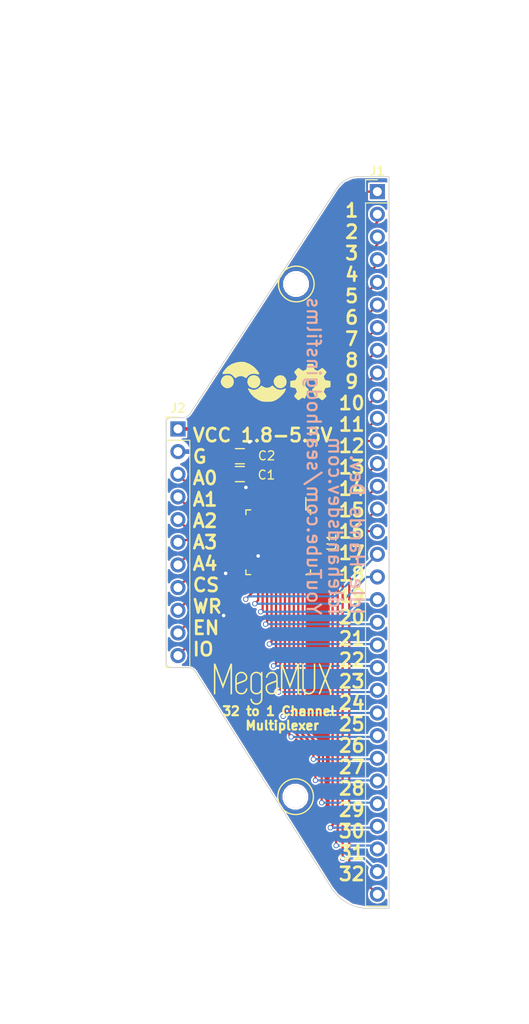
<source format=kicad_pcb>
(kicad_pcb (version 4) (host pcbnew 4.0.4-stable)

  (general
    (links 49)
    (no_connects 0)
    (area 92.127077 60.424999 117.227079 142.525001)
    (thickness 1.6)
    (drawings 18)
    (tracks 262)
    (zones 0)
    (modules 11)
    (nets 44)
  )

  (page A4)
  (layers
    (0 F.Cu signal)
    (31 B.Cu signal)
    (32 B.Adhes user)
    (33 F.Adhes user)
    (34 B.Paste user)
    (35 F.Paste user)
    (36 B.SilkS user)
    (37 F.SilkS user)
    (38 B.Mask user)
    (39 F.Mask user)
    (40 Dwgs.User user)
    (41 Cmts.User user)
    (42 Eco1.User user)
    (43 Eco2.User user)
    (44 Edge.Cuts user)
    (45 Margin user)
    (46 B.CrtYd user)
    (47 F.CrtYd user)
    (48 B.Fab user)
    (49 F.Fab user)
  )

  (setup
    (last_trace_width 0.25)
    (user_trace_width 0.2)
    (user_trace_width 0.4)
    (user_trace_width 0.6)
    (user_trace_width 0.8)
    (trace_clearance 0.2)
    (zone_clearance 0.13)
    (zone_45_only no)
    (trace_min 0.2)
    (segment_width 0.2)
    (edge_width 0.15)
    (via_size 0.6)
    (via_drill 0.4)
    (via_min_size 0.4)
    (via_min_drill 0.3)
    (uvia_size 0.3)
    (uvia_drill 0.1)
    (uvias_allowed no)
    (uvia_min_size 0.2)
    (uvia_min_drill 0.1)
    (pcb_text_width 0.3)
    (pcb_text_size 1.5 1.5)
    (mod_edge_width 0.15)
    (mod_text_size 1 1)
    (mod_text_width 0.15)
    (pad_size 2.5 2.5)
    (pad_drill 2.5)
    (pad_to_mask_clearance 0.2)
    (aux_axis_origin 0 0)
    (visible_elements 7FFFFF7F)
    (pcbplotparams
      (layerselection 0x00030_80000001)
      (usegerberextensions false)
      (excludeedgelayer true)
      (linewidth 0.100000)
      (plotframeref false)
      (viasonmask false)
      (mode 1)
      (useauxorigin false)
      (hpglpennumber 1)
      (hpglpenspeed 20)
      (hpglpendiameter 15)
      (hpglpenoverlay 2)
      (psnegative false)
      (psa4output false)
      (plotreference true)
      (plotvalue true)
      (plotinvisibletext false)
      (padsonsilk false)
      (subtractmaskfromsilk false)
      (outputformat 1)
      (mirror false)
      (drillshape 1)
      (scaleselection 1)
      (outputdirectory ""))
  )

  (net 0 "")
  (net 1 VCC)
  (net 2 GND)
  (net 3 "Net-(J1-Pad1)")
  (net 4 "Net-(J1-Pad2)")
  (net 5 "Net-(J1-Pad3)")
  (net 6 "Net-(J1-Pad4)")
  (net 7 "Net-(J1-Pad5)")
  (net 8 "Net-(J1-Pad6)")
  (net 9 "Net-(J1-Pad7)")
  (net 10 "Net-(J1-Pad8)")
  (net 11 "Net-(J1-Pad9)")
  (net 12 "Net-(J1-Pad10)")
  (net 13 "Net-(J1-Pad11)")
  (net 14 "Net-(J1-Pad12)")
  (net 15 "Net-(J1-Pad13)")
  (net 16 "Net-(J1-Pad14)")
  (net 17 "Net-(J1-Pad15)")
  (net 18 "Net-(J1-Pad16)")
  (net 19 "Net-(J1-Pad17)")
  (net 20 "Net-(J1-Pad18)")
  (net 21 "Net-(J1-Pad19)")
  (net 22 "Net-(J1-Pad20)")
  (net 23 "Net-(J1-Pad21)")
  (net 24 "Net-(J1-Pad22)")
  (net 25 "Net-(J1-Pad23)")
  (net 26 "Net-(J1-Pad24)")
  (net 27 "Net-(J1-Pad25)")
  (net 28 "Net-(J1-Pad26)")
  (net 29 "Net-(J1-Pad27)")
  (net 30 "Net-(J1-Pad28)")
  (net 31 "Net-(J1-Pad29)")
  (net 32 "Net-(J1-Pad30)")
  (net 33 "Net-(J1-Pad31)")
  (net 34 "Net-(J1-Pad32)")
  (net 35 CS)
  (net 36 WR)
  (net 37 EN)
  (net 38 A0)
  (net 39 A1)
  (net 40 A2)
  (net 41 A3)
  (net 42 A4)
  (net 43 IO)

  (net_class Default "This is the default net class."
    (clearance 0.2)
    (trace_width 0.25)
    (via_dia 0.6)
    (via_drill 0.4)
    (uvia_dia 0.3)
    (uvia_drill 0.1)
    (add_net A0)
    (add_net A1)
    (add_net A2)
    (add_net A3)
    (add_net A4)
    (add_net CS)
    (add_net EN)
    (add_net GND)
    (add_net IO)
    (add_net "Net-(J1-Pad1)")
    (add_net "Net-(J1-Pad10)")
    (add_net "Net-(J1-Pad11)")
    (add_net "Net-(J1-Pad12)")
    (add_net "Net-(J1-Pad13)")
    (add_net "Net-(J1-Pad14)")
    (add_net "Net-(J1-Pad15)")
    (add_net "Net-(J1-Pad16)")
    (add_net "Net-(J1-Pad17)")
    (add_net "Net-(J1-Pad18)")
    (add_net "Net-(J1-Pad19)")
    (add_net "Net-(J1-Pad2)")
    (add_net "Net-(J1-Pad20)")
    (add_net "Net-(J1-Pad21)")
    (add_net "Net-(J1-Pad22)")
    (add_net "Net-(J1-Pad23)")
    (add_net "Net-(J1-Pad24)")
    (add_net "Net-(J1-Pad25)")
    (add_net "Net-(J1-Pad26)")
    (add_net "Net-(J1-Pad27)")
    (add_net "Net-(J1-Pad28)")
    (add_net "Net-(J1-Pad29)")
    (add_net "Net-(J1-Pad3)")
    (add_net "Net-(J1-Pad30)")
    (add_net "Net-(J1-Pad31)")
    (add_net "Net-(J1-Pad32)")
    (add_net "Net-(J1-Pad4)")
    (add_net "Net-(J1-Pad5)")
    (add_net "Net-(J1-Pad6)")
    (add_net "Net-(J1-Pad7)")
    (add_net "Net-(J1-Pad8)")
    (add_net "Net-(J1-Pad9)")
    (add_net VCC)
    (add_net WR)
  )

  (module idlehands_footprints:MountingHole_2.5mm_NO (layer F.Cu) (tedit 5AF9DE56) (tstamp 5AFA20E5)
    (at 106.775 72.5)
    (descr "Mounting hole, Befestigungsbohrung, 3mm, No Annular, Kein Restring,")
    (tags "Mounting hole, Befestigungsbohrung, 3mm, No Annular, Kein Restring,")
    (fp_text reference REF** (at 0 -4.0005) (layer F.SilkS) hide
      (effects (font (size 0.5 0.5) (thickness 0.125)))
    )
    (fp_text value MountingHole_2.5mm (at 1.00076 5.00126) (layer F.Fab) hide
      (effects (font (size 0.5 0.5) (thickness 0.125)))
    )
    (fp_circle (center 0 0) (end 2 0) (layer F.SilkS) (width 0.15))
    (pad 1 thru_hole circle (at -0.025 0) (size 2.5 2.5) (drill 2.5) (layers *.Cu))
  )

  (module Capacitors_SMD:C_0805 (layer F.Cu) (tedit 5AF9D56C) (tstamp 5AF9D092)
    (at 100.45 93.8)
    (descr "Capacitor SMD 0805, reflow soldering, AVX (see smccp.pdf)")
    (tags "capacitor 0805")
    (path /5AF9DF23)
    (attr smd)
    (fp_text reference C1 (at 2.9739 0.0964) (layer F.SilkS)
      (effects (font (size 1 1) (thickness 0.15)))
    )
    (fp_text value 0.1uF (at 0 2.1) (layer F.Fab) hide
      (effects (font (size 1 1) (thickness 0.15)))
    )
    (fp_line (start -1.8 -1) (end 1.8 -1) (layer F.CrtYd) (width 0.05))
    (fp_line (start -1.8 1) (end 1.8 1) (layer F.CrtYd) (width 0.05))
    (fp_line (start -1.8 -1) (end -1.8 1) (layer F.CrtYd) (width 0.05))
    (fp_line (start 1.8 -1) (end 1.8 1) (layer F.CrtYd) (width 0.05))
    (fp_line (start 0.5 -0.85) (end -0.5 -0.85) (layer F.SilkS) (width 0.15))
    (fp_line (start -0.5 0.85) (end 0.5 0.85) (layer F.SilkS) (width 0.15))
    (pad 1 smd rect (at -1 0) (size 1 1.25) (layers F.Cu F.Paste F.Mask)
      (net 1 VCC))
    (pad 2 smd rect (at 1 0) (size 1 1.25) (layers F.Cu F.Paste F.Mask)
      (net 2 GND))
    (model Capacitors_SMD.3dshapes/C_0805.wrl
      (at (xyz 0 0 0))
      (scale (xyz 1 1 1))
      (rotate (xyz 0 0 0))
    )
  )

  (module Capacitors_SMD:C_0805 (layer F.Cu) (tedit 5AF9D561) (tstamp 5AF9D098)
    (at 100.45 91.8)
    (descr "Capacitor SMD 0805, reflow soldering, AVX (see smccp.pdf)")
    (tags "capacitor 0805")
    (path /5AF9DE9A)
    (attr smd)
    (fp_text reference C2 (at 3 -0.05) (layer F.SilkS)
      (effects (font (size 1 1) (thickness 0.15)))
    )
    (fp_text value 1uF (at 0 2.1) (layer F.Fab) hide
      (effects (font (size 1 1) (thickness 0.15)))
    )
    (fp_line (start -1.8 -1) (end 1.8 -1) (layer F.CrtYd) (width 0.05))
    (fp_line (start -1.8 1) (end 1.8 1) (layer F.CrtYd) (width 0.05))
    (fp_line (start -1.8 -1) (end -1.8 1) (layer F.CrtYd) (width 0.05))
    (fp_line (start 1.8 -1) (end 1.8 1) (layer F.CrtYd) (width 0.05))
    (fp_line (start 0.5 -0.85) (end -0.5 -0.85) (layer F.SilkS) (width 0.15))
    (fp_line (start -0.5 0.85) (end 0.5 0.85) (layer F.SilkS) (width 0.15))
    (pad 1 smd rect (at -1 0) (size 1 1.25) (layers F.Cu F.Paste F.Mask)
      (net 1 VCC))
    (pad 2 smd rect (at 1 0) (size 1 1.25) (layers F.Cu F.Paste F.Mask)
      (net 2 GND))
    (model Capacitors_SMD.3dshapes/C_0805.wrl
      (at (xyz 0 0 0))
      (scale (xyz 1 1 1))
      (rotate (xyz 0 0 0))
    )
  )

  (module Pin_Headers:Pin_Header_Straight_1x32_Pitch2.54mm (layer F.Cu) (tedit 5AF9D110) (tstamp 5AF9D0BC)
    (at 115.875 62.15)
    (descr "Through hole straight pin header, 1x32, 2.54mm pitch, single row")
    (tags "Through hole pin header THT 1x32 2.54mm single row")
    (path /5AF9D8DF)
    (fp_text reference J1 (at 0 -2.33) (layer F.SilkS)
      (effects (font (size 1 1) (thickness 0.15)))
    )
    (fp_text value Conn_01x32 (at 0 81.07) (layer F.Fab) hide
      (effects (font (size 1 1) (thickness 0.15)))
    )
    (fp_line (start -0.635 -1.27) (end 1.27 -1.27) (layer F.Fab) (width 0.1))
    (fp_line (start 1.27 -1.27) (end 1.27 80.01) (layer F.Fab) (width 0.1))
    (fp_line (start 1.27 80.01) (end -1.27 80.01) (layer F.Fab) (width 0.1))
    (fp_line (start -1.27 80.01) (end -1.27 -0.635) (layer F.Fab) (width 0.1))
    (fp_line (start -1.27 -0.635) (end -0.635 -1.27) (layer F.Fab) (width 0.1))
    (fp_line (start -1.33 80.07) (end 1.33 80.07) (layer F.SilkS) (width 0.12))
    (fp_line (start -1.33 1.27) (end -1.33 80.07) (layer F.SilkS) (width 0.12))
    (fp_line (start 1.33 1.27) (end 1.33 80.07) (layer F.SilkS) (width 0.12))
    (fp_line (start -1.33 1.27) (end 1.33 1.27) (layer F.SilkS) (width 0.12))
    (fp_line (start -1.33 0) (end -1.33 -1.33) (layer F.SilkS) (width 0.12))
    (fp_line (start -1.33 -1.33) (end 0 -1.33) (layer F.SilkS) (width 0.12))
    (fp_line (start -1.8 -1.8) (end -1.8 80.55) (layer F.CrtYd) (width 0.05))
    (fp_line (start -1.8 80.55) (end 1.8 80.55) (layer F.CrtYd) (width 0.05))
    (fp_line (start 1.8 80.55) (end 1.8 -1.8) (layer F.CrtYd) (width 0.05))
    (fp_line (start 1.8 -1.8) (end -1.8 -1.8) (layer F.CrtYd) (width 0.05))
    (fp_text user %R (at 0 39.37 90) (layer F.Fab) hide
      (effects (font (size 1 1) (thickness 0.15)))
    )
    (pad 1 thru_hole rect (at 0 0) (size 1.7 1.7) (drill 1) (layers *.Cu *.Mask)
      (net 3 "Net-(J1-Pad1)"))
    (pad 2 thru_hole oval (at 0 2.54) (size 1.7 1.7) (drill 1) (layers *.Cu *.Mask)
      (net 4 "Net-(J1-Pad2)"))
    (pad 3 thru_hole oval (at 0 5.08) (size 1.7 1.7) (drill 1) (layers *.Cu *.Mask)
      (net 5 "Net-(J1-Pad3)"))
    (pad 4 thru_hole oval (at 0 7.62) (size 1.7 1.7) (drill 1) (layers *.Cu *.Mask)
      (net 6 "Net-(J1-Pad4)"))
    (pad 5 thru_hole oval (at 0 10.16) (size 1.7 1.7) (drill 1) (layers *.Cu *.Mask)
      (net 7 "Net-(J1-Pad5)"))
    (pad 6 thru_hole oval (at 0 12.7) (size 1.7 1.7) (drill 1) (layers *.Cu *.Mask)
      (net 8 "Net-(J1-Pad6)"))
    (pad 7 thru_hole oval (at 0 15.24) (size 1.7 1.7) (drill 1) (layers *.Cu *.Mask)
      (net 9 "Net-(J1-Pad7)"))
    (pad 8 thru_hole oval (at 0 17.78) (size 1.7 1.7) (drill 1) (layers *.Cu *.Mask)
      (net 10 "Net-(J1-Pad8)"))
    (pad 9 thru_hole oval (at 0 20.32) (size 1.7 1.7) (drill 1) (layers *.Cu *.Mask)
      (net 11 "Net-(J1-Pad9)"))
    (pad 10 thru_hole oval (at 0 22.86) (size 1.7 1.7) (drill 1) (layers *.Cu *.Mask)
      (net 12 "Net-(J1-Pad10)"))
    (pad 11 thru_hole oval (at 0 25.4) (size 1.7 1.7) (drill 1) (layers *.Cu *.Mask)
      (net 13 "Net-(J1-Pad11)"))
    (pad 12 thru_hole oval (at 0 27.94) (size 1.7 1.7) (drill 1) (layers *.Cu *.Mask)
      (net 14 "Net-(J1-Pad12)"))
    (pad 13 thru_hole oval (at 0 30.48) (size 1.7 1.7) (drill 1) (layers *.Cu *.Mask)
      (net 15 "Net-(J1-Pad13)"))
    (pad 14 thru_hole oval (at 0 33.02) (size 1.7 1.7) (drill 1) (layers *.Cu *.Mask)
      (net 16 "Net-(J1-Pad14)"))
    (pad 15 thru_hole oval (at 0 35.56) (size 1.7 1.7) (drill 1) (layers *.Cu *.Mask)
      (net 17 "Net-(J1-Pad15)"))
    (pad 16 thru_hole oval (at 0 38.1) (size 1.7 1.7) (drill 1) (layers *.Cu *.Mask)
      (net 18 "Net-(J1-Pad16)"))
    (pad 17 thru_hole oval (at 0 40.64) (size 1.7 1.7) (drill 1) (layers *.Cu *.Mask)
      (net 19 "Net-(J1-Pad17)"))
    (pad 18 thru_hole oval (at 0 43.18) (size 1.7 1.7) (drill 1) (layers *.Cu *.Mask)
      (net 20 "Net-(J1-Pad18)"))
    (pad 19 thru_hole oval (at 0 45.72) (size 1.7 1.7) (drill 1) (layers *.Cu *.Mask)
      (net 21 "Net-(J1-Pad19)"))
    (pad 20 thru_hole oval (at 0 48.26) (size 1.7 1.7) (drill 1) (layers *.Cu *.Mask)
      (net 22 "Net-(J1-Pad20)"))
    (pad 21 thru_hole oval (at 0 50.8) (size 1.7 1.7) (drill 1) (layers *.Cu *.Mask)
      (net 23 "Net-(J1-Pad21)"))
    (pad 22 thru_hole oval (at 0 53.34) (size 1.7 1.7) (drill 1) (layers *.Cu *.Mask)
      (net 24 "Net-(J1-Pad22)"))
    (pad 23 thru_hole oval (at 0 55.88) (size 1.7 1.7) (drill 1) (layers *.Cu *.Mask)
      (net 25 "Net-(J1-Pad23)"))
    (pad 24 thru_hole oval (at 0 58.42) (size 1.7 1.7) (drill 1) (layers *.Cu *.Mask)
      (net 26 "Net-(J1-Pad24)"))
    (pad 25 thru_hole oval (at 0 60.96) (size 1.7 1.7) (drill 1) (layers *.Cu *.Mask)
      (net 27 "Net-(J1-Pad25)"))
    (pad 26 thru_hole oval (at 0 63.5) (size 1.7 1.7) (drill 1) (layers *.Cu *.Mask)
      (net 28 "Net-(J1-Pad26)"))
    (pad 27 thru_hole oval (at 0 66.04) (size 1.7 1.7) (drill 1) (layers *.Cu *.Mask)
      (net 29 "Net-(J1-Pad27)"))
    (pad 28 thru_hole oval (at 0 68.58) (size 1.7 1.7) (drill 1) (layers *.Cu *.Mask)
      (net 30 "Net-(J1-Pad28)"))
    (pad 29 thru_hole oval (at 0 71.12) (size 1.7 1.7) (drill 1) (layers *.Cu *.Mask)
      (net 31 "Net-(J1-Pad29)"))
    (pad 30 thru_hole oval (at 0 73.66) (size 1.7 1.7) (drill 1) (layers *.Cu *.Mask)
      (net 32 "Net-(J1-Pad30)"))
    (pad 31 thru_hole oval (at 0 76.2) (size 1.7 1.7) (drill 1) (layers *.Cu *.Mask)
      (net 33 "Net-(J1-Pad31)"))
    (pad 32 thru_hole oval (at 0 78.74) (size 1.7 1.7) (drill 1) (layers *.Cu *.Mask)
      (net 34 "Net-(J1-Pad32)"))
    (model ${KISYS3DMOD}/Pin_Headers.3dshapes/Pin_Header_Straight_1x32_Pitch2.54mm.wrl
      (at (xyz 0 0 0))
      (scale (xyz 1 1 1))
      (rotate (xyz 0 0 0))
    )
  )

  (module Pin_Headers:Pin_Header_Straight_1x11_Pitch2.54mm (layer F.Cu) (tedit 5AF9D0A3) (tstamp 5AF9D0CB)
    (at 93.5 88.74)
    (descr "Through hole straight pin header, 1x11, 2.54mm pitch, single row")
    (tags "Through hole pin header THT 1x11 2.54mm single row")
    (path /5AF9E2E8)
    (fp_text reference J2 (at 0 -2.33) (layer F.SilkS)
      (effects (font (size 1 1) (thickness 0.15)))
    )
    (fp_text value Conn_01x11 (at 0 27.73) (layer F.Fab) hide
      (effects (font (size 1 1) (thickness 0.15)))
    )
    (fp_line (start -0.635 -1.27) (end 1.27 -1.27) (layer F.Fab) (width 0.1))
    (fp_line (start 1.27 -1.27) (end 1.27 26.67) (layer F.Fab) (width 0.1))
    (fp_line (start 1.27 26.67) (end -1.27 26.67) (layer F.Fab) (width 0.1))
    (fp_line (start -1.27 26.67) (end -1.27 -0.635) (layer F.Fab) (width 0.1))
    (fp_line (start -1.27 -0.635) (end -0.635 -1.27) (layer F.Fab) (width 0.1))
    (fp_line (start -1.33 26.73) (end 1.33 26.73) (layer F.SilkS) (width 0.12))
    (fp_line (start -1.33 1.27) (end -1.33 26.73) (layer F.SilkS) (width 0.12))
    (fp_line (start 1.33 1.27) (end 1.33 26.73) (layer F.SilkS) (width 0.12))
    (fp_line (start -1.33 1.27) (end 1.33 1.27) (layer F.SilkS) (width 0.12))
    (fp_line (start -1.33 0) (end -1.33 -1.33) (layer F.SilkS) (width 0.12))
    (fp_line (start -1.33 -1.33) (end 0 -1.33) (layer F.SilkS) (width 0.12))
    (fp_line (start -1.8 -1.8) (end -1.8 27.2) (layer F.CrtYd) (width 0.05))
    (fp_line (start -1.8 27.2) (end 1.8 27.2) (layer F.CrtYd) (width 0.05))
    (fp_line (start 1.8 27.2) (end 1.8 -1.8) (layer F.CrtYd) (width 0.05))
    (fp_line (start 1.8 -1.8) (end -1.8 -1.8) (layer F.CrtYd) (width 0.05))
    (fp_text user %R (at 0 12.7 90) (layer F.Fab)
      (effects (font (size 1 1) (thickness 0.15)))
    )
    (pad 1 thru_hole rect (at 0 0) (size 1.7 1.7) (drill 1) (layers *.Cu *.Mask)
      (net 1 VCC))
    (pad 2 thru_hole oval (at 0 2.54) (size 1.7 1.7) (drill 1) (layers *.Cu *.Mask)
      (net 2 GND))
    (pad 3 thru_hole oval (at 0 5.08) (size 1.7 1.7) (drill 1) (layers *.Cu *.Mask)
      (net 38 A0))
    (pad 4 thru_hole oval (at 0 7.62) (size 1.7 1.7) (drill 1) (layers *.Cu *.Mask)
      (net 39 A1))
    (pad 5 thru_hole oval (at 0 10.16) (size 1.7 1.7) (drill 1) (layers *.Cu *.Mask)
      (net 40 A2))
    (pad 6 thru_hole oval (at 0 12.7) (size 1.7 1.7) (drill 1) (layers *.Cu *.Mask)
      (net 41 A3))
    (pad 7 thru_hole oval (at 0 15.24) (size 1.7 1.7) (drill 1) (layers *.Cu *.Mask)
      (net 42 A4))
    (pad 8 thru_hole oval (at 0 17.78) (size 1.7 1.7) (drill 1) (layers *.Cu *.Mask)
      (net 35 CS))
    (pad 9 thru_hole oval (at 0 20.32) (size 1.7 1.7) (drill 1) (layers *.Cu *.Mask)
      (net 36 WR))
    (pad 10 thru_hole oval (at 0 22.86) (size 1.7 1.7) (drill 1) (layers *.Cu *.Mask)
      (net 37 EN))
    (pad 11 thru_hole oval (at 0 25.4) (size 1.7 1.7) (drill 1) (layers *.Cu *.Mask)
      (net 43 IO))
    (model ${KISYS3DMOD}/Pin_Headers.3dshapes/Pin_Header_Straight_1x11_Pitch2.54mm.wrl
      (at (xyz 0 0 0))
      (scale (xyz 1 1 1))
      (rotate (xyz 0 0 0))
    )
  )

  (module project_libs:TQFP-48_7x7mm_Pitch0.5mm (layer F.Cu) (tedit 54130A77) (tstamp 5AF9D0FF)
    (at 104.75 101.44 270)
    (descr "48 LEAD TQFP 7x7mm (see MICREL TQFP7x7-48LD-PL-1.pdf)")
    (tags "QFP 0.5")
    (path /5AF9D7A6)
    (attr smd)
    (fp_text reference U1 (at 0 -6 270) (layer F.SilkS)
      (effects (font (size 1 1) (thickness 0.15)))
    )
    (fp_text value ADG732 (at 0 6 270) (layer F.Fab)
      (effects (font (size 1 1) (thickness 0.15)))
    )
    (fp_line (start -5.25 -5.25) (end -5.25 5.25) (layer F.CrtYd) (width 0.05))
    (fp_line (start 5.25 -5.25) (end 5.25 5.25) (layer F.CrtYd) (width 0.05))
    (fp_line (start -5.25 -5.25) (end 5.25 -5.25) (layer F.CrtYd) (width 0.05))
    (fp_line (start -5.25 5.25) (end 5.25 5.25) (layer F.CrtYd) (width 0.05))
    (fp_line (start -3.625 -3.625) (end -3.625 -3.1) (layer F.SilkS) (width 0.15))
    (fp_line (start 3.625 -3.625) (end 3.625 -3.1) (layer F.SilkS) (width 0.15))
    (fp_line (start 3.625 3.625) (end 3.625 3.1) (layer F.SilkS) (width 0.15))
    (fp_line (start -3.625 3.625) (end -3.625 3.1) (layer F.SilkS) (width 0.15))
    (fp_line (start -3.625 -3.625) (end -3.1 -3.625) (layer F.SilkS) (width 0.15))
    (fp_line (start -3.625 3.625) (end -3.1 3.625) (layer F.SilkS) (width 0.15))
    (fp_line (start 3.625 3.625) (end 3.1 3.625) (layer F.SilkS) (width 0.15))
    (fp_line (start 3.625 -3.625) (end 3.1 -3.625) (layer F.SilkS) (width 0.15))
    (fp_line (start -3.625 -3.1) (end -5 -3.1) (layer F.SilkS) (width 0.15))
    (pad 1 smd rect (at -4.35 -2.75 270) (size 1.3 0.25) (layers F.Cu F.Paste F.Mask)
      (net 14 "Net-(J1-Pad12)"))
    (pad 2 smd rect (at -4.35 -2.25 270) (size 1.3 0.25) (layers F.Cu F.Paste F.Mask)
      (net 13 "Net-(J1-Pad11)"))
    (pad 3 smd rect (at -4.35 -1.75 270) (size 1.3 0.25) (layers F.Cu F.Paste F.Mask)
      (net 12 "Net-(J1-Pad10)"))
    (pad 4 smd rect (at -4.35 -1.25 270) (size 1.3 0.25) (layers F.Cu F.Paste F.Mask)
      (net 11 "Net-(J1-Pad9)"))
    (pad 5 smd rect (at -4.35 -0.75 270) (size 1.3 0.25) (layers F.Cu F.Paste F.Mask)
      (net 10 "Net-(J1-Pad8)"))
    (pad 6 smd rect (at -4.35 -0.25 270) (size 1.3 0.25) (layers F.Cu F.Paste F.Mask)
      (net 9 "Net-(J1-Pad7)"))
    (pad 7 smd rect (at -4.35 0.25 270) (size 1.3 0.25) (layers F.Cu F.Paste F.Mask)
      (net 8 "Net-(J1-Pad6)"))
    (pad 8 smd rect (at -4.35 0.75 270) (size 1.3 0.25) (layers F.Cu F.Paste F.Mask)
      (net 7 "Net-(J1-Pad5)"))
    (pad 9 smd rect (at -4.35 1.25 270) (size 1.3 0.25) (layers F.Cu F.Paste F.Mask)
      (net 6 "Net-(J1-Pad4)"))
    (pad 10 smd rect (at -4.35 1.75 270) (size 1.3 0.25) (layers F.Cu F.Paste F.Mask)
      (net 5 "Net-(J1-Pad3)"))
    (pad 11 smd rect (at -4.35 2.25 270) (size 1.3 0.25) (layers F.Cu F.Paste F.Mask)
      (net 4 "Net-(J1-Pad2)"))
    (pad 12 smd rect (at -4.35 2.75 270) (size 1.3 0.25) (layers F.Cu F.Paste F.Mask)
      (net 3 "Net-(J1-Pad1)"))
    (pad 13 smd rect (at -2.75 4.35) (size 1.3 0.25) (layers F.Cu F.Paste F.Mask)
      (net 1 VCC))
    (pad 14 smd rect (at -2.25 4.35) (size 1.3 0.25) (layers F.Cu F.Paste F.Mask)
      (net 1 VCC))
    (pad 15 smd rect (at -1.75 4.35) (size 1.3 0.25) (layers F.Cu F.Paste F.Mask)
      (net 38 A0))
    (pad 16 smd rect (at -1.25 4.35) (size 1.3 0.25) (layers F.Cu F.Paste F.Mask)
      (net 39 A1))
    (pad 17 smd rect (at -0.75 4.35) (size 1.3 0.25) (layers F.Cu F.Paste F.Mask)
      (net 40 A2))
    (pad 18 smd rect (at -0.25 4.35) (size 1.3 0.25) (layers F.Cu F.Paste F.Mask)
      (net 41 A3))
    (pad 19 smd rect (at 0.25 4.35) (size 1.3 0.25) (layers F.Cu F.Paste F.Mask)
      (net 42 A4))
    (pad 20 smd rect (at 0.75 4.35) (size 1.3 0.25) (layers F.Cu F.Paste F.Mask)
      (net 35 CS))
    (pad 21 smd rect (at 1.25 4.35) (size 1.3 0.25) (layers F.Cu F.Paste F.Mask)
      (net 36 WR))
    (pad 22 smd rect (at 1.75 4.35) (size 1.3 0.25) (layers F.Cu F.Paste F.Mask)
      (net 37 EN))
    (pad 23 smd rect (at 2.25 4.35) (size 1.3 0.25) (layers F.Cu F.Paste F.Mask)
      (net 2 GND))
    (pad 24 smd rect (at 2.75 4.35) (size 1.3 0.25) (layers F.Cu F.Paste F.Mask)
      (net 2 GND))
    (pad 25 smd rect (at 4.35 2.75 270) (size 1.3 0.25) (layers F.Cu F.Paste F.Mask)
      (net 19 "Net-(J1-Pad17)"))
    (pad 26 smd rect (at 4.35 2.25 270) (size 1.3 0.25) (layers F.Cu F.Paste F.Mask)
      (net 20 "Net-(J1-Pad18)"))
    (pad 27 smd rect (at 4.35 1.75 270) (size 1.3 0.25) (layers F.Cu F.Paste F.Mask)
      (net 21 "Net-(J1-Pad19)"))
    (pad 28 smd rect (at 4.35 1.25 270) (size 1.3 0.25) (layers F.Cu F.Paste F.Mask)
      (net 22 "Net-(J1-Pad20)"))
    (pad 29 smd rect (at 4.35 0.75 270) (size 1.3 0.25) (layers F.Cu F.Paste F.Mask)
      (net 23 "Net-(J1-Pad21)"))
    (pad 30 smd rect (at 4.35 0.25 270) (size 1.3 0.25) (layers F.Cu F.Paste F.Mask)
      (net 24 "Net-(J1-Pad22)"))
    (pad 31 smd rect (at 4.35 -0.25 270) (size 1.3 0.25) (layers F.Cu F.Paste F.Mask)
      (net 25 "Net-(J1-Pad23)"))
    (pad 32 smd rect (at 4.35 -0.75 270) (size 1.3 0.25) (layers F.Cu F.Paste F.Mask)
      (net 26 "Net-(J1-Pad24)"))
    (pad 33 smd rect (at 4.35 -1.25 270) (size 1.3 0.25) (layers F.Cu F.Paste F.Mask)
      (net 27 "Net-(J1-Pad25)"))
    (pad 34 smd rect (at 4.35 -1.75 270) (size 1.3 0.25) (layers F.Cu F.Paste F.Mask)
      (net 28 "Net-(J1-Pad26)"))
    (pad 35 smd rect (at 4.35 -2.25 270) (size 1.3 0.25) (layers F.Cu F.Paste F.Mask)
      (net 29 "Net-(J1-Pad27)"))
    (pad 36 smd rect (at 4.35 -2.75 270) (size 1.3 0.25) (layers F.Cu F.Paste F.Mask)
      (net 30 "Net-(J1-Pad28)"))
    (pad 37 smd rect (at 2.75 -4.35) (size 1.3 0.25) (layers F.Cu F.Paste F.Mask)
      (net 31 "Net-(J1-Pad29)"))
    (pad 38 smd rect (at 2.25 -4.35) (size 1.3 0.25) (layers F.Cu F.Paste F.Mask)
      (net 32 "Net-(J1-Pad30)"))
    (pad 39 smd rect (at 1.75 -4.35) (size 1.3 0.25) (layers F.Cu F.Paste F.Mask)
      (net 33 "Net-(J1-Pad31)"))
    (pad 40 smd rect (at 1.25 -4.35) (size 1.3 0.25) (layers F.Cu F.Paste F.Mask)
      (net 34 "Net-(J1-Pad32)"))
    (pad 41 smd rect (at 0.75 -4.35) (size 1.3 0.25) (layers F.Cu F.Paste F.Mask))
    (pad 42 smd rect (at 0.25 -4.35) (size 1.3 0.25) (layers F.Cu F.Paste F.Mask))
    (pad 43 smd rect (at -0.25 -4.35) (size 1.3 0.25) (layers F.Cu F.Paste F.Mask)
      (net 43 IO))
    (pad 44 smd rect (at -0.75 -4.35) (size 1.3 0.25) (layers F.Cu F.Paste F.Mask))
    (pad 45 smd rect (at -1.25 -4.35) (size 1.3 0.25) (layers F.Cu F.Paste F.Mask)
      (net 18 "Net-(J1-Pad16)"))
    (pad 46 smd rect (at -1.75 -4.35) (size 1.3 0.25) (layers F.Cu F.Paste F.Mask)
      (net 17 "Net-(J1-Pad15)"))
    (pad 47 smd rect (at -2.25 -4.35) (size 1.3 0.25) (layers F.Cu F.Paste F.Mask)
      (net 16 "Net-(J1-Pad14)"))
    (pad 48 smd rect (at -2.75 -4.35) (size 1.3 0.25) (layers F.Cu F.Paste F.Mask)
      (net 15 "Net-(J1-Pad13)"))
    (model Housings_QFP.3dshapes/TQFP-48_7x7mm_Pitch0.5mm.wrl
      (at (xyz 0 0 0))
      (scale (xyz 1 1 1))
      (rotate (xyz 0 0 0))
    )
  )

  (module idlehands_footprints:SH_LOGO (layer B.Cu) (tedit 0) (tstamp 5AF9EE60)
    (at 100.325 114.675 90)
    (fp_text reference G*** (at 0 0 90) (layer B.SilkS) hide
      (effects (font (thickness 0.3)) (justify mirror))
    )
    (fp_text value LOGO (at 0.75 0 90) (layer B.SilkS) hide
      (effects (font (thickness 0.3)) (justify mirror))
    )
    (fp_poly (pts (xy -0.734219 2.294474) (xy -0.681566 2.265207) (xy -0.640568 2.241531) (xy -0.608763 2.221779)
      (xy -0.583688 2.204281) (xy -0.56288 2.18737) (xy -0.543877 2.169376) (xy -0.533113 2.158213)
      (xy -0.517752 2.139826) (xy -0.501396 2.117087) (xy -0.486446 2.093826) (xy -0.475299 2.07387)
      (xy -0.470357 2.061048) (xy -0.47074 2.058678) (xy -0.478785 2.05963) (xy -0.498791 2.063848)
      (xy -0.527362 2.070584) (xy -0.548373 2.075818) (xy -0.641748 2.096526) (xy -0.746266 2.114359)
      (xy -0.857339 2.128601) (xy -0.933667 2.135822) (xy -0.993824 2.139305) (xy -1.066129 2.141255)
      (xy -1.146936 2.141742) (xy -1.2326 2.14084) (xy -1.319476 2.138619) (xy -1.403918 2.135152)
      (xy -1.48228 2.13051) (xy -1.550918 2.124764) (xy -1.563688 2.123431) (xy -1.814256 2.090067)
      (xy -2.073338 2.043538) (xy -2.340665 1.983905) (xy -2.61597 1.911229) (xy -2.898986 1.825571)
      (xy -2.950309 1.808916) (xy -3.017804 1.786488) (xy -3.087436 1.762795) (xy -3.157597 1.738433)
      (xy -3.226677 1.713996) (xy -3.293065 1.690079) (xy -3.355154 1.667279) (xy -3.411332 1.64619)
      (xy -3.459991 1.627407) (xy -3.499521 1.611526) (xy -3.528312 1.599141) (xy -3.544755 1.590848)
      (xy -3.548063 1.587873) (xy -3.545245 1.58569) (xy -3.536302 1.581697) (xy -3.520499 1.575652)
      (xy -3.497104 1.567315) (xy -3.465381 1.556443) (xy -3.424596 1.542795) (xy -3.374016 1.52613)
      (xy -3.312906 1.506206) (xy -3.240533 1.482782) (xy -3.156162 1.455617) (xy -3.05906 1.424468)
      (xy -2.948491 1.389095) (xy -2.823723 1.349257) (xy -2.786063 1.337243) (xy -2.630658 1.287535)
      (xy -2.489158 1.241953) (xy -2.360265 1.200052) (xy -2.242682 1.161382) (xy -2.135113 1.125497)
      (xy -2.036259 1.09195) (xy -1.944823 1.060293) (xy -1.85951 1.030078) (xy -1.77902 1.000858)
      (xy -1.702058 0.972186) (xy -1.627326 0.943614) (xy -1.553526 0.914695) (xy -1.506022 0.895733)
      (xy -1.283146 0.802393) (xy -1.07527 0.707401) (xy -0.88156 0.610234) (xy -0.701181 0.510368)
      (xy -0.533299 0.407281) (xy -0.377079 0.300449) (xy -0.231686 0.189349) (xy -0.096285 0.073457)
      (xy 0.029957 -0.047749) (xy 0.077023 -0.096716) (xy 0.106834 -0.128822) (xy 0.135262 -0.160116)
      (xy 0.159149 -0.187082) (xy 0.175338 -0.206203) (xy 0.17572 -0.206679) (xy 0.202406 -0.240014)
      (xy 0.265906 -0.235951) (xy 0.298058 -0.232287) (xy 0.340267 -0.225198) (xy 0.387339 -0.215661)
      (xy 0.434078 -0.204656) (xy 0.439694 -0.203211) (xy 0.499647 -0.188753) (xy 0.557071 -0.177014)
      (xy 0.609306 -0.168387) (xy 0.653692 -0.163268) (xy 0.687569 -0.16205) (xy 0.704682 -0.163983)
      (xy 0.723953 -0.16882) (xy 0.718833 -0.090363) (xy 0.710619 0.016565) (xy 0.699994 0.119414)
      (xy 0.686417 0.221716) (xy 0.669344 0.327006) (xy 0.648235 0.438816) (xy 0.622548 0.560682)
      (xy 0.611279 0.611225) (xy 0.587692 0.716059) (xy 0.567482 0.806828) (xy 0.550355 0.884911)
      (xy 0.536016 0.951689) (xy 0.524172 1.008541) (xy 0.514529 1.056847) (xy 0.506792 1.097986)
      (xy 0.503287 1.117801) (xy 0.496627 1.156211) (xy 0.493836 1.182161) (xy 0.497024 1.198969)
      (xy 0.508304 1.209954) (xy 0.529787 1.218434) (xy 0.563586 1.227725) (xy 0.575235 1.230841)
      (xy 0.650263 1.24461) (xy 0.72023 1.244344) (xy 0.7842 1.230209) (xy 0.841234 1.202372)
      (xy 0.873458 1.177629) (xy 0.907009 1.143225) (xy 0.937432 1.102661) (xy 0.964979 1.054992)
      (xy 0.9899 0.999271) (xy 1.012446 0.934552) (xy 1.032868 0.859889) (xy 1.051418 0.774336)
      (xy 1.068345 0.676946) (xy 1.083901 0.566775) (xy 1.098337 0.442876) (xy 1.111904 0.304302)
      (xy 1.115307 0.265907) (xy 1.120859 0.202952) (xy 1.12635 0.142389) (xy 1.131535 0.086797)
      (xy 1.136168 0.038754) (xy 1.140004 0.000838) (xy 1.142799 -0.024374) (xy 1.143226 -0.027781)
      (xy 1.146903 -0.057875) (xy 1.149586 -0.083246) (xy 1.150692 -0.098332) (xy 1.151571 -0.103801)
      (xy 1.15549 -0.107626) (xy 1.164681 -0.109982) (xy 1.181374 -0.111042) (xy 1.207804 -0.11098)
      (xy 1.246202 -0.109969) (xy 1.28389 -0.108705) (xy 1.411231 -0.100278) (xy 1.536233 -0.084409)
      (xy 1.543843 -0.083173) (xy 1.629479 -0.070972) (xy 1.714533 -0.063055) (xy 1.806836 -0.058706)
      (xy 1.813718 -0.058518) (xy 1.956593 -0.05478) (xy 1.955995 0.014282) (xy 1.955228 0.039772)
      (xy 1.953092 0.065577) (xy 1.949159 0.093457) (xy 1.943001 0.125175) (xy 1.934192 0.162491)
      (xy 1.922303 0.207165) (xy 1.906907 0.260958) (xy 1.887577 0.325632) (xy 1.863885 0.402947)
      (xy 1.853477 0.436563) (xy 1.81889 0.550585) (xy 1.790148 0.650966) (xy 1.766995 0.738719)
      (xy 1.749172 0.814859) (xy 1.736422 0.880398) (xy 1.730415 0.920213) (xy 1.724675 0.997713)
      (xy 1.729032 1.063367) (xy 1.743435 1.117054) (xy 1.767837 1.158654) (xy 1.802187 1.188047)
      (xy 1.846436 1.205112) (xy 1.847496 1.205343) (xy 1.895552 1.209279) (xy 1.941216 1.199623)
      (xy 1.984975 1.175971) (xy 2.027314 1.13792) (xy 2.068718 1.085063) (xy 2.109674 1.016998)
      (xy 2.135836 0.96535) (xy 2.16655 0.895643) (xy 2.196201 0.817021) (xy 2.225151 0.728249)
      (xy 2.253762 0.62809) (xy 2.282396 0.515307) (xy 2.311416 0.388665) (xy 2.329337 0.304679)
      (xy 2.340742 0.249999) (xy 2.351899 0.196681) (xy 2.36211 0.148035) (xy 2.370681 0.107374)
      (xy 2.376916 0.078009) (xy 2.378159 0.072213) (xy 2.390808 0.013458) (xy 2.531962 0.018757)
      (xy 2.612458 0.022567) (xy 2.692046 0.028055) (xy 2.772566 0.035488) (xy 2.85586 0.045139)
      (xy 2.943767 0.057275) (xy 3.038129 0.072168) (xy 3.140785 0.090087) (xy 3.253578 0.111301)
      (xy 3.378346 0.136082) (xy 3.4925 0.159589) (xy 3.625014 0.186784) (xy 3.743451 0.210145)
      (xy 3.847584 0.229632) (xy 3.937183 0.245206) (xy 4.012019 0.256824) (xy 4.071863 0.264448)
      (xy 4.098526 0.26694) (xy 4.165012 0.27205) (xy 4.170089 0.24499) (xy 4.170283 0.211914)
      (xy 4.160917 0.167771) (xy 4.142312 0.113918) (xy 4.134627 0.09525) (xy 4.124484 0.071608)
      (xy 4.117081 0.054674) (xy 4.114385 0.048843) (xy 4.105954 0.04664) (xy 4.083058 0.042704)
      (xy 4.046995 0.0372) (xy 3.999062 0.030295) (xy 3.940554 0.022155) (xy 3.872769 0.012946)
      (xy 3.797003 0.002834) (xy 3.714553 -0.008013) (xy 3.626716 -0.019429) (xy 3.534788 -0.031249)
      (xy 3.440066 -0.043305) (xy 3.343846 -0.055432) (xy 3.247426 -0.067463) (xy 3.152102 -0.079232)
      (xy 3.059171 -0.090571) (xy 2.969929 -0.101316) (xy 2.885674 -0.1113) (xy 2.807701 -0.120355)
      (xy 2.737307 -0.128317) (xy 2.71075 -0.131247) (xy 2.64813 -0.138154) (xy 2.590744 -0.144597)
      (xy 2.540445 -0.150359) (xy 2.499091 -0.155222) (xy 2.468536 -0.158969) (xy 2.450635 -0.161383)
      (xy 2.446635 -0.162156) (xy 2.448309 -0.170025) (xy 2.454327 -0.190567) (xy 2.463949 -0.221416)
      (xy 2.476438 -0.260206) (xy 2.491054 -0.304571) (xy 2.491679 -0.306448) (xy 2.511259 -0.366689)
      (xy 2.53006 -0.427807) (xy 2.548571 -0.491691) (xy 2.567285 -0.560229) (xy 2.586691 -0.635308)
      (xy 2.607281 -0.718817) (xy 2.629544 -0.812644) (xy 2.653973 -0.918678) (xy 2.67505 -1.011982)
      (xy 2.695698 -1.103792) (xy 2.713464 -1.182156) (xy 2.728851 -1.249137) (xy 2.742364 -1.3068)
      (xy 2.754507 -1.357208) (xy 2.765786 -1.402424) (xy 2.776703 -1.444511) (xy 2.787765 -1.485534)
      (xy 2.799476 -1.527555) (xy 2.810906 -1.567656) (xy 2.830699 -1.634288) (xy 2.848707 -1.689184)
      (xy 2.86645 -1.736136) (xy 2.885442 -1.778935) (xy 2.9072 -1.821375) (xy 2.925181 -1.853406)
      (xy 2.959182 -1.913616) (xy 2.985405 -1.963218) (xy 3.005029 -2.00471) (xy 3.019236 -2.040589)
      (xy 3.029205 -2.073352) (xy 3.029308 -2.07375) (xy 3.0367 -2.116826) (xy 3.037841 -2.160256)
      (xy 3.033303 -2.200751) (xy 3.023663 -2.235025) (xy 3.009492 -2.259791) (xy 2.994915 -2.270691)
      (xy 2.963034 -2.276817) (xy 2.922732 -2.27574) (xy 2.879601 -2.267714) (xy 2.87032 -2.265051)
      (xy 2.833959 -2.24726) (xy 2.796408 -2.217248) (xy 2.760798 -2.17807) (xy 2.730258 -2.132783)
      (xy 2.724996 -2.123188) (xy 2.712177 -2.096949) (xy 2.695803 -2.060643) (xy 2.677967 -2.019038)
      (xy 2.660763 -1.976905) (xy 2.66054 -1.976344) (xy 2.643386 -1.933617) (xy 2.62217 -1.881599)
      (xy 2.599073 -1.825596) (xy 2.576278 -1.770914) (xy 2.565595 -1.745534) (xy 2.525368 -1.647662)
      (xy 2.48138 -1.5355) (xy 2.433544 -1.408819) (xy 2.381777 -1.267394) (xy 2.325994 -1.110997)
      (xy 2.293466 -1.018217) (xy 2.249775 -0.892977) (xy 2.210939 -0.781832) (xy 2.176633 -0.683867)
      (xy 2.146538 -0.59817) (xy 2.12033 -0.523827) (xy 2.097687 -0.459925) (xy 2.078287 -0.40555)
      (xy 2.061808 -0.359789) (xy 2.047927 -0.32173) (xy 2.044907 -0.313531) (xy 2.009737 -0.218281)
      (xy 1.971259 -0.219618) (xy 1.952284 -0.220934) (xy 1.919728 -0.223921) (xy 1.875771 -0.228334)
      (xy 1.822589 -0.233924) (xy 1.762362 -0.240445) (xy 1.697267 -0.24765) (xy 1.629484 -0.255293)
      (xy 1.561189 -0.263127) (xy 1.494562 -0.270904) (xy 1.431781 -0.278378) (xy 1.375023 -0.285302)
      (xy 1.326468 -0.291429) (xy 1.288293 -0.296513) (xy 1.271984 -0.298854) (xy 1.182687 -0.312223)
      (xy 1.182687 -0.357342) (xy 1.184066 -0.380121) (xy 1.187886 -0.414904) (xy 1.193672 -0.458092)
      (xy 1.200951 -0.506086) (xy 1.207356 -0.544528) (xy 1.219153 -0.617899) (xy 1.227133 -0.681684)
      (xy 1.231885 -0.741545) (xy 1.233952 -0.800218) (xy 1.23512 -0.847827) (xy 1.236927 -0.881923)
      (xy 1.239638 -0.904867) (xy 1.243515 -0.919015) (xy 1.247982 -0.925946) (xy 1.258843 -0.934737)
      (xy 1.28007 -0.950295) (xy 1.308817 -0.970587) (xy 1.342239 -0.99358) (xy 1.350042 -0.99887)
      (xy 1.397967 -1.032983) (xy 1.433599 -1.062992) (xy 1.459038 -1.091497) (xy 1.476382 -1.121094)
      (xy 1.48773 -1.154383) (xy 1.492093 -1.17475) (xy 1.496772 -1.232621) (xy 1.48813 -1.281885)
      (xy 1.466171 -1.322523) (xy 1.456502 -1.333529) (xy 1.425272 -1.361242) (xy 1.392235 -1.380655)
      (xy 1.353897 -1.392929) (xy 1.306767 -1.399223) (xy 1.254125 -1.400734) (xy 1.206818 -1.399622)
      (xy 1.163485 -1.396066) (xy 1.120331 -1.389343) (xy 1.073563 -1.378735) (xy 1.019389 -1.363519)
      (xy 0.95954 -1.344766) (xy 0.874303 -1.31721) (xy 0.862325 -1.263839) (xy 0.845141 -1.18127)
      (xy 0.827872 -1.087085) (xy 0.811212 -0.985523) (xy 0.795856 -0.880824) (xy 0.782497 -0.777227)
      (xy 0.782102 -0.773906) (xy 0.778188 -0.73936) (xy 0.773622 -0.69657) (xy 0.768679 -0.648375)
      (xy 0.76363 -0.597613) (xy 0.758748 -0.547123) (xy 0.754305 -0.499744) (xy 0.750576 -0.458316)
      (xy 0.747831 -0.425676) (xy 0.746344 -0.404664) (xy 0.746157 -0.399644) (xy 0.740469 -0.396077)
      (xy 0.722601 -0.397018) (xy 0.691286 -0.402576) (xy 0.677384 -0.40553) (xy 0.65356 -0.411064)
      (xy 0.62032 -0.419234) (xy 0.580338 -0.429336) (xy 0.53629 -0.440665) (xy 0.49085 -0.452518)
      (xy 0.446696 -0.464192) (xy 0.4065 -0.474982) (xy 0.37294 -0.484184) (xy 0.348689 -0.491096)
      (xy 0.336424 -0.495012) (xy 0.33551 -0.495468) (xy 0.337497 -0.502992) (xy 0.3444 -0.521523)
      (xy 0.354865 -0.547485) (xy 0.358259 -0.555621) (xy 0.389965 -0.651114) (xy 0.408042 -0.753208)
      (xy 0.412485 -0.86035) (xy 0.403287 -0.970991) (xy 0.380444 -1.083581) (xy 0.360407 -1.150767)
      (xy 0.30964 -1.278675) (xy 0.244874 -1.402186) (xy 0.167552 -1.519404) (xy 0.079119 -1.628434)
      (xy -0.01898 -1.727381) (xy -0.125301 -1.81435) (xy -0.168371 -1.844405) (xy -0.307744 -1.927618)
      (xy -0.455873 -1.997645) (xy -0.612645 -2.054467) (xy -0.777948 -2.098063) (xy -0.951671 -2.128415)
      (xy -1.1337 -2.145503) (xy -1.323923 -2.149309) (xy -1.522229 -2.139812) (xy -1.728504 -2.116993)
      (xy -1.742282 -2.115035) (xy -1.914311 -2.086165) (xy -2.071677 -2.051234) (xy -2.214392 -2.010239)
      (xy -2.342465 -1.963176) (xy -2.411426 -1.932437) (xy -2.488743 -1.893437) (xy -2.553876 -1.855978)
      (xy -2.610092 -1.817947) (xy -2.660655 -1.777229) (xy -2.684027 -1.755968) (xy -2.729843 -1.708586)
      (xy -2.763174 -1.663788) (xy -2.786235 -1.618174) (xy -2.798311 -1.580659) (xy -2.802644 -1.561921)
      (xy -2.371886 -1.561921) (xy -2.364915 -1.598101) (xy -2.349125 -1.630992) (xy -2.322731 -1.664585)
      (xy -2.293171 -1.694277) (xy -2.241325 -1.735554) (xy -2.175581 -1.775469) (xy -2.097904 -1.813359)
      (xy -2.010255 -1.84856) (xy -1.914599 -1.880411) (xy -1.812897 -1.908249) (xy -1.707112 -1.93141)
      (xy -1.599208 -1.949232) (xy -1.507044 -1.95971) (xy -1.447515 -1.964426) (xy -1.398152 -1.966767)
      (xy -1.353422 -1.966743) (xy -1.307797 -1.964365) (xy -1.26092 -1.960172) (xy -1.127828 -1.940317)
      (xy -0.9964 -1.908392) (xy -0.867901 -1.865285) (xy -0.743594 -1.811884) (xy -0.624745 -1.749077)
      (xy -0.512618 -1.677752) (xy -0.408478 -1.598796) (xy -0.313588 -1.513097) (xy -0.229215 -1.421543)
      (xy -0.156622 -1.325021) (xy -0.097073 -1.22442) (xy -0.051834 -1.120628) (xy -0.04754 -1.108332)
      (xy -0.02734 -1.041745) (xy -0.014584 -0.980148) (xy -0.008108 -0.916372) (xy -0.006671 -0.856359)
      (xy -0.014679 -0.750091) (xy -0.038332 -0.646459) (xy -0.063546 -0.577) (xy -0.078281 -0.542134)
      (xy -0.088716 -0.519732) (xy -0.096793 -0.507663) (xy -0.104452 -0.503795) (xy -0.113632 -0.505994)
      (xy -0.123729 -0.510865) (xy -0.141876 -0.517884) (xy -0.170475 -0.526714) (xy -0.204457 -0.535834)
      (xy -0.218282 -0.539191) (xy -0.36771 -0.574357) (xy -0.502774 -0.606303) (xy -0.624583 -0.635348)
      (xy -0.73425 -0.661811) (xy -0.832885 -0.686011) (xy -0.921598 -0.708267) (xy -1.001502 -0.728896)
      (xy -1.073706 -0.748219) (xy -1.139321 -0.766554) (xy -1.199459 -0.784219) (xy -1.25523 -0.801534)
      (xy -1.307745 -0.818816) (xy -1.358115 -0.836386) (xy -1.407451 -0.854562) (xy -1.456865 -0.873663)
      (xy -1.507465 -0.894006) (xy -1.560365 -0.915912) (xy -1.616674 -0.939699) (xy -1.622325 -0.942104)
      (xy -1.756148 -1.000976) (xy -1.874977 -1.057306) (xy -1.979428 -1.111447) (xy -2.070117 -1.163754)
      (xy -2.147659 -1.21458) (xy -2.212668 -1.264278) (xy -2.262188 -1.30956) (xy -2.307738 -1.360286)
      (xy -2.340027 -1.407901) (xy -2.360524 -1.455205) (xy -2.370701 -1.505001) (xy -2.371823 -1.518463)
      (xy -2.371886 -1.561921) (xy -2.802644 -1.561921) (xy -2.804651 -1.553244) (xy -2.807102 -1.531394)
      (xy -2.805689 -1.50861) (xy -2.800433 -1.478395) (xy -2.798701 -1.469798) (xy -2.780349 -1.406298)
      (xy -2.750771 -1.337038) (xy -2.711787 -1.265307) (xy -2.665214 -1.194394) (xy -2.612871 -1.127587)
      (xy -2.603549 -1.116896) (xy -2.552127 -1.066085) (xy -2.486873 -1.013478) (xy -2.409562 -0.960173)
      (xy -2.32197 -0.907267) (xy -2.225875 -0.855858) (xy -2.123052 -0.807043) (xy -2.054418 -0.777621)
      (xy -1.986926 -0.750793) (xy -1.917242 -0.725011) (xy -1.84416 -0.699959) (xy -1.766479 -0.675321)
      (xy -1.682992 -0.650781) (xy -1.592497 -0.626022) (xy -1.493789 -0.600726) (xy -1.385664 -0.574579)
      (xy -1.266917 -0.547263) (xy -1.136346 -0.518462) (xy -0.992745 -0.487859) (xy -0.83491 -0.455138)
      (xy -0.801688 -0.448344) (xy -0.693225 -0.426036) (xy -0.592235 -0.404919) (xy -0.500017 -0.385277)
      (xy -0.417867 -0.367392) (xy -0.347084 -0.351549) (xy -0.288965 -0.33803) (xy -0.244808 -0.327119)
      (xy -0.235791 -0.32475) (xy -0.205675 -0.316699) (xy -0.23176 -0.283365) (xy -0.254497 -0.256426)
      (xy -0.286692 -0.221196) (xy -0.326003 -0.180002) (xy -0.370091 -0.135175) (xy -0.416614 -0.089043)
      (xy -0.463231 -0.043937) (xy -0.507603 -0.002184) (xy -0.547387 0.033884) (xy -0.5715 0.054711)
      (xy -0.756268 0.199876) (xy -0.954228 0.336433) (xy -1.165158 0.464263) (xy -1.388835 0.583246)
      (xy -1.625038 0.693261) (xy -1.873542 0.794191) (xy -2.091532 0.871829) (xy -2.155388 0.892925)
      (xy -2.216217 0.912372) (xy -2.276272 0.930798) (xy -2.337808 0.948831) (xy -2.403079 0.967097)
      (xy -2.474339 0.986227) (xy -2.553842 1.006846) (xy -2.643842 1.029584) (xy -2.746594 1.055068)
      (xy -2.770188 1.060873) (xy -2.879196 1.087823) (xy -2.975025 1.111905) (xy -3.059983 1.133756)
      (xy -3.136373 1.154012) (xy -3.206502 1.17331) (xy -3.272675 1.192285) (xy -3.337197 1.211575)
      (xy -3.402375 1.231816) (xy -3.470513 1.253643) (xy -3.481534 1.257225) (xy -3.535972 1.274756)
      (xy -3.591929 1.292447) (xy -3.645238 1.309003) (xy -3.69173 1.323129) (xy -3.726657 1.333366)
      (xy -3.823895 1.362102) (xy -3.906517 1.389192) (xy -3.975618 1.415261) (xy -4.032292 1.440937)
      (xy -4.077635 1.466845) (xy -4.112741 1.493611) (xy -4.138706 1.521862) (xy -4.156625 1.552224)
      (xy -4.167592 1.585322) (xy -4.167634 1.58551) (xy -4.170707 1.625834) (xy -4.159558 1.660408)
      (xy -4.139525 1.686072) (xy -4.109796 1.709796) (xy -4.066073 1.736085) (xy -4.009903 1.764264)
      (xy -3.942833 1.793657) (xy -3.866409 1.82359) (xy -3.782179 1.853385) (xy -3.691688 1.882369)
      (xy -3.686166 1.884045) (xy -3.628381 1.901078) (xy -3.557374 1.921259) (xy -3.475355 1.944013)
      (xy -3.384535 1.968763) (xy -3.287123 1.994931) (xy -3.185329 2.02194) (xy -3.081363 2.049215)
      (xy -2.977435 2.076177) (xy -2.875755 2.102249) (xy -2.778532 2.126856) (xy -2.687978 2.14942)
      (xy -2.606301 2.169363) (xy -2.535711 2.18611) (xy -2.484438 2.197763) (xy -2.263791 2.243557)
      (xy -2.053335 2.281168) (xy -1.849883 2.310967) (xy -1.650252 2.333321) (xy -1.451255 2.348599)
      (xy -1.249708 2.357169) (xy -1.087438 2.359438) (xy -0.853282 2.359966) (xy -0.734219 2.294474)) (layer B.Mask) (width 0.01))
  )

  (module idlehands_footprints:OSHLogo (layer F.Cu) (tedit 0) (tstamp 5AF9FF2F)
    (at 108.375 83.55)
    (fp_text reference G*** (at 0 0) (layer F.SilkS) hide
      (effects (font (thickness 0.3)))
    )
    (fp_text value LOGO (at 0.75 0) (layer F.SilkS) hide
      (effects (font (thickness 0.3)))
    )
    (fp_poly (pts (xy 2.199993 0.164819) (xy 2.199597 0.241526) (xy 2.198199 0.310278) (xy 2.197836 0.321275)
      (xy 2.192556 0.470192) (xy 2.064653 0.494162) (xy 1.96538 0.512838) (xy 1.877077 0.529594)
      (xy 1.80088 0.54421) (xy 1.737927 0.556464) (xy 1.689353 0.566135) (xy 1.656294 0.573002)
      (xy 1.639888 0.576843) (xy 1.639509 0.576957) (xy 1.625812 0.586696) (xy 1.610665 0.608785)
      (xy 1.593272 0.644751) (xy 1.572835 0.696123) (xy 1.562064 0.725715) (xy 1.545397 0.769496)
      (xy 1.524216 0.820926) (xy 1.502107 0.871418) (xy 1.49321 0.890694) (xy 1.469403 0.942782)
      (xy 1.453885 0.982508) (xy 1.44646 1.013548) (xy 1.446929 1.039574) (xy 1.455094 1.064261)
      (xy 1.470758 1.091283) (xy 1.481565 1.107138) (xy 1.544763 1.198034) (xy 1.599622 1.278016)
      (xy 1.645661 1.346363) (xy 1.682401 1.402353) (xy 1.709363 1.445267) (xy 1.726068 1.474383)
      (xy 1.727151 1.476497) (xy 1.751215 1.524245) (xy 1.554865 1.723432) (xy 1.505474 1.773156)
      (xy 1.459515 1.818701) (xy 1.418691 1.858436) (xy 1.384707 1.890728) (xy 1.359265 1.913946)
      (xy 1.344069 1.926459) (xy 1.341194 1.928116) (xy 1.332056 1.929299) (xy 1.320088 1.926908)
      (xy 1.303574 1.919927) (xy 1.2808 1.907343) (xy 1.250051 1.888141) (xy 1.20961 1.861307)
      (xy 1.157765 1.825827) (xy 1.097643 1.784065) (xy 1.048389 1.750096) (xy 1.000837 1.718)
      (xy 0.95823 1.689914) (xy 0.923811 1.667975) (xy 0.900823 1.654318) (xy 0.900223 1.653994)
      (xy 0.852482 1.628322) (xy 0.814045 1.649615) (xy 0.777297 1.669527) (xy 0.738599 1.689761)
      (xy 0.701342 1.708637) (xy 0.668918 1.724473) (xy 0.644719 1.73559) (xy 0.632137 1.740306)
      (xy 0.631146 1.740237) (xy 0.624997 1.728466) (xy 0.612864 1.701763) (xy 0.59553 1.662028)
      (xy 0.573779 1.611163) (xy 0.548395 1.551069) (xy 0.520163 1.483646) (xy 0.489866 1.410795)
      (xy 0.458289 1.334417) (xy 0.426214 1.256413) (xy 0.394428 1.178684) (xy 0.363712 1.10313)
      (xy 0.334853 1.031653) (xy 0.308632 0.966152) (xy 0.285835 0.90853) (xy 0.267246 0.860687)
      (xy 0.255212 0.828786) (xy 0.228094 0.755238) (xy 0.291924 0.711624) (xy 0.37116 0.650584)
      (xy 0.441897 0.582363) (xy 0.50163 0.509892) (xy 0.547855 0.436102) (xy 0.570859 0.385168)
      (xy 0.580937 0.352337) (xy 0.591019 0.309806) (xy 0.599164 0.265915) (xy 0.600198 0.259046)
      (xy 0.606241 0.155467) (xy 0.594987 0.053165) (xy 0.567237 -0.04559) (xy 0.523795 -0.138529)
      (xy 0.465464 -0.223384) (xy 0.407997 -0.284495) (xy 0.328927 -0.346193) (xy 0.240664 -0.394599)
      (xy 0.146235 -0.428736) (xy 0.048667 -0.447623) (xy -0.049015 -0.450282) (xy -0.091296 -0.446052)
      (xy -0.199132 -0.422503) (xy -0.297497 -0.384102) (xy -0.385467 -0.331588) (xy -0.462117 -0.265702)
      (xy -0.526523 -0.187184) (xy -0.577762 -0.096773) (xy -0.601722 -0.037354) (xy -0.623011 0.044773)
      (xy -0.633811 0.134841) (xy -0.633708 0.225704) (xy -0.622292 0.310216) (xy -0.621874 0.312112)
      (xy -0.591567 0.40716) (xy -0.544798 0.496161) (xy -0.482694 0.57752) (xy -0.406379 0.649643)
      (xy -0.358613 0.684893) (xy -0.324349 0.708844) (xy -0.295344 0.730685) (xy -0.275246 0.747577)
      (xy -0.268283 0.755171) (xy -0.265759 0.759012) (xy -0.263825 0.76272) (xy -0.262991 0.76766)
      (xy -0.263768 0.7752) (xy -0.266665 0.786704) (xy -0.272192 0.803539) (xy -0.280861 0.827071)
      (xy -0.293181 0.858665) (xy -0.309663 0.899688) (xy -0.330816 0.951506) (xy -0.357151 1.015484)
      (xy -0.389179 1.092989) (xy -0.427409 1.185386) (xy -0.443651 1.224643) (xy -0.485748 1.326298)
      (xy -0.52158 1.412556) (xy -0.551749 1.484809) (xy -0.576861 1.544453) (xy -0.597518 1.592882)
      (xy -0.614325 1.631489) (xy -0.627885 1.66167) (xy -0.638802 1.684818) (xy -0.64768 1.702328)
      (xy -0.655122 1.715594) (xy -0.658877 1.721673) (xy -0.672187 1.742452) (xy -0.774916 1.687655)
      (xy -0.814597 1.666957) (xy -0.849089 1.64984) (xy -0.874956 1.637946) (xy -0.88876 1.632921)
      (xy -0.889449 1.632857) (xy -0.900903 1.637711) (xy -0.924832 1.651195) (xy -0.958738 1.671693)
      (xy -1.000124 1.697588) (xy -1.046493 1.727264) (xy -1.095346 1.759104) (xy -1.144186 1.791492)
      (xy -1.190516 1.822811) (xy -1.231839 1.851446) (xy -1.265655 1.875779) (xy -1.27137 1.880041)
      (xy -1.305544 1.904031) (xy -1.335341 1.921806) (xy -1.356785 1.931095) (xy -1.362084 1.931926)
      (xy -1.373171 1.927514) (xy -1.392228 1.913969) (xy -1.420123 1.89052) (xy -1.457723 1.856402)
      (xy -1.505894 1.810844) (xy -1.565502 1.753081) (xy -1.580696 1.738208) (xy -1.630863 1.688511)
      (xy -1.676205 1.642599) (xy -1.71517 1.602118) (xy -1.746206 1.568716) (xy -1.767762 1.544041)
      (xy -1.778287 1.529739) (xy -1.779074 1.527586) (xy -1.778323 1.500355) (xy -1.770025 1.477408)
      (xy -1.753733 1.453285) (xy -1.740047 1.434468) (xy -1.718302 1.403695) (xy -1.690484 1.363854)
      (xy -1.658581 1.317834) (xy -1.624577 1.268526) (xy -1.59046 1.218817) (xy -1.558215 1.171598)
      (xy -1.52983 1.129757) (xy -1.50729 1.096184) (xy -1.492582 1.073768) (xy -1.490089 1.069805)
      (xy -1.470123 1.03743) (xy -1.541798 0.855281) (xy -1.564503 0.798198) (xy -1.586539 0.743918)
      (xy -1.606521 0.695773) (xy -1.623061 0.657093) (xy -1.634773 0.631211) (xy -1.636698 0.627299)
      (xy -1.644462 0.612039) (xy -1.651917 0.599758) (xy -1.661138 0.589734) (xy -1.674197 0.581246)
      (xy -1.693168 0.573573) (xy -1.720126 0.565995) (xy -1.757144 0.557789) (xy -1.806295 0.548236)
      (xy -1.869654 0.536613) (xy -1.927678 0.526117) (xy -1.988702 0.514902) (xy -2.046464 0.503973)
      (xy -2.097608 0.493988) (xy -2.138778 0.485606) (xy -2.166616 0.479488) (xy -2.172607 0.477998)
      (xy -2.217964 0.465999) (xy -2.220353 0.166172) (xy -2.222741 -0.133655) (xy -2.129638 -0.152787)
      (xy -2.090352 -0.160643) (xy -2.03802 -0.170794) (xy -1.977455 -0.182324) (xy -1.913468 -0.194316)
      (xy -1.855107 -0.20508) (xy -1.798891 -0.215524) (xy -1.7479 -0.225317) (xy -1.70516 -0.233851)
      (xy -1.673694 -0.240521) (xy -1.656528 -0.244719) (xy -1.655205 -0.245159) (xy -1.648493 -0.249168)
      (xy -1.641007 -0.257356) (xy -1.63195 -0.271376) (xy -1.620522 -0.292876) (xy -1.605926 -0.323508)
      (xy -1.587362 -0.364923) (xy -1.564031 -0.418771) (xy -1.535136 -0.486702) (xy -1.513364 -0.538306)
      (xy -1.494773 -0.58346) (xy -1.479043 -0.623566) (xy -1.467436 -0.655263) (xy -1.46121 -0.675186)
      (xy -1.4605 -0.679413) (xy -1.465432 -0.692514) (xy -1.478894 -0.716988) (xy -1.498878 -0.749438)
      (xy -1.52338 -0.786465) (xy -1.525606 -0.789714) (xy -1.592469 -0.887434) (xy -1.648818 -0.970694)
      (xy -1.6948 -1.039717) (xy -1.730558 -1.094725) (xy -1.756237 -1.135941) (xy -1.771981 -1.163589)
      (xy -1.777936 -1.17789) (xy -1.778 -1.178689) (xy -1.771935 -1.189143) (xy -1.755023 -1.210441)
      (xy -1.729182 -1.240536) (xy -1.696332 -1.277383) (xy -1.658394 -1.318935) (xy -1.617287 -1.363147)
      (xy -1.574931 -1.407973) (xy -1.533245 -1.451366) (xy -1.494151 -1.491282) (xy -1.459568 -1.525674)
      (xy -1.431415 -1.552495) (xy -1.411613 -1.569701) (xy -1.409699 -1.571164) (xy -1.384971 -1.586596)
      (xy -1.362726 -1.595612) (xy -1.356145 -1.596571) (xy -1.340327 -1.591289) (xy -1.314988 -1.577203)
      (xy -1.284683 -1.556956) (xy -1.273134 -1.548439) (xy -1.239143 -1.523758) (xy -1.195653 -1.493712)
      (xy -1.14866 -1.462378) (xy -1.110533 -1.437838) (xy -1.06653 -1.40945) (xy -1.022162 -1.379729)
      (xy -0.982907 -1.352407) (xy -0.956651 -1.333083) (xy -0.917691 -1.303888) (xy -0.889056 -1.284983)
      (xy -0.867422 -1.274701) (xy -0.849466 -1.27138) (xy -0.835797 -1.272565) (xy -0.820221 -1.277466)
      (xy -0.790163 -1.288828) (xy -0.747734 -1.305778) (xy -0.695046 -1.327442) (xy -0.634211 -1.352947)
      (xy -0.567341 -1.38142) (xy -0.496547 -1.411988) (xy -0.457518 -1.429018) (xy -0.429716 -1.441197)
      (xy -0.378967 -1.723327) (xy -0.364714 -1.800682) (xy -0.351307 -1.869833) (xy -0.339148 -1.928894)
      (xy -0.328643 -1.97598) (xy -0.320198 -2.009205) (xy -0.314217 -2.026684) (xy -0.313578 -2.0278)
      (xy -0.298939 -2.050142) (xy -0.014508 -2.050142) (xy 0.068237 -2.049997) (xy 0.134525 -2.049513)
      (xy 0.186042 -2.048622) (xy 0.22447 -2.047254) (xy 0.251496 -2.04534) (xy 0.268804 -2.04281)
      (xy 0.278077 -2.039594) (xy 0.280011 -2.037986) (xy 0.286935 -2.022325) (xy 0.295963 -1.990278)
      (xy 0.30675 -1.943432) (xy 0.318954 -1.883378) (xy 0.332228 -1.811704) (xy 0.344617 -1.739717)
      (xy 0.35414 -1.684611) (xy 0.365081 -1.624454) (xy 0.375864 -1.567769) (xy 0.382436 -1.534914)
      (xy 0.389445 -1.500004) (xy 0.395573 -1.473989) (xy 0.403294 -1.45451) (xy 0.415082 -1.439208)
      (xy 0.433411 -1.425723) (xy 0.460754 -1.411696) (xy 0.499586 -1.394769) (xy 0.55238 -1.372581)
      (xy 0.552884 -1.372368) (xy 0.601039 -1.352006) (xy 0.652301 -1.330311) (xy 0.699005 -1.310527)
      (xy 0.721179 -1.301124) (xy 0.757278 -1.286927) (xy 0.789712 -1.276148) (xy 0.812944 -1.270564)
      (xy 0.81751 -1.270166) (xy 0.83768 -1.276088) (xy 0.869618 -1.293464) (xy 0.911781 -1.321419)
      (xy 0.926367 -1.331864) (xy 0.981113 -1.371016) (xy 1.040386 -1.412296) (xy 1.100856 -1.45348)
      (xy 1.159194 -1.492343) (xy 1.212071 -1.526662) (xy 1.256157 -1.554213) (xy 1.281815 -1.569302)
      (xy 1.334452 -1.59884) (xy 1.35861 -1.577295) (xy 1.392475 -1.546492) (xy 1.432557 -1.509068)
      (xy 1.476804 -1.467035) (xy 1.523165 -1.422409) (xy 1.569589 -1.377205) (xy 1.614025 -1.333435)
      (xy 1.654419 -1.293115) (xy 1.688722 -1.258259) (xy 1.714882 -1.230882) (xy 1.730847 -1.212997)
      (xy 1.734227 -1.208472) (xy 1.742538 -1.192796) (xy 1.746087 -1.177582) (xy 1.743842 -1.160332)
      (xy 1.734767 -1.138548) (xy 1.717828 -1.109731) (xy 1.691991 -1.071384) (xy 1.657143 -1.022292)
      (xy 1.602431 -0.945924) (xy 1.557447 -0.8828) (xy 1.521222 -0.831508) (xy 1.492789 -0.790637)
      (xy 1.471181 -0.758774) (xy 1.455431 -0.734509) (xy 1.444571 -0.716429) (xy 1.437634 -0.703122)
      (xy 1.436172 -0.69985) (xy 1.429828 -0.682452) (xy 1.428847 -0.6673) (xy 1.434158 -0.64865)
      (xy 1.446689 -0.620758) (xy 1.450091 -0.613671) (xy 1.463839 -0.583622) (xy 1.48191 -0.541963)
      (xy 1.502049 -0.493989) (xy 1.522002 -0.444999) (xy 1.523798 -0.440505) (xy 1.551502 -0.373143)
      (xy 1.574768 -0.321541) (xy 1.594484 -0.284119) (xy 1.61154 -0.259294) (xy 1.626825 -0.245483)
      (xy 1.63546 -0.241839) (xy 1.65284 -0.238111) (xy 1.684802 -0.231721) (xy 1.728086 -0.223287)
      (xy 1.77943 -0.213426) (xy 1.835573 -0.202757) (xy 1.893255 -0.191896) (xy 1.949214 -0.181461)
      (xy 2.000188 -0.172069) (xy 2.042916 -0.164338) (xy 2.068286 -0.159882) (xy 2.106761 -0.152699)
      (xy 2.140897 -0.145306) (xy 2.164763 -0.139016) (xy 2.168921 -0.137585) (xy 2.192448 -0.128528)
      (xy 2.197782 0.021915) (xy 2.199387 0.08875) (xy 2.199993 0.164819) (xy 2.199993 0.164819)) (layer F.SilkS) (width 0.1))
  )

  (module idlehands_footprints:IdlehandsdevLogo (layer F.Cu) (tedit 0) (tstamp 5AFA0FF5)
    (at 102.025 83.525 180)
    (fp_text reference G*** (at 0 0 180) (layer F.SilkS) hide
      (effects (font (thickness 0.3)))
    )
    (fp_text value LOGO (at 0.75 0 180) (layer F.SilkS) hide
      (effects (font (thickness 0.3)))
    )
    (fp_poly (pts (xy 3.4925 0.993271) (xy 3.45205 1.087656) (xy 3.347499 1.241032) (xy 3.204043 1.422087)
      (xy 3.046877 1.599507) (xy 2.901199 1.741979) (xy 2.867337 1.770208) (xy 2.483085 2.009503)
      (xy 2.0447 2.175345) (xy 1.589631 2.258702) (xy 1.155323 2.25054) (xy 0.999866 2.220653)
      (xy 0.526063 2.039067) (xy 0.087104 1.747132) (xy -0.171953 1.500454) (xy -0.333101 1.312351)
      (xy -0.458323 1.144321) (xy -0.522395 1.030449) (xy -0.524193 1.024437) (xy -0.533547 0.937979)
      (xy -0.47334 0.932024) (xy -0.401559 0.956754) (xy -0.241716 0.993237) (xy -0.026519 1.014102)
      (xy 0.053504 1.016) (xy 0.36265 0.970829) (xy 0.617919 0.825069) (xy 0.785089 0.649843)
      (xy 0.875733 0.551595) (xy 0.944793 0.547667) (xy 1.018285 0.605318) (xy 1.223586 0.714768)
      (xy 1.482222 0.748535) (xy 1.743627 0.703965) (xy 1.862686 0.649646) (xy 2.080141 0.521344)
      (xy 2.283584 0.737033) (xy 2.465605 0.898913) (xy 2.655706 0.986891) (xy 2.893924 1.013001)
      (xy 3.148896 0.997139) (xy 3.33784 0.982879) (xy 3.462642 0.983507) (xy 3.4925 0.993271)
      (xy 3.4925 0.993271)) (layer F.SilkS) (width 0.1))
    (fp_poly (pts (xy -2.256388 0.135546) (xy -2.32313 0.366837) (xy -2.471322 0.559387) (xy -2.678207 0.69524)
      (xy -2.921026 0.756438) (xy -3.177019 0.725025) (xy -3.295011 0.673385) (xy -3.476696 0.50633)
      (xy -3.58807 0.270509) (xy -3.619226 0.00887) (xy -3.560258 -0.235638) (xy -3.520396 -0.303734)
      (xy -3.313255 -0.50643) (xy -3.069757 -0.602695) (xy -2.816236 -0.596548) (xy -2.579022 -0.492009)
      (xy -2.384449 -0.293096) (xy -2.293857 -0.11653) (xy -2.256388 0.135546) (xy -2.256388 0.135546)) (layer F.SilkS) (width 0.1))
    (fp_poly (pts (xy 0.697848 0.02306) (xy 0.660284 0.299578) (xy 0.592755 0.445166) (xy 0.409264 0.642868)
      (xy 0.167669 0.747842) (xy -0.098251 0.75503) (xy -0.354715 0.659374) (xy -0.437469 0.599422)
      (xy -0.608419 0.387353) (xy -0.675542 0.149238) (xy -0.651646 -0.09114) (xy -0.549539 -0.31)
      (xy -0.382028 -0.483558) (xy -0.16192 -0.588032) (xy 0.097976 -0.599642) (xy 0.196228 -0.577286)
      (xy 0.455573 -0.441795) (xy 0.626195 -0.232872) (xy 0.697848 0.02306) (xy 0.697848 0.02306)) (layer F.SilkS) (width 0.1))
    (fp_poly (pts (xy 3.683 0.060575) (xy 3.635437 0.272533) (xy 3.51519 0.492717) (xy 3.355918 0.659927)
      (xy 3.351733 0.662895) (xy 3.159754 0.736796) (xy 2.915903 0.753653) (xy 2.682902 0.711169)
      (xy 2.630182 0.689321) (xy 2.449083 0.536475) (xy 2.332583 0.306428) (xy 2.299907 0.040594)
      (xy 2.30489 -0.011511) (xy 2.38628 -0.283521) (xy 2.554509 -0.469784) (xy 2.795202 -0.579363)
      (xy 2.991218 -0.616756) (xy 3.16264 -0.583063) (xy 3.248029 -0.546039) (xy 3.457858 -0.395317)
      (xy 3.613004 -0.187545) (xy 3.681999 0.033393) (xy 3.683 0.060575) (xy 3.683 0.060575)) (layer F.SilkS) (width 0.1))
    (fp_poly (pts (xy 0.634078 -0.705366) (xy 0.414328 -0.797183) (xy 0.202774 -0.860911) (xy -0.006549 -0.888717)
      (xy -0.013836 -0.888763) (xy -0.239392 -0.843156) (xy -0.48341 -0.727385) (xy -0.687447 -0.572352)
      (xy -0.749375 -0.499839) (xy -0.81126 -0.426649) (xy -0.875696 -0.424809) (xy -0.987791 -0.49726)
      (xy -1.01481 -0.517161) (xy -1.259161 -0.62762) (xy -1.5388 -0.648846) (xy -1.8023 -0.580424)
      (xy -1.896559 -0.524282) (xy -2.069738 -0.396246) (xy -2.299749 -0.607035) (xy -2.594888 -0.803863)
      (xy -2.913258 -0.87618) (xy -3.251683 -0.823315) (xy -3.278519 -0.814021) (xy -3.542174 -0.719211)
      (xy -3.478429 -0.902071) (xy -3.363725 -1.112174) (xy -3.168625 -1.353347) (xy -2.923807 -1.595076)
      (xy -2.659945 -1.806849) (xy -2.425071 -1.949817) (xy -2.226681 -2.038827) (xy -2.047876 -2.092284)
      (xy -1.843262 -2.118813) (xy -1.567445 -2.12704) (xy -1.491299 -2.12725) (xy -1.199823 -2.122674)
      (xy -0.987541 -2.102282) (xy -0.806783 -2.056086) (xy -0.609877 -1.974093) (xy -0.49384 -1.918209)
      (xy -0.044658 -1.629984) (xy 0.316505 -1.253542) (xy 0.513082 -0.940058) (xy 0.634078 -0.705366)
      (xy 0.634078 -0.705366)) (layer F.SilkS) (width 0.1))
  )

  (module idlehands_footprints:MountingHole_2.5mm_NO (layer F.Cu) (tedit 5953B5BE) (tstamp 5AFA20D1)
    (at 106.7 129.95)
    (descr "Mounting hole, Befestigungsbohrung, 3mm, No Annular, Kein Restring,")
    (tags "Mounting hole, Befestigungsbohrung, 3mm, No Annular, Kein Restring,")
    (fp_text reference REF** (at 0 -4.0005) (layer F.SilkS) hide
      (effects (font (size 0.5 0.5) (thickness 0.125)))
    )
    (fp_text value MountingHole_2.5mm (at 1.00076 5.00126) (layer F.Fab) hide
      (effects (font (size 0.5 0.5) (thickness 0.125)))
    )
    (fp_circle (center 0 0) (end 2 0) (layer F.SilkS) (width 0.15))
    (pad 1 thru_hole circle (at -0.025 0) (size 2.5 2.5) (drill 2.5) (layers *.Cu))
  )

  (module idlehands_footprints:megaMUX_sm (layer F.Cu) (tedit 0) (tstamp 5AFA214D)
    (at 104.25 117.15)
    (fp_text reference G*** (at 0 0) (layer F.SilkS) hide
      (effects (font (thickness 0.3)))
    )
    (fp_text value LOGO (at 0.75 0) (layer F.SilkS) hide
      (effects (font (thickness 0.3)))
    )
    (fp_poly (pts (xy -1.83183 -1.194914) (xy -1.71556 -1.162927) (xy -1.607079 -1.112639) (xy -1.512822 -1.046522)
      (xy -1.496994 -1.032319) (xy -1.4351 -0.974425) (xy -1.4351 -1.1811) (xy -1.27 -1.1811)
      (xy -1.270188 0.358775) (xy -1.270204 0.594852) (xy -1.270233 0.806939) (xy -1.270335 0.996441)
      (xy -1.270573 1.164769) (xy -1.271008 1.313329) (xy -1.271701 1.44353) (xy -1.272715 1.55678)
      (xy -1.274109 1.654488) (xy -1.275946 1.738061) (xy -1.278287 1.808908) (xy -1.281194 1.868437)
      (xy -1.284728 1.918056) (xy -1.288951 1.959173) (xy -1.293924 1.993197) (xy -1.299708 2.021536)
      (xy -1.306366 2.045598) (xy -1.313958 2.06679) (xy -1.322545 2.086523) (xy -1.33219 2.106202)
      (xy -1.342954 2.127237) (xy -1.347792 2.136752) (xy -1.393579 2.209218) (xy -1.456024 2.282958)
      (xy -1.527862 2.350706) (xy -1.601829 2.4052) (xy -1.635148 2.424108) (xy -1.756897 2.472015)
      (xy -1.88432 2.49679) (xy -2.013095 2.49791) (xy -2.11271 2.481783) (xy -2.229835 2.440745)
      (xy -2.33723 2.378191) (xy -2.431982 2.297075) (xy -2.511174 2.200347) (xy -2.571894 2.090962)
      (xy -2.60978 1.978155) (xy -2.619816 1.93028) (xy -2.626693 1.887355) (xy -2.628713 1.863725)
      (xy -2.627675 1.844821) (xy -2.62044 1.834374) (xy -2.601214 1.829876) (xy -2.564203 1.82882)
      (xy -2.547987 1.8288) (xy -2.467073 1.8288) (xy -2.458231 1.895451) (xy -2.432705 1.994994)
      (xy -2.384971 2.089308) (xy -2.318202 2.17415) (xy -2.235569 2.245279) (xy -2.165516 2.286866)
      (xy -2.122732 2.307065) (xy -2.088266 2.319813) (xy -2.053724 2.326795) (xy -2.010711 2.329697)
      (xy -1.950833 2.330204) (xy -1.949718 2.330202) (xy -1.884258 2.328958) (xy -1.836469 2.324755)
      (xy -1.798685 2.316441) (xy -1.763241 2.302862) (xy -1.760866 2.301784) (xy -1.65623 2.241248)
      (xy -1.570285 2.164405) (xy -1.504164 2.072506) (xy -1.459811 1.969432) (xy -1.452712 1.944513)
      (xy -1.447103 1.918368) (xy -1.442814 1.887745) (xy -1.439671 1.849389) (xy -1.437503 1.800047)
      (xy -1.436137 1.736465) (xy -1.435401 1.655389) (xy -1.435122 1.553565) (xy -1.4351 1.502641)
      (xy -1.4351 1.115246) (xy -1.497141 1.171025) (xy -1.600732 1.247612) (xy -1.71556 1.302704)
      (xy -1.838104 1.335398) (xy -1.964848 1.344792) (xy -2.092273 1.329982) (xy -2.105156 1.327079)
      (xy -2.224257 1.286336) (xy -2.333259 1.224116) (xy -2.42929 1.143288) (xy -2.509478 1.046724)
      (xy -2.570952 0.937296) (xy -2.60978 0.822455) (xy -2.614542 0.788756) (xy -2.618682 0.732742)
      (xy -2.622201 0.657493) (xy -2.6251 0.566085) (xy -2.62738 0.461597) (xy -2.629041 0.347108)
      (xy -2.630085 0.225694) (xy -2.630512 0.100435) (xy -2.630323 -0.025591) (xy -2.629519 -0.149307)
      (xy -2.628101 -0.267635) (xy -2.62607 -0.377496) (xy -2.623425 -0.475812) (xy -2.620169 -0.559505)
      (xy -2.616302 -0.625498) (xy -2.613475 -0.65405) (xy -2.45745 -0.65405) (xy -2.45745 0.79375)
      (xy -2.416898 0.879357) (xy -2.359862 0.972636) (xy -2.285006 1.053121) (xy -2.196857 1.117007)
      (xy -2.099941 1.16049) (xy -2.073327 1.16812) (xy -2.037454 1.173363) (xy -1.986367 1.176173)
      (xy -1.930176 1.176047) (xy -1.921389 1.17572) (xy -1.856635 1.170693) (xy -1.804757 1.160126)
      (xy -1.753374 1.141159) (xy -1.734182 1.132459) (xy -1.639847 1.074706) (xy -1.55869 0.997396)
      (xy -1.494889 0.904724) (xy -1.482003 0.879357) (xy -1.44145 0.79375) (xy -1.44145 -0.65405)
      (xy -1.482003 -0.739658) (xy -1.541888 -0.83708) (xy -1.620953 -0.919672) (xy -1.715595 -0.983831)
      (xy -1.736843 -0.994498) (xy -1.779166 -1.013506) (xy -1.814337 -1.025446) (xy -1.850844 -1.031936)
      (xy -1.897173 -1.034594) (xy -1.94945 -1.03505) (xy -2.01046 -1.034349) (xy -2.05457 -1.031167)
      (xy -2.090268 -1.023884) (xy -2.126039 -1.010883) (xy -2.162058 -0.994498) (xy -2.25948 -0.934613)
      (xy -2.342072 -0.855548) (xy -2.406231 -0.760906) (xy -2.416898 -0.739658) (xy -2.45745 -0.65405)
      (xy -2.613475 -0.65405) (xy -2.611825 -0.670711) (xy -2.609375 -0.684491) (xy -2.568707 -0.803762)
      (xy -2.507109 -0.911761) (xy -2.427377 -1.006275) (xy -2.332311 -1.085093) (xy -2.224707 -1.146003)
      (xy -2.107363 -1.186795) (xy -1.983078 -1.205256) (xy -1.94945 -1.206125) (xy -1.83183 -1.194914)) (layer F.SilkS) (width 0.01))
    (fp_poly (pts (xy -3.514392 -1.194282) (xy -3.397155 -1.160339) (xy -3.289122 -1.106671) (xy -3.192576 -1.035657)
      (xy -3.109799 -0.949674) (xy -3.043073 -0.851098) (xy -2.994681 -0.742307) (xy -2.966905 -0.625677)
      (xy -2.962028 -0.503587) (xy -2.962145 -0.50165) (xy -2.978553 -0.400799) (xy -3.015199 -0.313441)
      (xy -3.06629 -0.243815) (xy -3.08918 -0.219713) (xy -3.11347 -0.197408) (xy -3.141213 -0.17594)
      (xy -3.17446 -0.154352) (xy -3.215264 -0.131683) (xy -3.265678 -0.106976) (xy -3.327755 -0.079271)
      (xy -3.403546 -0.04761) (xy -3.495105 -0.011034) (xy -3.604484 0.031416) (xy -3.733735 0.080698)
      (xy -3.875997 0.134417) (xy -3.951268 0.162509) (xy -4.018853 0.187261) (xy -4.07502 0.207345)
      (xy -4.116037 0.221433) (xy -4.138175 0.228197) (xy -4.140578 0.2286) (xy -4.145548 0.236616)
      (xy -4.149056 0.261873) (xy -4.151168 0.306182) (xy -4.151948 0.371353) (xy -4.151463 0.459197)
      (xy -4.150782 0.511175) (xy -4.14655 0.79375) (xy -4.105998 0.879357) (xy -4.046113 0.976779)
      (xy -3.967048 1.059371) (xy -3.872406 1.12353) (xy -3.851158 1.134197) (xy -3.808835 1.153205)
      (xy -3.773664 1.165145) (xy -3.737157 1.171635) (xy -3.690828 1.174293) (xy -3.63855 1.17475)
      (xy -3.577541 1.174048) (xy -3.533431 1.170866) (xy -3.497733 1.163583) (xy -3.461962 1.150582)
      (xy -3.425943 1.134197) (xy -3.334177 1.078171) (xy -3.255248 1.004973) (xy -3.192425 0.918939)
      (xy -3.148972 0.824402) (xy -3.129782 0.741197) (xy -3.121274 0.6731) (xy -3.040187 0.6731)
      (xy -2.996259 0.673735) (xy -2.971952 0.677066) (xy -2.961496 0.68523) (xy -2.959117 0.700362)
      (xy -2.9591 0.703116) (xy -2.966277 0.77194) (xy -2.986219 0.852301) (xy -3.016547 0.935347)
      (xy -3.028938 0.96291) (xy -3.093322 1.070285) (xy -3.175724 1.162115) (xy -3.273018 1.236932)
      (xy -3.382081 1.293267) (xy -3.499787 1.329652) (xy -3.623011 1.344619) (xy -3.748629 1.336699)
      (xy -3.80181 1.326083) (xy -3.918562 1.285138) (xy -4.025776 1.222658) (xy -4.120493 1.141643)
      (xy -4.199752 1.045093) (xy -4.260592 0.936007) (xy -4.29888 0.822455) (xy -4.303586 0.789022)
      (xy -4.307686 0.733272) (xy -4.311179 0.658279) (xy -4.314066 0.567119) (xy -4.316345 0.462866)
      (xy -4.318018 0.348596) (xy -4.319085 0.227385) (xy -4.319544 0.102306) (xy -4.319397 -0.023564)
      (xy -4.318842 -0.114631) (xy -4.152364 -0.114631) (xy -4.152291 -0.053322) (xy -4.151395 -0.009291)
      (xy -4.149527 0.02017) (xy -4.146539 0.037767) (xy -4.142283 0.046207) (xy -4.136609 0.048196)
      (xy -4.131585 0.04716) (xy -4.114323 0.041057) (xy -4.076373 0.027119) (xy -4.020809 0.006493)
      (xy -3.950703 -0.019677) (xy -3.869127 -0.050245) (xy -3.779156 -0.084065) (xy -3.734337 -0.100949)
      (xy -3.639449 -0.137083) (xy -3.549842 -0.17189) (xy -3.468948 -0.203987) (xy -3.400198 -0.231987)
      (xy -3.347021 -0.254505) (xy -3.312848 -0.270157) (xy -3.305207 -0.274221) (xy -3.227747 -0.326884)
      (xy -3.173597 -0.381994) (xy -3.140692 -0.443125) (xy -3.126968 -0.513848) (xy -3.128437 -0.580004)
      (xy -3.150698 -0.685923) (xy -3.195565 -0.784487) (xy -3.260539 -0.872219) (xy -3.343124 -0.945639)
      (xy -3.425943 -0.994498) (xy -3.468266 -1.013506) (xy -3.503437 -1.025446) (xy -3.539944 -1.031936)
      (xy -3.586273 -1.034594) (xy -3.63855 -1.03505) (xy -3.69956 -1.034349) (xy -3.74367 -1.031167)
      (xy -3.779368 -1.023884) (xy -3.815139 -1.010883) (xy -3.851158 -0.994498) (xy -3.94858 -0.934613)
      (xy -4.031172 -0.855548) (xy -4.095331 -0.760906) (xy -4.105998 -0.739658) (xy -4.14655 -0.65405)
      (xy -4.150635 -0.299906) (xy -4.151763 -0.195923) (xy -4.152364 -0.114631) (xy -4.318842 -0.114631)
      (xy -4.318643 -0.147151) (xy -4.317283 -0.26538) (xy -4.315316 -0.375175) (xy -4.312742 -0.473461)
      (xy -4.309561 -0.557164) (xy -4.305773 -0.623207) (xy -4.301379 -0.668517) (xy -4.29888 -0.682756)
      (xy -4.258026 -0.802934) (xy -4.196345 -0.911551) (xy -4.116572 -1.006437) (xy -4.021443 -1.085425)
      (xy -3.913695 -1.146345) (xy -3.796062 -1.187029) (xy -3.671281 -1.205309) (xy -3.63855 -1.206125)
      (xy -3.514392 -1.194282)) (layer F.SilkS) (width 0.01))
    (fp_poly (pts (xy -0.143084 -1.203388) (xy -0.030925 -1.182873) (xy 0.075919 -1.142716) (xy 0.174581 -1.083279)
      (xy 0.262193 -1.004923) (xy 0.335887 -0.908013) (xy 0.359418 -0.86683) (xy 0.374432 -0.838051)
      (xy 0.387556 -0.811448) (xy 0.398918 -0.785177) (xy 0.408645 -0.757398) (xy 0.416865 -0.72627)
      (xy 0.423706 -0.68995) (xy 0.429294 -0.646597) (xy 0.433758 -0.594371) (xy 0.437224 -0.53143)
      (xy 0.439821 -0.455931) (xy 0.441676 -0.366035) (xy 0.442916 -0.259899) (xy 0.443669 -0.135682)
      (xy 0.444062 0.008457) (xy 0.444224 0.17436) (xy 0.444279 0.358775) (xy 0.4445 1.3208)
      (xy 0.2794 1.3208) (xy 0.2794 1.115246) (xy 0.217359 1.171025) (xy 0.114665 1.24678)
      (xy 0.000172 1.301676) (xy -0.122208 1.334723) (xy -0.248562 1.344929) (xy -0.374975 1.331304)
      (xy -0.396474 1.326477) (xy -0.515006 1.28476) (xy -0.62505 1.21942) (xy -0.712514 1.144313)
      (xy -0.786668 1.059741) (xy -0.842356 0.971037) (xy -0.880994 0.874145) (xy -0.903997 0.765012)
      (xy -0.912777 0.639583) (xy -0.912524 0.600724) (xy -0.748956 0.600724) (xy -0.746741 0.665801)
      (xy -0.742833 0.730853) (xy -0.736658 0.779286) (xy -0.726361 0.819877) (xy -0.710088 0.861404)
      (xy -0.7014 0.880438) (xy -0.64523 0.972813) (xy -0.570842 1.05287) (xy -0.482936 1.116661)
      (xy -0.386214 1.160238) (xy -0.358827 1.16812) (xy -0.322954 1.173363) (xy -0.271867 1.176173)
      (xy -0.215676 1.176047) (xy -0.206889 1.17572) (xy -0.142135 1.170693) (xy -0.090257 1.160126)
      (xy -0.038874 1.141159) (xy -0.019682 1.132459) (xy 0.074653 1.074706) (xy 0.15581 0.997396)
      (xy 0.219611 0.904724) (xy 0.232497 0.879357) (xy 0.27305 0.79375) (xy 0.276984 0.366606)
      (xy 0.280919 -0.060538) (xy 0.162684 -0.016484) (xy 0.021672 0.036397) (xy -0.109512 0.086262)
      (xy -0.228727 0.132266) (xy -0.333838 0.173564) (xy -0.422705 0.209311) (xy -0.493191 0.238661)
      (xy -0.543158 0.260769) (xy -0.562002 0.269997) (xy -0.61113 0.300546) (xy -0.659449 0.338123)
      (xy -0.684847 0.362386) (xy -0.711888 0.395949) (xy -0.730827 0.4317) (xy -0.742657 0.474503)
      (xy -0.748369 0.529224) (xy -0.748956 0.600724) (xy -0.912524 0.600724) (xy -0.912332 0.5715)
      (xy -0.909966 0.502564) (xy -0.906483 0.452611) (xy -0.900784 0.415221) (xy -0.891773 0.383976)
      (xy -0.878351 0.352458) (xy -0.872971 0.341318) (xy -0.818231 0.257946) (xy -0.741141 0.183792)
      (xy -0.643617 0.120575) (xy -0.605751 0.101695) (xy -0.563564 0.083138) (xy -0.502504 0.057727)
      (xy -0.427512 0.027444) (xy -0.343528 -0.005728) (xy -0.255493 -0.039806) (xy -0.20955 -0.057304)
      (xy -0.121911 -0.090496) (xy -0.036143 -0.123007) (xy 0.042933 -0.15301) (xy 0.1105 -0.178674)
      (xy 0.161739 -0.198172) (xy 0.180975 -0.205513) (xy 0.2794 -0.243147) (xy 0.2794 -0.423705)
      (xy 0.277115 -0.531887) (xy 0.269659 -0.619894) (xy 0.25613 -0.692592) (xy 0.235625 -0.754845)
      (xy 0.207596 -0.810919) (xy 0.142548 -0.898856) (xy 0.063016 -0.966027) (xy -0.030064 -1.011846)
      (xy -0.135756 -1.035733) (xy -0.156333 -1.03768) (xy -0.26644 -1.033947) (xy -0.370535 -1.007323)
      (xy -0.465767 -0.96012) (xy -0.549284 -0.89465) (xy -0.618234 -0.813225) (xy -0.669765 -0.718157)
      (xy -0.701025 -0.611757) (xy -0.703972 -0.593725) (xy -0.712757 -0.5334) (xy -0.794529 -0.5334)
      (xy -0.838609 -0.533879) (xy -0.863055 -0.536959) (xy -0.873629 -0.545109) (xy -0.876096 -0.560796)
      (xy -0.876113 -0.568325) (xy -0.865419 -0.657093) (xy -0.836219 -0.752743) (xy -0.791499 -0.848619)
      (xy -0.734243 -0.938061) (xy -0.683231 -0.998629) (xy -0.587513 -1.081767) (xy -0.482772 -1.143449)
      (xy -0.371875 -1.184038) (xy -0.25769 -1.203897) (xy -0.143084 -1.203388)) (layer F.SilkS) (width 0.01))
    (fp_poly (pts (xy 4.657989 -0.676276) (xy 4.65455 0.75565) (xy 4.620319 0.849386) (xy 4.561978 0.974305)
      (xy 4.484335 1.085013) (xy 4.389661 1.179242) (xy 4.280221 1.254722) (xy 4.162079 1.307887)
      (xy 4.088271 1.326562) (xy 4.001378 1.338043) (xy 3.911084 1.341839) (xy 3.827076 1.337458)
      (xy 3.770837 1.32772) (xy 3.637543 1.281487) (xy 3.519082 1.214834) (xy 3.416347 1.128479)
      (xy 3.330235 1.023139) (xy 3.276847 0.931607) (xy 3.265323 0.908706) (xy 3.255024 0.887681)
      (xy 3.245883 0.867049) (xy 3.237829 0.845325) (xy 3.230794 0.821024) (xy 3.224708 0.792662)
      (xy 3.219503 0.758753) (xy 3.21511 0.717813) (xy 3.211459 0.668358) (xy 3.208482 0.608902)
      (xy 3.206109 0.537962) (xy 3.204271 0.454052) (xy 3.2029 0.355688) (xy 3.201926 0.241385)
      (xy 3.20128 0.109659) (xy 3.200893 -0.040976) (xy 3.200696 -0.212003) (xy 3.20062 -0.404908)
      (xy 3.200597 -0.621175) (xy 3.200587 -0.708025) (xy 3.2004 -2.1082) (xy 3.3655 -2.1082)
      (xy 3.36581 -0.714375) (xy 3.365983 -0.473964) (xy 3.366389 -0.253588) (xy 3.367021 -0.053802)
      (xy 3.367875 0.124844) (xy 3.368946 0.281795) (xy 3.370229 0.4165) (xy 3.371719 0.528405)
      (xy 3.373411 0.616959) (xy 3.375299 0.681609) (xy 3.37738 0.721801) (xy 3.37896 0.735143)
      (xy 3.415701 0.840152) (xy 3.473815 0.937352) (xy 3.549613 1.023054) (xy 3.639409 1.093571)
      (xy 3.739513 1.145215) (xy 3.811419 1.167631) (xy 3.921458 1.180569) (xy 4.030292 1.170191)
      (xy 4.134802 1.138506) (xy 4.231867 1.087525) (xy 4.31837 1.019258) (xy 4.39119 0.935717)
      (xy 4.44721 0.838912) (xy 4.482339 0.735143) (xy 4.484552 0.712537) (xy 4.486576 0.665083)
      (xy 4.488407 0.593335) (xy 4.49004 0.497846) (xy 4.491469 0.379168) (xy 4.492691 0.237853)
      (xy 4.493698 0.074455) (xy 4.494488 -0.110475) (xy 4.495054 -0.316383) (xy 4.495391 -0.542718)
      (xy 4.495489 -0.714375) (xy 4.4958 -2.1082) (xy 4.578614 -2.108201) (xy 4.661428 -2.108201)
      (xy 4.657989 -0.676276)) (layer F.SilkS) (width 0.01))
    (fp_poly (pts (xy -4.6863 1.3208) (xy -4.851294 1.3208) (xy -4.85775 -1.613942) (xy -5.275111 -0.467246)
      (xy -5.334671 -0.303761) (xy -5.391878 -0.147034) (xy -5.446125 0.001285) (xy -5.496802 0.139546)
      (xy -5.543303 0.266099) (xy -5.585017 0.379296) (xy -5.621338 0.477485) (xy -5.651656 0.559018)
      (xy -5.675363 0.622244) (xy -5.691851 0.665514) (xy -5.700512 0.687179) (xy -5.70162 0.689398)
      (xy -5.709813 0.689239) (xy -5.710769 0.683048) (xy -5.715052 0.669035) (xy -5.727499 0.632846)
      (xy -5.74751 0.576142) (xy -5.774485 0.500586) (xy -5.807821 0.407841) (xy -5.846919 0.299569)
      (xy -5.891177 0.177434) (xy -5.939996 0.043097) (xy -5.992773 -0.101778) (xy -6.048908 -0.255529)
      (xy -6.107801 -0.416494) (xy -6.128811 -0.473837) (xy -6.54685 -1.614424) (xy -6.550079 -0.146812)
      (xy -6.553307 1.3208) (xy -6.7183 1.3208) (xy -6.7183 -2.109361) (xy -6.634392 -2.105606)
      (xy -6.550483 -2.10185) (xy -6.133765 -0.97155) (xy -6.073859 -0.809189) (xy -6.016306 -0.653446)
      (xy -5.961728 -0.505997) (xy -5.910749 -0.368512) (xy -5.863991 -0.242664) (xy -5.822079 -0.130127)
      (xy -5.785634 -0.032572) (xy -5.755281 0.048328) (xy -5.731643 0.110901) (xy -5.715341 0.153473)
      (xy -5.707001 0.174373) (xy -5.706152 0.176155) (xy -5.699731 0.167702) (xy -5.684884 0.135295)
      (xy -5.661614 0.078941) (xy -5.629923 -0.001354) (xy -5.589814 -0.105584) (xy -5.54129 -0.23374)
      (xy -5.484353 -0.385818) (xy -5.419006 -0.56181) (xy -5.345251 -0.761709) (xy -5.274583 -0.954145)
      (xy -4.853909 -2.10185) (xy -4.770105 -2.105606) (xy -4.6863 -2.109361) (xy -4.6863 1.3208)) (layer F.SilkS) (width 0.01))
    (fp_poly (pts (xy 2.8321 1.3208) (xy 2.667106 1.3208) (xy 2.66065 -1.613942) (xy 2.243289 -0.467246)
      (xy 2.183729 -0.303761) (xy 2.126522 -0.147034) (xy 2.072275 0.001285) (xy 2.021598 0.139546)
      (xy 1.975097 0.266099) (xy 1.933383 0.379296) (xy 1.897062 0.477485) (xy 1.866744 0.559018)
      (xy 1.843037 0.622244) (xy 1.826549 0.665514) (xy 1.817888 0.687179) (xy 1.81678 0.689398)
      (xy 1.808587 0.689239) (xy 1.807631 0.683048) (xy 1.803348 0.669035) (xy 1.790901 0.632846)
      (xy 1.77089 0.576142) (xy 1.743915 0.500586) (xy 1.710579 0.407841) (xy 1.671481 0.299569)
      (xy 1.627223 0.177434) (xy 1.578404 0.043097) (xy 1.525627 -0.101778) (xy 1.469492 -0.255529)
      (xy 1.410599 -0.416494) (xy 1.389589 -0.473837) (xy 0.97155 -1.614424) (xy 0.968321 -0.146812)
      (xy 0.965093 1.3208) (xy 0.8001 1.3208) (xy 0.8001 -2.109361) (xy 0.884008 -2.105606)
      (xy 0.967917 -2.10185) (xy 1.384635 -0.97155) (xy 1.444541 -0.809189) (xy 1.502094 -0.653446)
      (xy 1.556672 -0.505997) (xy 1.607651 -0.368512) (xy 1.654409 -0.242664) (xy 1.696321 -0.130127)
      (xy 1.732766 -0.032572) (xy 1.763119 0.048328) (xy 1.786757 0.110901) (xy 1.803059 0.153473)
      (xy 1.811399 0.174373) (xy 1.812248 0.176155) (xy 1.818669 0.167702) (xy 1.833516 0.135295)
      (xy 1.856786 0.078941) (xy 1.888477 -0.001354) (xy 1.928586 -0.105584) (xy 1.97711 -0.23374)
      (xy 2.034047 -0.385818) (xy 2.099394 -0.56181) (xy 2.173149 -0.761709) (xy 2.243817 -0.954145)
      (xy 2.664491 -2.10185) (xy 2.748295 -2.105606) (xy 2.8321 -2.109361) (xy 2.8321 1.3208)) (layer F.SilkS) (width 0.01))
    (fp_poly (pts (xy 6.498029 -2.106986) (xy 6.526068 -2.103052) (xy 6.533901 -2.095961) (xy 6.532898 -2.093475)
      (xy 6.526876 -2.079472) (xy 6.512397 -2.043728) (xy 6.490219 -1.988171) (xy 6.461103 -1.914729)
      (xy 6.42581 -1.82533) (xy 6.385099 -1.721901) (xy 6.33973 -1.60637) (xy 6.290464 -1.480665)
      (xy 6.23806 -1.346713) (xy 6.196849 -1.241212) (xy 5.869901 -0.403673) (xy 6.2052 0.452013)
      (xy 6.260066 0.592126) (xy 6.312138 0.725291) (xy 6.360685 0.849627) (xy 6.404977 0.963254)
      (xy 6.444283 1.064289) (xy 6.477871 1.150853) (xy 6.50501 1.221064) (xy 6.52497 1.273041)
      (xy 6.53702 1.304904) (xy 6.5405 1.314806) (xy 6.528881 1.317801) (xy 6.498265 1.319069)
      (xy 6.455009 1.318371) (xy 6.450152 1.318181) (xy 6.359804 1.31445) (xy 6.072825 0.581025)
      (xy 6.022098 0.45168) (xy 5.973998 0.329608) (xy 5.929334 0.216823) (xy 5.888914 0.115337)
      (xy 5.853544 0.027164) (xy 5.824034 -0.045685) (xy 5.801191 -0.101195) (xy 5.785824 -0.137354)
      (xy 5.778739 -0.152148) (xy 5.778446 -0.1524) (xy 5.772683 -0.140884) (xy 5.758593 -0.107677)
      (xy 5.736977 -0.054792) (xy 5.708633 0.015759) (xy 5.674362 0.101961) (xy 5.634963 0.201803)
      (xy 5.591236 0.313271) (xy 5.543981 0.434353) (xy 5.493997 0.563035) (xy 5.485848 0.58407)
      (xy 5.20065 1.320541) (xy 5.109144 1.32067) (xy 5.017638 1.3208) (xy 5.047711 1.241425)
      (xy 5.057488 1.215943) (xy 5.075622 1.169013) (xy 5.10125 1.102856) (xy 5.133511 1.019691)
      (xy 5.171542 0.921738) (xy 5.214482 0.811217) (xy 5.261468 0.690348) (xy 5.311639 0.561352)
      (xy 5.364132 0.426448) (xy 5.382528 0.379187) (xy 5.687271 -0.403675) (xy 5.358235 -1.252487)
      (xy 5.304166 -1.392016) (xy 5.252865 -1.524492) (xy 5.20506 -1.648033) (xy 5.161476 -1.760756)
      (xy 5.122841 -1.86078) (xy 5.089881 -1.946221) (xy 5.063323 -2.015197) (xy 5.043893 -2.065827)
      (xy 5.032319 -2.096227) (xy 5.0292 -2.10475) (xy 5.04082 -2.106462) (xy 5.071369 -2.107696)
      (xy 5.114374 -2.108199) (xy 5.116862 -2.1082) (xy 5.204525 -2.1082) (xy 5.272798 -1.933575)
      (xy 5.291852 -1.884754) (xy 5.318773 -1.815643) (xy 5.352243 -1.729636) (xy 5.390943 -1.630124)
      (xy 5.433554 -1.5205) (xy 5.478757 -1.404154) (xy 5.525234 -1.284479) (xy 5.556611 -1.203657)
      (xy 5.600283 -1.091483) (xy 5.641255 -0.986893) (xy 5.678603 -0.892204) (xy 5.711399 -0.809733)
      (xy 5.738718 -0.741799) (xy 5.759633 -0.690719) (xy 5.77322 -0.65881) (xy 5.7785 -0.648364)
      (xy 5.784232 -0.659827) (xy 5.798177 -0.692672) (xy 5.819408 -0.744581) (xy 5.847 -0.813237)
      (xy 5.880027 -0.896322) (xy 5.917562 -0.991519) (xy 5.958679 -1.09651) (xy 6.000388 -1.203657)
      (xy 6.04698 -1.323662) (xy 6.093186 -1.442624) (xy 6.137689 -1.557151) (xy 6.17917 -1.66385)
      (xy 6.216309 -1.759331) (xy 6.247789 -1.840201) (xy 6.272289 -1.903068) (xy 6.284201 -1.933576)
      (xy 6.352474 -2.108201) (xy 6.447236 -2.108201) (xy 6.498029 -2.106986)) (layer F.SilkS) (width 0.01))
  )

  (gr_text "Idle Hands Dev.\nidlehandsdev.com\nYouTube.com/seanhodginsfilms\n" (at 111.15 109.725 270) (layer B.SilkS)
    (effects (font (size 1.5 1.5) (thickness 0.25)) (justify left mirror))
  )
  (gr_text "32 to 1 Channel \nMultiplexer" (at 105.2 121.175 360) (layer F.SilkS)
    (effects (font (size 1 1) (thickness 0.25)))
  )
  (gr_text "VCC 1.8-5.5V\nG\nA0\nA1\nA2\nA3\nA4\nCS\nWR\nEN\nIO" (at 95 101.44) (layer F.SilkS)
    (effects (font (size 1.49 1.49) (thickness 0.3)) (justify left))
  )
  (gr_text "1\n2\n3\n4\n5\n6\n7\n8\n9\n10\n11\n12\n13\n14\n15\n16\n17\n18\n19\n20\n21\n22\n23\n24\n25\n26\n27\n28\n29\n30\n31\n32" (at 113 101.44) (layer F.SilkS)
    (effects (font (size 1.49 1.49) (thickness 0.3)))
  )
  (gr_line (start 94.625 115.475) (end 92.677078 115.475) (layer Edge.Cuts) (width 0.1))
  (gr_arc (start 92.677078 114.975) (end 92.177078 114.975) (angle -89.999992) (layer Edge.Cuts) (width 0.1))
  (gr_line (start 92.177078 114.975) (end 92.177078 87.975) (layer Edge.Cuts) (width 0.1))
  (gr_arc (start 92.677078 87.975) (end 92.677078 87.475) (angle -89.999992) (layer Edge.Cuts) (width 0.1))
  (gr_line (start 92.677078 87.475) (end 94.036621 87.475) (layer Edge.Cuts) (width 0.1))
  (gr_arc (start 94.036621 86.475) (end 94.036621 87.475) (angle -56.895012) (layer Edge.Cuts) (width 0.1))
  (gr_line (start 94.87429 87.021173) (end 111.366691 61.726701) (layer Edge.Cuts) (width 0.1))
  (gr_arc (start 113.677078 63.233118) (end 113.677078 60.475004) (angle -56.895004) (layer Edge.Cuts) (width 0.1))
  (gr_line (start 113.677078 60.475) (end 117.177078 60.475) (layer Edge.Cuts) (width 0.1))
  (gr_line (start 117.177078 60.475) (end 117.177078 142.475) (layer Edge.Cuts) (width 0.1))
  (gr_line (start 117.177078 142.475) (end 114.937469 142.475) (layer Edge.Cuts) (width 0.1))
  (gr_arc (start 114.937469 137.475) (end 110.706305 140.139066) (angle -57.804266) (layer Edge.Cuts) (width 0.1))
  (gr_line (start 95.471237 115.942186) (end 110.706306 140.139066) (layer Edge.Cuts) (width 0.1))
  (gr_arc (start 94.625 116.475) (end 95.471233 115.942187) (angle -57.804271) (layer Edge.Cuts) (width 0.1))

  (segment (start 98.7 95.75) (end 99.45 95) (width 0.25) (layer F.Cu) (net 1))
  (segment (start 99.45 95) (end 99.45 93.8) (width 0.25) (layer F.Cu) (net 1))
  (segment (start 98.7 98.39) (end 98.7 95.75) (width 0.25) (layer F.Cu) (net 1))
  (segment (start 100.4 99.19) (end 99.5 99.19) (width 0.25) (layer F.Cu) (net 1))
  (segment (start 99.5 99.19) (end 98.7 98.39) (width 0.25) (layer F.Cu) (net 1))
  (segment (start 99.05 96.15) (end 99.45 95.75) (width 0.25) (layer F.Cu) (net 1))
  (segment (start 99.45 95.75) (end 99.45 93.8) (width 0.25) (layer F.Cu) (net 1))
  (segment (start 99.05 98.24) (end 99.05 96.15) (width 0.25) (layer F.Cu) (net 1))
  (segment (start 100.4 98.69) (end 99.5 98.69) (width 0.25) (layer F.Cu) (net 1))
  (segment (start 99.5 98.69) (end 99.05 98.24) (width 0.25) (layer F.Cu) (net 1))
  (segment (start 99.45 93.8) (end 99.45 91.8) (width 0.4) (layer F.Cu) (net 1))
  (segment (start 93.5 88.74) (end 96.515 88.74) (width 0.4) (layer F.Cu) (net 1))
  (segment (start 96.515 88.74) (end 99.45 91.675) (width 0.4) (layer F.Cu) (net 1))
  (segment (start 99.45 91.675) (end 99.45 91.8) (width 0.4) (layer F.Cu) (net 1))
  (segment (start 98.85 104.925) (end 98.85 109.425) (width 0.25) (layer B.Cu) (net 2))
  (segment (start 98.85 109.425) (end 98.625 109.65) (width 0.25) (layer B.Cu) (net 2))
  (via (at 98.625 109.65) (size 0.6) (drill 0.4) (layers F.Cu B.Cu) (net 2))
  (segment (start 101.45 93.8) (end 101.45 94.975) (width 0.25) (layer F.Cu) (net 2))
  (segment (start 101.45 94.975) (end 101.125 95.3) (width 0.25) (layer F.Cu) (net 2))
  (via (at 101.125 95.3) (size 0.6) (drill 0.4) (layers F.Cu B.Cu) (net 2))
  (segment (start 101.45 91.8) (end 101.45 90.275) (width 0.25) (layer F.Cu) (net 2))
  (segment (start 101.45 90.275) (end 101.525 90.2) (width 0.25) (layer F.Cu) (net 2))
  (via (at 101.525 90.2) (size 0.6) (drill 0.4) (layers F.Cu B.Cu) (net 2))
  (segment (start 100.4 103.69) (end 101.785 103.69) (width 0.25) (layer F.Cu) (net 2))
  (segment (start 101.785 103.69) (end 102.5 102.975) (width 0.25) (layer F.Cu) (net 2))
  (segment (start 100.4 104.19) (end 100.925 104.19) (width 0.25) (layer F.Cu) (net 2))
  (segment (start 100.925 104.19) (end 102.14 102.975) (width 0.25) (layer F.Cu) (net 2))
  (via (at 102.5 102.975) (size 0.6) (drill 0.4) (layers F.Cu B.Cu) (net 2))
  (segment (start 102.14 102.975) (end 102.5 102.975) (width 0.25) (layer F.Cu) (net 2))
  (segment (start 100.4 104.19) (end 99.585 104.19) (width 0.25) (layer F.Cu) (net 2))
  (segment (start 99.585 104.19) (end 98.85 104.925) (width 0.25) (layer F.Cu) (net 2))
  (via (at 98.85 104.925) (size 0.6) (drill 0.4) (layers F.Cu B.Cu) (net 2))
  (segment (start 114.699999 66.029589) (end 114.699999 62.225001) (width 0.25) (layer F.Cu) (net 3))
  (segment (start 102.275001 94.685001) (end 102.275001 90.914999) (width 0.25) (layer F.Cu) (net 3))
  (segment (start 102.275001 90.914999) (end 102.249955 90.889953) (width 0.25) (layer F.Cu) (net 3))
  (segment (start 102 94.960002) (end 102.275001 94.685001) (width 0.25) (layer F.Cu) (net 3))
  (segment (start 102.249955 90.889953) (end 102.249955 81.328188) (width 0.25) (layer F.Cu) (net 3))
  (segment (start 102 97.09) (end 102 94.960002) (width 0.25) (layer F.Cu) (net 3))
  (segment (start 102.249955 81.328188) (end 113.799977 69.778166) (width 0.25) (layer F.Cu) (net 3))
  (segment (start 113.799977 69.778166) (end 113.799977 68.833199) (width 0.25) (layer F.Cu) (net 3))
  (segment (start 114.249988 66.479599) (end 114.699999 66.029589) (width 0.25) (layer F.Cu) (net 3))
  (segment (start 113.799977 68.833199) (end 114.249988 68.383189) (width 0.25) (layer F.Cu) (net 3))
  (segment (start 114.249988 68.383189) (end 114.249988 66.479599) (width 0.25) (layer F.Cu) (net 3))
  (segment (start 114.699999 62.225001) (end 114.775 62.15) (width 0.25) (layer F.Cu) (net 3))
  (segment (start 114.775 62.15) (end 115.875 62.15) (width 0.25) (layer F.Cu) (net 3))
  (segment (start 115.875 65.555032) (end 115.875 64.69) (width 0.25) (layer F.Cu) (net 4))
  (segment (start 114.249988 70.163491) (end 114.249988 69.019599) (width 0.25) (layer F.Cu) (net 4))
  (segment (start 114.699999 66.730033) (end 115.875 65.555032) (width 0.25) (layer F.Cu) (net 4))
  (segment (start 102.725012 90.728599) (end 102.699966 90.703553) (width 0.25) (layer F.Cu) (net 4))
  (segment (start 114.249988 69.019599) (end 114.699999 68.569589) (width 0.25) (layer F.Cu) (net 4))
  (segment (start 102.725012 94.871401) (end 102.725012 90.728599) (width 0.25) (layer F.Cu) (net 4))
  (segment (start 102.699966 81.713512) (end 114.249988 70.163491) (width 0.25) (layer F.Cu) (net 4))
  (segment (start 102.699966 90.703553) (end 102.699966 81.713512) (width 0.25) (layer F.Cu) (net 4))
  (segment (start 102.5 95.096413) (end 102.725012 94.871401) (width 0.25) (layer F.Cu) (net 4))
  (segment (start 102.5 97.09) (end 102.5 95.096413) (width 0.25) (layer F.Cu) (net 4))
  (segment (start 114.699999 68.569589) (end 114.699999 66.730033) (width 0.25) (layer F.Cu) (net 4))
  (segment (start 103.149977 90.517153) (end 103.149977 81.899912) (width 0.25) (layer F.Cu) (net 5))
  (segment (start 103 97.09) (end 103 95.232824) (width 0.25) (layer F.Cu) (net 5))
  (segment (start 115.875 68.082347) (end 115.875 67.23) (width 0.25) (layer F.Cu) (net 5))
  (segment (start 114.699999 69.257348) (end 115.875 68.082347) (width 0.25) (layer F.Cu) (net 5))
  (segment (start 103.149977 81.899912) (end 114.699999 70.349891) (width 0.25) (layer F.Cu) (net 5))
  (segment (start 103.175023 90.542199) (end 103.149977 90.517153) (width 0.25) (layer F.Cu) (net 5))
  (segment (start 103.175023 95.057801) (end 103.175023 90.542199) (width 0.25) (layer F.Cu) (net 5))
  (segment (start 114.699999 70.349891) (end 114.699999 69.257348) (width 0.25) (layer F.Cu) (net 5))
  (segment (start 103 95.232824) (end 103.175023 95.057801) (width 0.25) (layer F.Cu) (net 5))
  (segment (start 115.875 70.306287) (end 115.875 69.77) (width 0.25) (layer F.Cu) (net 6))
  (segment (start 103.599988 82.581299) (end 115.875 70.306287) (width 0.25) (layer F.Cu) (net 6))
  (segment (start 103.599988 90.330753) (end 103.599988 82.581299) (width 0.25) (layer F.Cu) (net 6))
  (segment (start 103.625034 90.355799) (end 103.599988 90.330753) (width 0.25) (layer F.Cu) (net 6))
  (segment (start 103.625034 95.244201) (end 103.625034 90.355799) (width 0.25) (layer F.Cu) (net 6))
  (segment (start 103.5 95.369235) (end 103.625034 95.244201) (width 0.25) (layer F.Cu) (net 6))
  (segment (start 103.5 97.09) (end 103.5 95.369235) (width 0.25) (layer F.Cu) (net 6))
  (segment (start 115.025001 73.159999) (end 115.875 72.31) (width 0.25) (layer F.Cu) (net 7))
  (segment (start 104.075045 95.430601) (end 104.075045 84.109955) (width 0.25) (layer F.Cu) (net 7))
  (segment (start 104 95.505646) (end 104.075045 95.430601) (width 0.25) (layer F.Cu) (net 7))
  (segment (start 104.075045 84.109955) (end 115.025001 73.159999) (width 0.25) (layer F.Cu) (net 7))
  (segment (start 104 97.09) (end 104 95.505646) (width 0.25) (layer F.Cu) (net 7))
  (segment (start 113.674989 77.050011) (end 115.025001 75.699999) (width 0.25) (layer F.Cu) (net 8))
  (segment (start 110.727199 80.74998) (end 110.852196 80.74998) (width 0.25) (layer F.Cu) (net 8))
  (segment (start 104.699956 86.777223) (end 110.727199 80.74998) (width 0.25) (layer F.Cu) (net 8))
  (segment (start 110.852196 80.74998) (end 113.674989 77.927189) (width 0.25) (layer F.Cu) (net 8))
  (segment (start 104.699956 95.388633) (end 104.699956 86.777223) (width 0.25) (layer F.Cu) (net 8))
  (segment (start 104.5 95.588589) (end 104.699956 95.388633) (width 0.25) (layer F.Cu) (net 8))
  (segment (start 104.5 97.09) (end 104.5 95.588589) (width 0.25) (layer F.Cu) (net 8))
  (segment (start 113.674989 77.927189) (end 113.674989 77.050011) (width 0.25) (layer F.Cu) (net 8))
  (segment (start 115.025001 75.699999) (end 115.875 74.85) (width 0.25) (layer F.Cu) (net 8))
  (segment (start 115.025001 78.239999) (end 115.875 77.39) (width 0.25) (layer F.Cu) (net 9))
  (segment (start 111.365021 81.899978) (end 115.025001 78.239999) (width 0.25) (layer F.Cu) (net 9))
  (segment (start 111.1022 81.899978) (end 111.365021 81.899978) (width 0.25) (layer F.Cu) (net 9))
  (segment (start 105.149967 87.852211) (end 111.1022 81.899978) (width 0.25) (layer F.Cu) (net 9))
  (segment (start 105.149967 95.579392) (end 105.149967 87.852211) (width 0.25) (layer F.Cu) (net 9))
  (segment (start 105 95.729359) (end 105.149967 95.579392) (width 0.25) (layer F.Cu) (net 9))
  (segment (start 105 97.09) (end 105 95.729359) (width 0.25) (layer F.Cu) (net 9))
  (segment (start 105.5 97.09) (end 105.5 95.86577) (width 0.25) (layer F.Cu) (net 10))
  (segment (start 110.874989 90.079367) (end 110.874989 84.930011) (width 0.25) (layer F.Cu) (net 10))
  (segment (start 115.025001 80.779999) (end 115.875 79.93) (width 0.25) (layer F.Cu) (net 10))
  (segment (start 105.599978 95.765792) (end 105.599978 95.354378) (width 0.25) (layer F.Cu) (net 10))
  (segment (start 105.5 95.86577) (end 105.599978 95.765792) (width 0.25) (layer F.Cu) (net 10))
  (segment (start 105.599978 95.354378) (end 110.874989 90.079367) (width 0.25) (layer F.Cu) (net 10))
  (segment (start 110.874989 84.930011) (end 115.025001 80.779999) (width 0.25) (layer F.Cu) (net 10))
  (segment (start 113.749989 84.595011) (end 115.025001 83.319999) (width 0.25) (layer F.Cu) (net 11))
  (segment (start 115.025001 83.319999) (end 115.875 82.47) (width 0.25) (layer F.Cu) (net 11))
  (segment (start 106.049989 95.540778) (end 113.749989 87.840778) (width 0.25) (layer F.Cu) (net 11))
  (segment (start 113.749989 87.840778) (end 113.749989 84.595011) (width 0.25) (layer F.Cu) (net 11))
  (segment (start 106.049989 96.140011) (end 106.049989 95.540778) (width 0.25) (layer F.Cu) (net 11))
  (segment (start 106 96.19) (end 106.049989 96.140011) (width 0.25) (layer F.Cu) (net 11))
  (segment (start 106 97.09) (end 106 96.19) (width 0.25) (layer F.Cu) (net 11))
  (segment (start 115.025001 85.859999) (end 115.875 85.01) (width 0.25) (layer F.Cu) (net 12))
  (segment (start 106.5 95.727178) (end 114.238599 87.988579) (width 0.25) (layer F.Cu) (net 12))
  (segment (start 114.238599 87.988579) (end 114.238599 86.646401) (width 0.25) (layer F.Cu) (net 12))
  (segment (start 106.5 97.09) (end 106.5 95.727178) (width 0.25) (layer F.Cu) (net 12))
  (segment (start 114.238599 86.646401) (end 115.025001 85.859999) (width 0.25) (layer F.Cu) (net 12))
  (segment (start 107 95.863589) (end 114.46359 88.399999) (width 0.25) (layer F.Cu) (net 13))
  (segment (start 115.025001 88.399999) (end 115.875 87.55) (width 0.25) (layer F.Cu) (net 13))
  (segment (start 107 97.09) (end 107 95.863589) (width 0.25) (layer F.Cu) (net 13))
  (segment (start 114.46359 88.399999) (end 115.025001 88.399999) (width 0.25) (layer F.Cu) (net 13))
  (segment (start 107.5 96.25) (end 113.66 90.09) (width 0.25) (layer F.Cu) (net 14))
  (segment (start 113.66 90.09) (end 115.875 90.09) (width 0.25) (layer F.Cu) (net 14))
  (segment (start 107.5 97.09) (end 107.5 96.25) (width 0.25) (layer F.Cu) (net 14))
  (segment (start 110.95 97.74) (end 110.95 97.555) (width 0.25) (layer F.Cu) (net 15))
  (segment (start 110.95 97.555) (end 115.875 92.63) (width 0.25) (layer F.Cu) (net 15))
  (segment (start 109.1 98.69) (end 110 98.69) (width 0.25) (layer F.Cu) (net 15))
  (segment (start 110 98.69) (end 110.95 97.74) (width 0.25) (layer F.Cu) (net 15))
  (segment (start 109.1 99.19) (end 111.855 99.19) (width 0.25) (layer F.Cu) (net 16))
  (segment (start 111.855 99.19) (end 115.875 95.17) (width 0.25) (layer F.Cu) (net 16))
  (segment (start 109.1 99.69) (end 113.895 99.69) (width 0.25) (layer F.Cu) (net 17))
  (segment (start 113.895 99.69) (end 115.875 97.71) (width 0.25) (layer F.Cu) (net 17))
  (segment (start 109.1 100.19) (end 115.815 100.19) (width 0.25) (layer F.Cu) (net 18))
  (segment (start 115.815 100.19) (end 115.875 100.25) (width 0.25) (layer F.Cu) (net 18))
  (segment (start 101.425 107.5) (end 111.165 107.5) (width 0.25) (layer B.Cu) (net 19))
  (segment (start 111.165 107.5) (end 115.875 102.79) (width 0.25) (layer B.Cu) (net 19))
  (segment (start 101.1 107.825) (end 101.425 107.5) (width 0.25) (layer B.Cu) (net 19))
  (segment (start 102 105.79) (end 102 106.925) (width 0.25) (layer F.Cu) (net 19))
  (segment (start 102 106.925) (end 101.1 107.825) (width 0.25) (layer F.Cu) (net 19))
  (via (at 101.1 107.825) (size 0.6) (drill 0.4) (layers F.Cu B.Cu) (net 19))
  (segment (start 114.672919 105.33) (end 115.875 105.33) (width 0.25) (layer B.Cu) (net 20))
  (segment (start 111.677919 108.325) (end 114.672919 105.33) (width 0.25) (layer B.Cu) (net 20))
  (segment (start 102.125 108.325) (end 111.677919 108.325) (width 0.25) (layer B.Cu) (net 20))
  (segment (start 102.5 105.79) (end 102.5 107.95) (width 0.25) (layer F.Cu) (net 20))
  (segment (start 102.5 107.95) (end 102.125 108.325) (width 0.25) (layer F.Cu) (net 20))
  (via (at 102.125 108.325) (size 0.6) (drill 0.4) (layers F.Cu B.Cu) (net 20))
  (segment (start 112.5 109.225) (end 113.855 107.87) (width 0.25) (layer B.Cu) (net 21))
  (segment (start 113.855 107.87) (end 115.875 107.87) (width 0.25) (layer B.Cu) (net 21))
  (segment (start 102.775 109.225) (end 112.5 109.225) (width 0.25) (layer B.Cu) (net 21))
  (segment (start 103 105.79) (end 103 109) (width 0.25) (layer F.Cu) (net 21))
  (segment (start 103 109) (end 102.775 109.225) (width 0.25) (layer F.Cu) (net 21))
  (via (at 102.775 109.225) (size 0.6) (drill 0.4) (layers F.Cu B.Cu) (net 21))
  (segment (start 103.325 110.625) (end 115.66 110.625) (width 0.25) (layer B.Cu) (net 22))
  (segment (start 115.66 110.625) (end 115.875 110.41) (width 0.25) (layer B.Cu) (net 22))
  (segment (start 103.5 105.79) (end 103.5 110.45) (width 0.25) (layer F.Cu) (net 22))
  (segment (start 103.5 110.45) (end 103.325 110.625) (width 0.25) (layer F.Cu) (net 22))
  (via (at 103.325 110.625) (size 0.6) (drill 0.4) (layers F.Cu B.Cu) (net 22))
  (segment (start 103.75 112.85) (end 115.775 112.85) (width 0.25) (layer B.Cu) (net 23))
  (segment (start 115.775 112.85) (end 115.875 112.95) (width 0.25) (layer B.Cu) (net 23))
  (segment (start 104 105.79) (end 104 112.6) (width 0.25) (layer F.Cu) (net 23))
  (segment (start 104 112.6) (end 103.75 112.85) (width 0.25) (layer F.Cu) (net 23))
  (via (at 103.75 112.85) (size 0.6) (drill 0.4) (layers F.Cu B.Cu) (net 23))
  (segment (start 104.225 115.3) (end 115.685 115.3) (width 0.25) (layer B.Cu) (net 24))
  (segment (start 115.685 115.3) (end 115.875 115.49) (width 0.25) (layer B.Cu) (net 24))
  (segment (start 104.5 105.79) (end 104.5 115.025) (width 0.25) (layer F.Cu) (net 24))
  (segment (start 104.5 115.025) (end 104.225 115.3) (width 0.25) (layer F.Cu) (net 24))
  (via (at 104.225 115.3) (size 0.6) (drill 0.4) (layers F.Cu B.Cu) (net 24))
  (segment (start 104.8 118.225) (end 115.68 118.225) (width 0.25) (layer B.Cu) (net 25))
  (segment (start 115.68 118.225) (end 115.875 118.03) (width 0.25) (layer B.Cu) (net 25))
  (segment (start 105 105.79) (end 105 118.025) (width 0.25) (layer F.Cu) (net 25))
  (segment (start 105 118.025) (end 104.8 118.225) (width 0.25) (layer F.Cu) (net 25))
  (via (at 104.8 118.225) (size 0.6) (drill 0.4) (layers F.Cu B.Cu) (net 25))
  (segment (start 105.3 120.95) (end 105.68 120.57) (width 0.25) (layer B.Cu) (net 26))
  (segment (start 105.68 120.57) (end 115.875 120.57) (width 0.25) (layer B.Cu) (net 26))
  (segment (start 105.5 105.79) (end 105.5 120.75) (width 0.25) (layer F.Cu) (net 26))
  (segment (start 105.5 120.75) (end 105.3 120.95) (width 0.25) (layer F.Cu) (net 26))
  (via (at 105.3 120.95) (size 0.6) (drill 0.4) (layers F.Cu B.Cu) (net 26))
  (segment (start 106.2 123.25) (end 115.735 123.25) (width 0.25) (layer B.Cu) (net 27))
  (segment (start 115.735 123.25) (end 115.875 123.11) (width 0.25) (layer B.Cu) (net 27))
  (segment (start 106 105.79) (end 106 123.05) (width 0.25) (layer F.Cu) (net 27))
  (segment (start 106 123.05) (end 106.2 123.25) (width 0.25) (layer F.Cu) (net 27))
  (via (at 106.2 123.25) (size 0.6) (drill 0.4) (layers F.Cu B.Cu) (net 27))
  (segment (start 108.7 125.325736) (end 108.7 125.75) (width 0.25) (layer F.Cu) (net 28))
  (segment (start 106.5 105.79) (end 106.5 122.624998) (width 0.25) (layer F.Cu) (net 28))
  (segment (start 108.7 124.824998) (end 108.7 125.325736) (width 0.25) (layer F.Cu) (net 28))
  (segment (start 106.5 122.624998) (end 108.7 124.824998) (width 0.25) (layer F.Cu) (net 28))
  (segment (start 108.7 125.75) (end 115.775 125.75) (width 0.25) (layer B.Cu) (net 28))
  (segment (start 115.775 125.75) (end 115.875 125.65) (width 0.25) (layer B.Cu) (net 28))
  (via (at 108.7 125.75) (size 0.6) (drill 0.4) (layers F.Cu B.Cu) (net 28))
  (segment (start 108.925 127.700736) (end 108.925 128.125) (width 0.25) (layer F.Cu) (net 29))
  (segment (start 108.925 126.450004) (end 108.925 127.700736) (width 0.25) (layer F.Cu) (net 29))
  (segment (start 107 105.79) (end 107 122.488586) (width 0.25) (layer F.Cu) (net 29))
  (segment (start 109.325002 126.050002) (end 108.925 126.450004) (width 0.25) (layer F.Cu) (net 29))
  (segment (start 107 122.488586) (end 109.325002 124.813588) (width 0.25) (layer F.Cu) (net 29))
  (segment (start 109.325002 124.813588) (end 109.325002 126.050002) (width 0.25) (layer F.Cu) (net 29))
  (segment (start 108.925 128.125) (end 115.81 128.125) (width 0.25) (layer B.Cu) (net 29))
  (segment (start 115.81 128.125) (end 115.875 128.19) (width 0.25) (layer B.Cu) (net 29))
  (via (at 108.925 128.125) (size 0.6) (drill 0.4) (layers F.Cu B.Cu) (net 29))
  (segment (start 109.625 130.200736) (end 109.625 130.625) (width 0.25) (layer F.Cu) (net 30))
  (segment (start 109.775013 124.627187) (end 109.775013 126.236402) (width 0.25) (layer F.Cu) (net 30))
  (segment (start 109.775013 126.236402) (end 109.625 126.386415) (width 0.25) (layer F.Cu) (net 30))
  (segment (start 107.5 122.352174) (end 109.775013 124.627187) (width 0.25) (layer F.Cu) (net 30))
  (segment (start 107.5 105.79) (end 107.5 122.352174) (width 0.25) (layer F.Cu) (net 30))
  (segment (start 109.625 126.386415) (end 109.625 130.200736) (width 0.25) (layer F.Cu) (net 30))
  (segment (start 109.625 130.625) (end 115.77 130.625) (width 0.25) (layer B.Cu) (net 30))
  (segment (start 115.77 130.625) (end 115.875 130.73) (width 0.25) (layer B.Cu) (net 30))
  (via (at 109.625 130.625) (size 0.6) (drill 0.4) (layers F.Cu B.Cu) (net 30))
  (segment (start 110.6 133.425) (end 115.72 133.425) (width 0.25) (layer B.Cu) (net 31))
  (segment (start 115.72 133.425) (end 115.875 133.27) (width 0.25) (layer B.Cu) (net 31))
  (segment (start 110.85 105.415) (end 110.85 133.175) (width 0.25) (layer F.Cu) (net 31))
  (segment (start 110.85 133.175) (end 110.6 133.425) (width 0.25) (layer F.Cu) (net 31))
  (via (at 110.6 133.425) (size 0.6) (drill 0.4) (layers F.Cu B.Cu) (net 31))
  (segment (start 109.1 104.19) (end 109.625 104.19) (width 0.25) (layer F.Cu) (net 31))
  (segment (start 109.625 104.19) (end 110.85 105.415) (width 0.25) (layer F.Cu) (net 31))
  (segment (start 111.25 135.425) (end 115.49 135.425) (width 0.25) (layer B.Cu) (net 32))
  (segment (start 115.49 135.425) (end 115.875 135.81) (width 0.25) (layer B.Cu) (net 32))
  (segment (start 111.425 105.154998) (end 111.425 133.75) (width 0.25) (layer F.Cu) (net 32))
  (segment (start 111.425 133.75) (end 111.25 133.925) (width 0.25) (layer F.Cu) (net 32))
  (segment (start 111.25 133.925) (end 111.25 135.425) (width 0.25) (layer F.Cu) (net 32))
  (via (at 111.25 135.425) (size 0.6) (drill 0.4) (layers F.Cu B.Cu) (net 32))
  (segment (start 109.1 103.69) (end 109.1 103.739999) (width 0.25) (layer F.Cu) (net 32))
  (segment (start 109.1 103.739999) (end 110.010001 103.739999) (width 0.25) (layer F.Cu) (net 32))
  (segment (start 110.010001 103.739999) (end 111.425 105.154998) (width 0.25) (layer F.Cu) (net 32))
  (segment (start 111.975 136.450736) (end 111.975 136.875) (width 0.25) (layer F.Cu) (net 33))
  (segment (start 111.975 105.068587) (end 111.975 136.450736) (width 0.25) (layer F.Cu) (net 33))
  (segment (start 110.096413 103.19) (end 111.975 105.068587) (width 0.25) (layer F.Cu) (net 33))
  (segment (start 109.1 103.19) (end 110.096413 103.19) (width 0.25) (layer F.Cu) (net 33))
  (segment (start 111.975 136.875) (end 114.4 136.875) (width 0.25) (layer B.Cu) (net 33))
  (segment (start 114.4 136.875) (end 115.875 138.35) (width 0.25) (layer B.Cu) (net 33))
  (via (at 111.975 136.875) (size 0.6) (drill 0.4) (layers F.Cu B.Cu) (net 33))
  (segment (start 112.725 105.182176) (end 112.725 105.415) (width 0.25) (layer F.Cu) (net 34))
  (segment (start 110.232824 102.69) (end 112.725 105.182176) (width 0.25) (layer F.Cu) (net 34))
  (segment (start 109.1 102.69) (end 110.232824 102.69) (width 0.25) (layer F.Cu) (net 34))
  (segment (start 112.725 105.415) (end 112.85 105.54) (width 0.25) (layer F.Cu) (net 34))
  (segment (start 112.725 105.415) (end 112.725 137.74) (width 0.25) (layer F.Cu) (net 34))
  (segment (start 112.725 137.74) (end 115.875 140.89) (width 0.25) (layer F.Cu) (net 34))
  (segment (start 100.4 102.19) (end 97.83 102.19) (width 0.25) (layer F.Cu) (net 35))
  (segment (start 97.83 102.19) (end 93.5 106.52) (width 0.25) (layer F.Cu) (net 35))
  (segment (start 94.349999 107.743588) (end 94.349999 108.210001) (width 0.25) (layer F.Cu) (net 36))
  (segment (start 99.403587 102.69) (end 94.349999 107.743588) (width 0.25) (layer F.Cu) (net 36))
  (segment (start 100.4 102.69) (end 99.403587 102.69) (width 0.25) (layer F.Cu) (net 36))
  (segment (start 94.349999 108.210001) (end 93.5 109.06) (width 0.25) (layer F.Cu) (net 36))
  (segment (start 100.4 103.239999) (end 99.489999 103.239999) (width 0.25) (layer F.Cu) (net 37))
  (segment (start 99.489999 103.239999) (end 96.355627 106.374371) (width 0.25) (layer F.Cu) (net 37))
  (segment (start 100.4 103.19) (end 100.4 103.239999) (width 0.25) (layer F.Cu) (net 37))
  (segment (start 96.355627 106.374371) (end 96.355627 108.744373) (width 0.25) (layer F.Cu) (net 37))
  (segment (start 96.355627 108.744373) (end 94.349999 110.750001) (width 0.25) (layer F.Cu) (net 37))
  (segment (start 94.349999 110.750001) (end 93.5 111.6) (width 0.25) (layer F.Cu) (net 37))
  (segment (start 94.349999 94.799999) (end 99.24 99.69) (width 0.25) (layer F.Cu) (net 38))
  (segment (start 99.24 99.69) (end 100.4 99.69) (width 0.25) (layer F.Cu) (net 38))
  (segment (start 93.5 93.82) (end 94.349999 94.669999) (width 0.25) (layer F.Cu) (net 38))
  (segment (start 94.349999 94.669999) (end 94.349999 94.799999) (width 0.25) (layer F.Cu) (net 38))
  (segment (start 99.46 100.15) (end 97.29 100.15) (width 0.25) (layer F.Cu) (net 39))
  (segment (start 97.29 100.15) (end 93.5 96.36) (width 0.25) (layer F.Cu) (net 39))
  (segment (start 100.4 100.19) (end 99.5 100.19) (width 0.25) (layer F.Cu) (net 39))
  (segment (start 99.5 100.19) (end 99.46 100.15) (width 0.25) (layer F.Cu) (net 39))
  (segment (start 100.4 100.69) (end 95.29 100.69) (width 0.25) (layer F.Cu) (net 40))
  (segment (start 95.29 100.69) (end 93.5 98.9) (width 0.25) (layer F.Cu) (net 40))
  (segment (start 100.4 101.19) (end 93.75 101.19) (width 0.25) (layer F.Cu) (net 41))
  (segment (start 93.75 101.19) (end 93.5 101.44) (width 0.25) (layer F.Cu) (net 41))
  (segment (start 100.4 101.69) (end 95.79 101.69) (width 0.25) (layer F.Cu) (net 42))
  (segment (start 95.79 101.69) (end 93.5 103.98) (width 0.25) (layer F.Cu) (net 42))
  (segment (start 109.1 101.19) (end 105.239998 101.19) (width 0.25) (layer F.Cu) (net 43))
  (segment (start 105.239998 101.19) (end 94.675001 111.754997) (width 0.25) (layer F.Cu) (net 43))
  (segment (start 94.675001 111.754997) (end 94.675001 112.964999) (width 0.25) (layer F.Cu) (net 43))
  (segment (start 94.675001 112.964999) (end 94.349999 113.290001) (width 0.25) (layer F.Cu) (net 43))
  (segment (start 94.349999 113.290001) (end 93.5 114.14) (width 0.25) (layer F.Cu) (net 43))

  (zone (net 2) (net_name GND) (layer F.Cu) (tstamp 0) (hatch edge 0.508)
    (connect_pads (clearance 0.13))
    (min_thickness 0.254)
    (fill yes (arc_segments 16) (thermal_gap 0.508) (thermal_bridge_width 0.508))
    (polygon
      (pts
        (xy 73.975 40.675) (xy 132.9 40.95) (xy 132.9 155.375) (xy 74.025 155.375) (xy 74.025 41.475)
        (xy 74.55 40.95)
      )
    )
    (filled_polygon
      (pts
        (xy 108.116594 101.815) (xy 108.139395 101.936179) (xy 108.141895 101.940063) (xy 108.116594 102.065) (xy 108.116594 102.315)
        (xy 108.139395 102.436179) (xy 108.141895 102.440063) (xy 108.116594 102.565) (xy 108.116594 102.815) (xy 108.139395 102.936179)
        (xy 108.141895 102.940063) (xy 108.116594 103.065) (xy 108.116594 103.315) (xy 108.139395 103.436179) (xy 108.141895 103.440063)
        (xy 108.116594 103.565) (xy 108.116594 103.815) (xy 108.139395 103.936179) (xy 108.141895 103.940063) (xy 108.116594 104.065)
        (xy 108.116594 104.315) (xy 108.139395 104.436179) (xy 108.211012 104.547474) (xy 108.320286 104.622138) (xy 108.45 104.648406)
        (xy 109.444182 104.648406) (xy 110.398 105.602225) (xy 110.398 132.830049) (xy 110.245297 132.893145) (xy 110.068765 133.069369)
        (xy 109.973109 133.299735) (xy 109.972891 133.549171) (xy 110.068145 133.779703) (xy 110.244369 133.956235) (xy 110.474735 134.051891)
        (xy 110.724171 134.052109) (xy 110.798 134.021603) (xy 110.798 134.990272) (xy 110.718765 135.069369) (xy 110.623109 135.299735)
        (xy 110.622891 135.549171) (xy 110.718145 135.779703) (xy 110.894369 135.956235) (xy 111.124735 136.051891) (xy 111.374171 136.052109)
        (xy 111.523 135.990614) (xy 111.523 136.440272) (xy 111.443765 136.519369) (xy 111.348109 136.749735) (xy 111.347891 136.999171)
        (xy 111.443145 137.229703) (xy 111.619369 137.406235) (xy 111.849735 137.501891) (xy 112.099171 137.502109) (xy 112.273 137.430284)
        (xy 112.273 137.74) (xy 112.307406 137.912973) (xy 112.405388 138.059612) (xy 114.772876 140.4271) (xy 114.764535 140.439582)
        (xy 114.674941 140.89) (xy 114.764535 141.340418) (xy 115.019676 141.722265) (xy 115.401523 141.977406) (xy 115.851941 142.067)
        (xy 115.898059 142.067) (xy 116.348477 141.977406) (xy 116.730324 141.722265) (xy 116.870078 141.513108) (xy 116.870078 142.168)
        (xy 114.967706 142.168) (xy 113.143837 141.80521) (xy 111.612131 140.781757) (xy 110.956954 139.960967) (xy 104.850393 130.262308)
        (xy 105.097727 130.262308) (xy 105.337305 130.842132) (xy 105.780535 131.286136) (xy 106.359939 131.526725) (xy 106.987308 131.527273)
        (xy 107.567132 131.287695) (xy 108.011136 130.844465) (xy 108.251725 130.265061) (xy 108.252273 129.637692) (xy 108.012695 129.057868)
        (xy 107.569465 128.613864) (xy 106.990061 128.373275) (xy 106.362692 128.372727) (xy 105.782868 128.612305) (xy 105.338864 129.055535)
        (xy 105.098275 129.634939) (xy 105.097727 130.262308) (xy 104.850393 130.262308) (xy 95.73103 115.778612) (xy 95.719115 115.766032)
        (xy 95.711167 115.750665) (xy 95.572041 115.576371) (xy 95.536003 115.545968) (xy 95.502667 115.512632) (xy 95.178243 115.295859)
        (xy 95.067575 115.250019) (xy 94.684892 115.173899) (xy 94.654656 115.173899) (xy 94.625 115.168) (xy 94.062385 115.168)
        (xy 94.355324 114.972265) (xy 94.610465 114.590418) (xy 94.700059 114.14) (xy 94.610465 113.689582) (xy 94.602124 113.6771)
        (xy 94.994613 113.284611) (xy 95.092595 113.137972) (xy 95.096761 113.117028) (xy 95.127001 112.964999) (xy 95.127001 111.942221)
        (xy 101.541594 105.527628) (xy 101.541594 106.44) (xy 101.548 106.474046) (xy 101.548 106.737776) (xy 101.087787 107.197989)
        (xy 100.975829 107.197891) (xy 100.745297 107.293145) (xy 100.568765 107.469369) (xy 100.473109 107.699735) (xy 100.472891 107.949171)
        (xy 100.568145 108.179703) (xy 100.744369 108.356235) (xy 100.974735 108.451891) (xy 101.224171 108.452109) (xy 101.454703 108.356855)
        (xy 101.498009 108.313624) (xy 101.497891 108.449171) (xy 101.593145 108.679703) (xy 101.769369 108.856235) (xy 101.999735 108.951891)
        (xy 102.209423 108.952074) (xy 102.148109 109.099735) (xy 102.147891 109.349171) (xy 102.243145 109.579703) (xy 102.419369 109.756235)
        (xy 102.649735 109.851891) (xy 102.899171 109.852109) (xy 103.048 109.790614) (xy 103.048 110.061039) (xy 102.970297 110.093145)
        (xy 102.793765 110.269369) (xy 102.698109 110.499735) (xy 102.697891 110.749171) (xy 102.793145 110.979703) (xy 102.969369 111.156235)
        (xy 103.199735 111.251891) (xy 103.449171 111.252109) (xy 103.548 111.211274) (xy 103.548 112.255049) (xy 103.395297 112.318145)
        (xy 103.218765 112.494369) (xy 103.123109 112.724735) (xy 103.122891 112.974171) (xy 103.218145 113.204703) (xy 103.394369 113.381235)
        (xy 103.624735 113.476891) (xy 103.874171 113.477109) (xy 104.048 113.405284) (xy 104.048 114.69472) (xy 103.870297 114.768145)
        (xy 103.693765 114.944369) (xy 103.598109 115.174735) (xy 103.597891 115.424171) (xy 103.693145 115.654703) (xy 103.869369 115.831235)
        (xy 104.099735 115.926891) (xy 104.349171 115.927109) (xy 104.548 115.844954) (xy 104.548 117.650709) (xy 104.445297 117.693145)
        (xy 104.268765 117.869369) (xy 104.173109 118.099735) (xy 104.172891 118.349171) (xy 104.268145 118.579703) (xy 104.444369 118.756235)
        (xy 104.674735 118.851891) (xy 104.924171 118.852109) (xy 105.048 118.800944) (xy 105.048 120.375709) (xy 104.945297 120.418145)
        (xy 104.768765 120.594369) (xy 104.673109 120.824735) (xy 104.672891 121.074171) (xy 104.768145 121.304703) (xy 104.944369 121.481235)
        (xy 105.174735 121.576891) (xy 105.424171 121.577109) (xy 105.548 121.525944) (xy 105.548 123.05) (xy 105.573064 123.176008)
        (xy 105.572891 123.374171) (xy 105.668145 123.604703) (xy 105.844369 123.781235) (xy 106.074735 123.876891) (xy 106.324171 123.877109)
        (xy 106.554703 123.781855) (xy 106.731235 123.605631) (xy 106.76356 123.527782) (xy 108.248 125.012222) (xy 108.248 125.315272)
        (xy 108.168765 125.394369) (xy 108.073109 125.624735) (xy 108.072891 125.874171) (xy 108.168145 126.104703) (xy 108.344369 126.281235)
        (xy 108.494195 126.343448) (xy 108.473 126.450004) (xy 108.473 127.690272) (xy 108.393765 127.769369) (xy 108.298109 127.999735)
        (xy 108.297891 128.249171) (xy 108.393145 128.479703) (xy 108.569369 128.656235) (xy 108.799735 128.751891) (xy 109.049171 128.752109)
        (xy 109.173 128.700944) (xy 109.173 130.190272) (xy 109.093765 130.269369) (xy 108.998109 130.499735) (xy 108.997891 130.749171)
        (xy 109.093145 130.979703) (xy 109.269369 131.156235) (xy 109.499735 131.251891) (xy 109.749171 131.252109) (xy 109.979703 131.156855)
        (xy 110.156235 130.980631) (xy 110.251891 130.750265) (xy 110.252109 130.500829) (xy 110.156855 130.270297) (xy 110.077 130.190302)
        (xy 110.077 126.57364) (xy 110.094625 126.556015) (xy 110.192607 126.409375) (xy 110.200516 126.369614) (xy 110.227013 126.236402)
        (xy 110.227013 124.627187) (xy 110.192607 124.454214) (xy 110.094625 124.307575) (xy 107.952 122.16495) (xy 107.952 106.471633)
        (xy 107.958406 106.44) (xy 107.958406 105.14) (xy 107.935605 105.018821) (xy 107.863988 104.907526) (xy 107.754714 104.832862)
        (xy 107.625 104.806594) (xy 107.375 104.806594) (xy 107.253821 104.829395) (xy 107.249937 104.831895) (xy 107.125 104.806594)
        (xy 106.875 104.806594) (xy 106.753821 104.829395) (xy 106.749937 104.831895) (xy 106.625 104.806594) (xy 106.375 104.806594)
        (xy 106.253821 104.829395) (xy 106.249937 104.831895) (xy 106.125 104.806594) (xy 105.875 104.806594) (xy 105.753821 104.829395)
        (xy 105.749937 104.831895) (xy 105.625 104.806594) (xy 105.375 104.806594) (xy 105.253821 104.829395) (xy 105.249937 104.831895)
        (xy 105.125 104.806594) (xy 104.875 104.806594) (xy 104.753821 104.829395) (xy 104.749937 104.831895) (xy 104.625 104.806594)
        (xy 104.375 104.806594) (xy 104.253821 104.829395) (xy 104.249937 104.831895) (xy 104.125 104.806594) (xy 103.875 104.806594)
        (xy 103.753821 104.829395) (xy 103.749937 104.831895) (xy 103.625 104.806594) (xy 103.375 104.806594) (xy 103.253821 104.829395)
        (xy 103.249937 104.831895) (xy 103.125 104.806594) (xy 102.875 104.806594) (xy 102.753821 104.829395) (xy 102.749937 104.831895)
        (xy 102.625 104.806594) (xy 102.375 104.806594) (xy 102.253821 104.829395) (xy 102.249937 104.831895) (xy 102.239451 104.829771)
        (xy 105.427222 101.642) (xy 108.116594 101.642)
      )
    )
    (filled_polygon
      (pts
        (xy 100.527 104.79125) (xy 100.68575 104.95) (xy 100.840774 104.95) (xy 94.615563 111.175211) (xy 94.610465 111.149582)
        (xy 94.602124 111.1371) (xy 96.675239 109.063985) (xy 96.773221 108.917346) (xy 96.807627 108.744373) (xy 96.807627 106.561595)
        (xy 99.115 104.254223) (xy 99.115 104.317002) (xy 99.209248 104.317002) (xy 99.115 104.41125) (xy 99.115 104.44131)
        (xy 99.211673 104.674699) (xy 99.390302 104.853327) (xy 99.623691 104.95) (xy 100.11425 104.95) (xy 100.273 104.79125)
        (xy 100.273 104.065) (xy 100.527 104.065)
      )
    )
    (filled_polygon
      (pts
        (xy 116.870078 61.00336) (xy 116.854714 60.992862) (xy 116.725 60.966594) (xy 115.025 60.966594) (xy 114.903821 60.989395)
        (xy 114.792526 61.061012) (xy 114.717862 61.170286) (xy 114.691594 61.3) (xy 114.691594 61.71459) (xy 114.613314 61.730161)
        (xy 114.602027 61.732406) (xy 114.455387 61.830388) (xy 114.380387 61.905389) (xy 114.282405 62.052028) (xy 114.247999 62.225001)
        (xy 114.247999 65.842364) (xy 113.930376 66.159986) (xy 113.832394 66.306625) (xy 113.811748 66.410421) (xy 113.797988 66.479599)
        (xy 113.797988 68.195964) (xy 113.480365 68.513586) (xy 113.382383 68.660225) (xy 113.366005 68.742563) (xy 113.347977 68.833199)
        (xy 113.347977 69.590942) (xy 101.930343 81.008576) (xy 101.832361 81.155215) (xy 101.797955 81.328188) (xy 101.797955 90.54)
        (xy 101.73575 90.54) (xy 101.577 90.69875) (xy 101.577 91.673) (xy 101.597 91.673) (xy 101.597 91.927)
        (xy 101.577 91.927) (xy 101.577 93.673) (xy 101.597 93.673) (xy 101.597 93.927) (xy 101.577 93.927)
        (xy 101.577 94.814207) (xy 101.548 94.960002) (xy 101.548 96.408367) (xy 101.541594 96.44) (xy 101.541594 97.74)
        (xy 101.564395 97.861179) (xy 101.636012 97.972474) (xy 101.745286 98.047138) (xy 101.875 98.073406) (xy 102.125 98.073406)
        (xy 102.246179 98.050605) (xy 102.250063 98.048105) (xy 102.375 98.073406) (xy 102.625 98.073406) (xy 102.746179 98.050605)
        (xy 102.750063 98.048105) (xy 102.875 98.073406) (xy 103.125 98.073406) (xy 103.246179 98.050605) (xy 103.250063 98.048105)
        (xy 103.375 98.073406) (xy 103.625 98.073406) (xy 103.746179 98.050605) (xy 103.750063 98.048105) (xy 103.875 98.073406)
        (xy 104.125 98.073406) (xy 104.246179 98.050605) (xy 104.250063 98.048105) (xy 104.375 98.073406) (xy 104.625 98.073406)
        (xy 104.746179 98.050605) (xy 104.750063 98.048105) (xy 104.875 98.073406) (xy 105.125 98.073406) (xy 105.246179 98.050605)
        (xy 105.250063 98.048105) (xy 105.375 98.073406) (xy 105.625 98.073406) (xy 105.746179 98.050605) (xy 105.750063 98.048105)
        (xy 105.875 98.073406) (xy 106.125 98.073406) (xy 106.246179 98.050605) (xy 106.250063 98.048105) (xy 106.375 98.073406)
        (xy 106.625 98.073406) (xy 106.746179 98.050605) (xy 106.750063 98.048105) (xy 106.875 98.073406) (xy 107.125 98.073406)
        (xy 107.246179 98.050605) (xy 107.250063 98.048105) (xy 107.375 98.073406) (xy 107.625 98.073406) (xy 107.746179 98.050605)
        (xy 107.857474 97.978988) (xy 107.932138 97.869714) (xy 107.958406 97.74) (xy 107.958406 96.44) (xy 107.956952 96.432272)
        (xy 113.847225 90.542) (xy 114.765592 90.542) (xy 115.019676 90.922265) (xy 115.401523 91.177406) (xy 115.851941 91.267)
        (xy 115.898059 91.267) (xy 116.348477 91.177406) (xy 116.730324 90.922265) (xy 116.870078 90.713108) (xy 116.870078 92.006892)
        (xy 116.730324 91.797735) (xy 116.348477 91.542594) (xy 115.898059 91.453) (xy 115.851941 91.453) (xy 115.401523 91.542594)
        (xy 115.019676 91.797735) (xy 114.764535 92.179582) (xy 114.674941 92.63) (xy 114.764535 93.080418) (xy 114.772876 93.0929)
        (xy 110.630388 97.235388) (xy 110.532406 97.382027) (xy 110.498552 97.552224) (xy 109.812776 98.238) (xy 109.781633 98.238)
        (xy 109.75 98.231594) (xy 108.45 98.231594) (xy 108.328821 98.254395) (xy 108.217526 98.326012) (xy 108.142862 98.435286)
        (xy 108.116594 98.565) (xy 108.116594 98.815) (xy 108.139395 98.936179) (xy 108.141895 98.940063) (xy 108.116594 99.065)
        (xy 108.116594 99.315) (xy 108.139395 99.436179) (xy 108.141895 99.440063) (xy 108.116594 99.565) (xy 108.116594 99.815)
        (xy 108.139395 99.936179) (xy 108.141895 99.940063) (xy 108.116594 100.065) (xy 108.116594 100.315) (xy 108.139395 100.436179)
        (xy 108.141895 100.440063) (xy 108.116594 100.565) (xy 108.116594 100.738) (xy 105.239998 100.738) (xy 105.067025 100.772406)
        (xy 104.920386 100.870388) (xy 101.685 104.105774) (xy 101.685 104.062998) (xy 101.634595 104.062998) (xy 101.665597 103.988153)
        (xy 101.685 103.96875) (xy 101.685 103.91125) (xy 101.665597 103.891847) (xy 101.588327 103.705301) (xy 101.510526 103.6275)
        (xy 101.52625 103.6275) (xy 101.685 103.46875) (xy 101.685 103.43869) (xy 101.588327 103.205301) (xy 101.409698 103.026673)
        (xy 101.373362 103.011622) (xy 101.360605 102.943821) (xy 101.358105 102.939937) (xy 101.383406 102.815) (xy 101.383406 102.565)
        (xy 101.360605 102.443821) (xy 101.358105 102.439937) (xy 101.383406 102.315) (xy 101.383406 102.065) (xy 101.360605 101.943821)
        (xy 101.358105 101.939937) (xy 101.383406 101.815) (xy 101.383406 101.565) (xy 101.360605 101.443821) (xy 101.358105 101.439937)
        (xy 101.383406 101.315) (xy 101.383406 101.065) (xy 101.360605 100.943821) (xy 101.358105 100.939937) (xy 101.383406 100.815)
        (xy 101.383406 100.565) (xy 101.360605 100.443821) (xy 101.358105 100.439937) (xy 101.383406 100.315) (xy 101.383406 100.065)
        (xy 101.360605 99.943821) (xy 101.358105 99.939937) (xy 101.383406 99.815) (xy 101.383406 99.565) (xy 101.360605 99.443821)
        (xy 101.358105 99.439937) (xy 101.383406 99.315) (xy 101.383406 99.065) (xy 101.360605 98.943821) (xy 101.358105 98.939937)
        (xy 101.383406 98.815) (xy 101.383406 98.565) (xy 101.360605 98.443821) (xy 101.288988 98.332526) (xy 101.179714 98.257862)
        (xy 101.05 98.231594) (xy 99.75 98.231594) (xy 99.715954 98.238) (xy 99.687224 98.238) (xy 99.502 98.052776)
        (xy 99.502 96.337224) (xy 99.769612 96.069613) (xy 99.867594 95.922973) (xy 99.8717 95.902332) (xy 99.902 95.75)
        (xy 99.902 94.758406) (xy 99.95 94.758406) (xy 100.071179 94.735605) (xy 100.182474 94.663988) (xy 100.257138 94.554714)
        (xy 100.283406 94.425) (xy 100.283406 94.08575) (xy 100.315 94.08575) (xy 100.315 94.55131) (xy 100.411673 94.784699)
        (xy 100.590302 94.963327) (xy 100.823691 95.06) (xy 101.16425 95.06) (xy 101.323 94.90125) (xy 101.323 93.927)
        (xy 100.47375 93.927) (xy 100.315 94.08575) (xy 100.283406 94.08575) (xy 100.283406 93.175) (xy 100.260605 93.053821)
        (xy 100.188988 92.942526) (xy 100.079714 92.867862) (xy 99.977 92.847062) (xy 99.977 92.753326) (xy 100.071179 92.735605)
        (xy 100.182474 92.663988) (xy 100.257138 92.554714) (xy 100.283406 92.425) (xy 100.283406 92.08575) (xy 100.315 92.08575)
        (xy 100.315 92.55131) (xy 100.411673 92.784699) (xy 100.426974 92.8) (xy 100.411673 92.815301) (xy 100.315 93.04869)
        (xy 100.315 93.51425) (xy 100.47375 93.673) (xy 101.323 93.673) (xy 101.323 91.927) (xy 100.47375 91.927)
        (xy 100.315 92.08575) (xy 100.283406 92.08575) (xy 100.283406 91.175) (xy 100.260605 91.053821) (xy 100.257304 91.04869)
        (xy 100.315 91.04869) (xy 100.315 91.51425) (xy 100.47375 91.673) (xy 101.323 91.673) (xy 101.323 90.69875)
        (xy 101.16425 90.54) (xy 100.823691 90.54) (xy 100.590302 90.636673) (xy 100.411673 90.815301) (xy 100.315 91.04869)
        (xy 100.257304 91.04869) (xy 100.188988 90.942526) (xy 100.079714 90.867862) (xy 99.95 90.841594) (xy 99.361884 90.841594)
        (xy 96.887645 88.367355) (xy 96.716675 88.253115) (xy 96.515 88.213) (xy 94.683406 88.213) (xy 94.683406 87.89)
        (xy 94.660605 87.768821) (xy 94.588988 87.657526) (xy 94.572661 87.64637) (xy 94.722185 87.582454) (xy 94.821028 87.514787)
        (xy 95.093804 87.235799) (xy 95.110326 87.210459) (xy 95.131455 87.188849) (xy 104.505189 72.812308) (xy 105.172727 72.812308)
        (xy 105.412305 73.392132) (xy 105.855535 73.836136) (xy 106.434939 74.076725) (xy 107.062308 74.077273) (xy 107.642132 73.837695)
        (xy 108.086136 73.394465) (xy 108.326725 72.815061) (xy 108.327273 72.187692) (xy 108.087695 71.607868) (xy 107.644465 71.163864)
        (xy 107.065061 70.923275) (xy 106.437692 70.922727) (xy 105.857868 71.162305) (xy 105.413864 71.605535) (xy 105.173275 72.184939)
        (xy 105.172727 72.812308) (xy 104.505189 72.812308) (xy 111.607344 61.919701) (xy 112.295854 61.215513) (xy 113.186565 60.834765)
        (xy 113.69306 60.782) (xy 116.870078 60.782)
      )
    )
    (filled_polygon
      (pts
        (xy 98.616594 91.586884) (xy 98.616594 92.425) (xy 98.639395 92.546179) (xy 98.711012 92.657474) (xy 98.820286 92.732138)
        (xy 98.923 92.752938) (xy 98.923 92.846674) (xy 98.828821 92.864395) (xy 98.717526 92.936012) (xy 98.642862 93.045286)
        (xy 98.616594 93.175) (xy 98.616594 94.425) (xy 98.639395 94.546179) (xy 98.711012 94.657474) (xy 98.820286 94.732138)
        (xy 98.95 94.758406) (xy 98.998 94.758406) (xy 98.998 94.812776) (xy 98.380388 95.430388) (xy 98.282406 95.577027)
        (xy 98.248 95.75) (xy 98.248 98.058776) (xy 94.78779 94.598566) (xy 94.767593 94.497026) (xy 94.669611 94.350387)
        (xy 94.602124 94.2829) (xy 94.610465 94.270418) (xy 94.700059 93.82) (xy 94.610465 93.369582) (xy 94.355324 92.987735)
        (xy 93.973477 92.732594) (xy 93.874965 92.712999) (xy 94.381358 92.475183) (xy 94.771645 92.046924) (xy 94.941476 91.63689)
        (xy 94.820155 91.407) (xy 93.627 91.407) (xy 93.627 91.427) (xy 93.373 91.427) (xy 93.373 91.407)
        (xy 93.353 91.407) (xy 93.353 91.153) (xy 93.373 91.153) (xy 93.373 91.133) (xy 93.627 91.133)
        (xy 93.627 91.153) (xy 94.820155 91.153) (xy 94.941476 90.92311) (xy 94.771645 90.513076) (xy 94.381358 90.084817)
        (xy 94.037657 89.923406) (xy 94.35 89.923406) (xy 94.471179 89.900605) (xy 94.582474 89.828988) (xy 94.657138 89.719714)
        (xy 94.683406 89.59) (xy 94.683406 89.267) (xy 96.29671 89.267)
      )
    )
  )
  (zone (net 2) (net_name GND) (layer B.Cu) (tstamp 5AF9D731) (hatch edge 0.508)
    (connect_pads (clearance 0.13))
    (min_thickness 0.254)
    (fill yes (arc_segments 16) (thermal_gap 0.508) (thermal_bridge_width 0.508))
    (polygon
      (pts
        (xy 73.530529 40.756454) (xy 132.455529 41.031454) (xy 132.455529 155.456454) (xy 73.580529 155.456454) (xy 73.580529 41.556454)
        (xy 74.105529 41.031454)
      )
    )
    (filled_polygon
      (pts
        (xy 116.870078 61.00336) (xy 116.854714 60.992862) (xy 116.725 60.966594) (xy 115.025 60.966594) (xy 114.903821 60.989395)
        (xy 114.792526 61.061012) (xy 114.717862 61.170286) (xy 114.691594 61.3) (xy 114.691594 63) (xy 114.714395 63.121179)
        (xy 114.786012 63.232474) (xy 114.895286 63.307138) (xy 115.025 63.333406) (xy 116.725 63.333406) (xy 116.846179 63.310605)
        (xy 116.870078 63.295226) (xy 116.870078 64.066892) (xy 116.730324 63.857735) (xy 116.348477 63.602594) (xy 115.898059 63.513)
        (xy 115.851941 63.513) (xy 115.401523 63.602594) (xy 115.019676 63.857735) (xy 114.764535 64.239582) (xy 114.674941 64.69)
        (xy 114.764535 65.140418) (xy 115.019676 65.522265) (xy 115.401523 65.777406) (xy 115.851941 65.867) (xy 115.898059 65.867)
        (xy 116.348477 65.777406) (xy 116.730324 65.522265) (xy 116.870078 65.313108) (xy 116.870078 66.606892) (xy 116.730324 66.397735)
        (xy 116.348477 66.142594) (xy 115.898059 66.053) (xy 115.851941 66.053) (xy 115.401523 66.142594) (xy 115.019676 66.397735)
        (xy 114.764535 66.779582) (xy 114.674941 67.23) (xy 114.764535 67.680418) (xy 115.019676 68.062265) (xy 115.401523 68.317406)
        (xy 115.851941 68.407) (xy 115.898059 68.407) (xy 116.348477 68.317406) (xy 116.730324 68.062265) (xy 116.870078 67.853108)
        (xy 116.870078 69.146892) (xy 116.730324 68.937735) (xy 116.348477 68.682594) (xy 115.898059 68.593) (xy 115.851941 68.593)
        (xy 115.401523 68.682594) (xy 115.019676 68.937735) (xy 114.764535 69.319582) (xy 114.674941 69.77) (xy 114.764535 70.220418)
        (xy 115.019676 70.602265) (xy 115.401523 70.857406) (xy 115.851941 70.947) (xy 115.898059 70.947) (xy 116.348477 70.857406)
        (xy 116.730324 70.602265) (xy 116.870078 70.393108) (xy 116.870078 71.686892) (xy 116.730324 71.477735) (xy 116.348477 71.222594)
        (xy 115.898059 71.133) (xy 115.851941 71.133) (xy 115.401523 71.222594) (xy 115.019676 71.477735) (xy 114.764535 71.859582)
        (xy 114.674941 72.31) (xy 114.764535 72.760418) (xy 115.019676 73.142265) (xy 115.401523 73.397406) (xy 115.851941 73.487)
        (xy 115.898059 73.487) (xy 116.348477 73.397406) (xy 116.730324 73.142265) (xy 116.870078 72.933108) (xy 116.870078 74.226892)
        (xy 116.730324 74.017735) (xy 116.348477 73.762594) (xy 115.898059 73.673) (xy 115.851941 73.673) (xy 115.401523 73.762594)
        (xy 115.019676 74.017735) (xy 114.764535 74.399582) (xy 114.674941 74.85) (xy 114.764535 75.300418) (xy 115.019676 75.682265)
        (xy 115.401523 75.937406) (xy 115.851941 76.027) (xy 115.898059 76.027) (xy 116.348477 75.937406) (xy 116.730324 75.682265)
        (xy 116.870078 75.473108) (xy 116.870078 76.766892) (xy 116.730324 76.557735) (xy 116.348477 76.302594) (xy 115.898059 76.213)
        (xy 115.851941 76.213) (xy 115.401523 76.302594) (xy 115.019676 76.557735) (xy 114.764535 76.939582) (xy 114.674941 77.39)
        (xy 114.764535 77.840418) (xy 115.019676 78.222265) (xy 115.401523 78.477406) (xy 115.851941 78.567) (xy 115.898059 78.567)
        (xy 116.348477 78.477406) (xy 116.730324 78.222265) (xy 116.870078 78.013108) (xy 116.870078 79.306892) (xy 116.730324 79.097735)
        (xy 116.348477 78.842594) (xy 115.898059 78.753) (xy 115.851941 78.753) (xy 115.401523 78.842594) (xy 115.019676 79.097735)
        (xy 114.764535 79.479582) (xy 114.674941 79.93) (xy 114.764535 80.380418) (xy 115.019676 80.762265) (xy 115.401523 81.017406)
        (xy 115.851941 81.107) (xy 115.898059 81.107) (xy 116.348477 81.017406) (xy 116.730324 80.762265) (xy 116.870078 80.553108)
        (xy 116.870078 81.846892) (xy 116.730324 81.637735) (xy 116.348477 81.382594) (xy 115.898059 81.293) (xy 115.851941 81.293)
        (xy 115.401523 81.382594) (xy 115.019676 81.637735) (xy 114.764535 82.019582) (xy 114.674941 82.47) (xy 114.764535 82.920418)
        (xy 115.019676 83.302265) (xy 115.401523 83.557406) (xy 115.851941 83.647) (xy 115.898059 83.647) (xy 116.348477 83.557406)
        (xy 116.730324 83.302265) (xy 116.870078 83.093108) (xy 116.870078 84.386892) (xy 116.730324 84.177735) (xy 116.348477 83.922594)
        (xy 115.898059 83.833) (xy 115.851941 83.833) (xy 115.401523 83.922594) (xy 115.019676 84.177735) (xy 114.764535 84.559582)
        (xy 114.674941 85.01) (xy 114.764535 85.460418) (xy 115.019676 85.842265) (xy 115.401523 86.097406) (xy 115.851941 86.187)
        (xy 115.898059 86.187) (xy 116.348477 86.097406) (xy 116.730324 85.842265) (xy 116.870078 85.633108) (xy 116.870078 86.926892)
        (xy 116.730324 86.717735) (xy 116.348477 86.462594) (xy 115.898059 86.373) (xy 115.851941 86.373) (xy 115.401523 86.462594)
        (xy 115.019676 86.717735) (xy 114.764535 87.099582) (xy 114.674941 87.55) (xy 114.764535 88.000418) (xy 115.019676 88.382265)
        (xy 115.401523 88.637406) (xy 115.851941 88.727) (xy 115.898059 88.727) (xy 116.348477 88.637406) (xy 116.730324 88.382265)
        (xy 116.870078 88.173108) (xy 116.870078 89.466892) (xy 116.730324 89.257735) (xy 116.348477 89.002594) (xy 115.898059 88.913)
        (xy 115.851941 88.913) (xy 115.401523 89.002594) (xy 115.019676 89.257735) (xy 114.764535 89.639582) (xy 114.674941 90.09)
        (xy 114.764535 90.540418) (xy 115.019676 90.922265) (xy 115.401523 91.177406) (xy 115.851941 91.267) (xy 115.898059 91.267)
        (xy 116.348477 91.177406) (xy 116.730324 90.922265) (xy 116.870078 90.713108) (xy 116.870078 92.006892) (xy 116.730324 91.797735)
        (xy 116.348477 91.542594) (xy 115.898059 91.453) (xy 115.851941 91.453) (xy 115.401523 91.542594) (xy 115.019676 91.797735)
        (xy 114.764535 92.179582) (xy 114.674941 92.63) (xy 114.764535 93.080418) (xy 115.019676 93.462265) (xy 115.401523 93.717406)
        (xy 115.851941 93.807) (xy 115.898059 93.807) (xy 116.348477 93.717406) (xy 116.730324 93.462265) (xy 116.870078 93.253108)
        (xy 116.870078 94.546892) (xy 116.730324 94.337735) (xy 116.348477 94.082594) (xy 115.898059 93.993) (xy 115.851941 93.993)
        (xy 115.401523 94.082594) (xy 115.019676 94.337735) (xy 114.764535 94.719582) (xy 114.674941 95.17) (xy 114.764535 95.620418)
        (xy 115.019676 96.002265) (xy 115.401523 96.257406) (xy 115.851941 96.347) (xy 115.898059 96.347) (xy 116.348477 96.257406)
        (xy 116.730324 96.002265) (xy 116.870078 95.793108) (xy 116.870078 97.086892) (xy 116.730324 96.877735) (xy 116.348477 96.622594)
        (xy 115.898059 96.533) (xy 115.851941 96.533) (xy 115.401523 96.622594) (xy 115.019676 96.877735) (xy 114.764535 97.259582)
        (xy 114.674941 97.71) (xy 114.764535 98.160418) (xy 115.019676 98.542265) (xy 115.401523 98.797406) (xy 115.851941 98.887)
        (xy 115.898059 98.887) (xy 116.348477 98.797406) (xy 116.730324 98.542265) (xy 116.870078 98.333108) (xy 116.870078 99.626892)
        (xy 116.730324 99.417735) (xy 116.348477 99.162594) (xy 115.898059 99.073) (xy 115.851941 99.073) (xy 115.401523 99.162594)
        (xy 115.019676 99.417735) (xy 114.764535 99.799582) (xy 114.674941 100.25) (xy 114.764535 100.700418) (xy 115.019676 101.082265)
        (xy 115.401523 101.337406) (xy 115.851941 101.427) (xy 115.898059 101.427) (xy 116.348477 101.337406) (xy 116.730324 101.082265)
        (xy 116.870078 100.873108) (xy 116.870078 102.166892) (xy 116.730324 101.957735) (xy 116.348477 101.702594) (xy 115.898059 101.613)
        (xy 115.851941 101.613) (xy 115.401523 101.702594) (xy 115.019676 101.957735) (xy 114.764535 102.339582) (xy 114.674941 102.79)
        (xy 114.764535 103.240418) (xy 114.772876 103.2529) (xy 110.977776 107.048) (xy 101.425 107.048) (xy 101.252027 107.082406)
        (xy 101.105387 107.180388) (xy 101.087786 107.197989) (xy 100.975829 107.197891) (xy 100.745297 107.293145) (xy 100.568765 107.469369)
        (xy 100.473109 107.699735) (xy 100.472891 107.949171) (xy 100.568145 108.179703) (xy 100.744369 108.356235) (xy 100.974735 108.451891)
        (xy 101.224171 108.452109) (xy 101.454703 108.356855) (xy 101.498009 108.313624) (xy 101.497891 108.449171) (xy 101.593145 108.679703)
        (xy 101.769369 108.856235) (xy 101.999735 108.951891) (xy 102.209423 108.952074) (xy 102.148109 109.099735) (xy 102.147891 109.349171)
        (xy 102.243145 109.579703) (xy 102.419369 109.756235) (xy 102.649735 109.851891) (xy 102.899171 109.852109) (xy 103.129703 109.756855)
        (xy 103.209698 109.677) (xy 112.5 109.677) (xy 112.672973 109.642594) (xy 112.819612 109.544612) (xy 114.042225 108.322)
        (xy 114.765592 108.322) (xy 115.019676 108.702265) (xy 115.401523 108.957406) (xy 115.851941 109.047) (xy 115.898059 109.047)
        (xy 116.348477 108.957406) (xy 116.730324 108.702265) (xy 116.870078 108.493108) (xy 116.870078 109.786892) (xy 116.730324 109.577735)
        (xy 116.348477 109.322594) (xy 115.898059 109.233) (xy 115.851941 109.233) (xy 115.401523 109.322594) (xy 115.019676 109.577735)
        (xy 114.764535 109.959582) (xy 114.722083 110.173) (xy 103.759728 110.173) (xy 103.680631 110.093765) (xy 103.450265 109.998109)
        (xy 103.200829 109.997891) (xy 102.970297 110.093145) (xy 102.793765 110.269369) (xy 102.698109 110.499735) (xy 102.697891 110.749171)
        (xy 102.793145 110.979703) (xy 102.969369 111.156235) (xy 103.199735 111.251891) (xy 103.449171 111.252109) (xy 103.679703 111.156855)
        (xy 103.759698 111.077) (xy 114.90925 111.077) (xy 115.019676 111.242265) (xy 115.401523 111.497406) (xy 115.851941 111.587)
        (xy 115.898059 111.587) (xy 116.348477 111.497406) (xy 116.730324 111.242265) (xy 116.870078 111.033108) (xy 116.870078 112.326892)
        (xy 116.730324 112.117735) (xy 116.348477 111.862594) (xy 115.898059 111.773) (xy 115.851941 111.773) (xy 115.401523 111.862594)
        (xy 115.019676 112.117735) (xy 114.83241 112.398) (xy 104.184728 112.398) (xy 104.105631 112.318765) (xy 103.875265 112.223109)
        (xy 103.625829 112.222891) (xy 103.395297 112.318145) (xy 103.218765 112.494369) (xy 103.123109 112.724735) (xy 103.122891 112.974171)
        (xy 103.218145 113.204703) (xy 103.394369 113.381235) (xy 103.624735 113.476891) (xy 103.874171 113.477109) (xy 104.104703 113.381855)
        (xy 104.184698 113.302) (xy 114.744958 113.302) (xy 114.764535 113.400418) (xy 115.019676 113.782265) (xy 115.401523 114.037406)
        (xy 115.851941 114.127) (xy 115.898059 114.127) (xy 116.348477 114.037406) (xy 116.730324 113.782265) (xy 116.870078 113.573108)
        (xy 116.870078 114.866892) (xy 116.730324 114.657735) (xy 116.348477 114.402594) (xy 115.898059 114.313) (xy 115.851941 114.313)
        (xy 115.401523 114.402594) (xy 115.019676 114.657735) (xy 114.892545 114.848) (xy 104.659728 114.848) (xy 104.580631 114.768765)
        (xy 104.350265 114.673109) (xy 104.100829 114.672891) (xy 103.870297 114.768145) (xy 103.693765 114.944369) (xy 103.598109 115.174735)
        (xy 103.597891 115.424171) (xy 103.693145 115.654703) (xy 103.869369 115.831235) (xy 104.099735 115.926891) (xy 104.349171 115.927109)
        (xy 104.579703 115.831855) (xy 104.659698 115.752) (xy 114.727056 115.752) (xy 114.764535 115.940418) (xy 115.019676 116.322265)
        (xy 115.401523 116.577406) (xy 115.851941 116.667) (xy 115.898059 116.667) (xy 116.348477 116.577406) (xy 116.730324 116.322265)
        (xy 116.870078 116.113108) (xy 116.870078 117.406892) (xy 116.730324 117.197735) (xy 116.348477 116.942594) (xy 115.898059 116.853)
        (xy 115.851941 116.853) (xy 115.401523 116.942594) (xy 115.019676 117.197735) (xy 114.764535 117.579582) (xy 114.726062 117.773)
        (xy 105.234728 117.773) (xy 105.155631 117.693765) (xy 104.925265 117.598109) (xy 104.675829 117.597891) (xy 104.445297 117.693145)
        (xy 104.268765 117.869369) (xy 104.173109 118.099735) (xy 104.172891 118.349171) (xy 104.268145 118.579703) (xy 104.444369 118.756235)
        (xy 104.674735 118.851891) (xy 104.924171 118.852109) (xy 105.154703 118.756855) (xy 105.234698 118.677) (xy 114.895886 118.677)
        (xy 115.019676 118.862265) (xy 115.401523 119.117406) (xy 115.851941 119.207) (xy 115.898059 119.207) (xy 116.348477 119.117406)
        (xy 116.730324 118.862265) (xy 116.870078 118.653108) (xy 116.870078 119.946892) (xy 116.730324 119.737735) (xy 116.348477 119.482594)
        (xy 115.898059 119.393) (xy 115.851941 119.393) (xy 115.401523 119.482594) (xy 115.019676 119.737735) (xy 114.765592 120.118)
        (xy 105.68 120.118) (xy 105.507027 120.152406) (xy 105.360388 120.250388) (xy 105.287787 120.322989) (xy 105.175829 120.322891)
        (xy 104.945297 120.418145) (xy 104.768765 120.594369) (xy 104.673109 120.824735) (xy 104.672891 121.074171) (xy 104.768145 121.304703)
        (xy 104.944369 121.481235) (xy 105.174735 121.576891) (xy 105.424171 121.577109) (xy 105.654703 121.481855) (xy 105.831235 121.305631)
        (xy 105.926891 121.075265) (xy 105.926938 121.022) (xy 114.765592 121.022) (xy 115.019676 121.402265) (xy 115.401523 121.657406)
        (xy 115.851941 121.747) (xy 115.898059 121.747) (xy 116.348477 121.657406) (xy 116.730324 121.402265) (xy 116.870078 121.193108)
        (xy 116.870078 122.486892) (xy 116.730324 122.277735) (xy 116.348477 122.022594) (xy 115.898059 121.933) (xy 115.851941 121.933)
        (xy 115.401523 122.022594) (xy 115.019676 122.277735) (xy 114.764535 122.659582) (xy 114.737002 122.798) (xy 106.634728 122.798)
        (xy 106.555631 122.718765) (xy 106.325265 122.623109) (xy 106.075829 122.622891) (xy 105.845297 122.718145) (xy 105.668765 122.894369)
        (xy 105.573109 123.124735) (xy 105.572891 123.374171) (xy 105.668145 123.604703) (xy 105.844369 123.781235) (xy 106.074735 123.876891)
        (xy 106.324171 123.877109) (xy 106.554703 123.781855) (xy 106.634698 123.702) (xy 114.859137 123.702) (xy 115.019676 123.942265)
        (xy 115.401523 124.197406) (xy 115.851941 124.287) (xy 115.898059 124.287) (xy 116.348477 124.197406) (xy 116.730324 123.942265)
        (xy 116.870078 123.733108) (xy 116.870078 125.026892) (xy 116.730324 124.817735) (xy 116.348477 124.562594) (xy 115.898059 124.473)
        (xy 115.851941 124.473) (xy 115.401523 124.562594) (xy 115.019676 124.817735) (xy 114.764535 125.199582) (xy 114.744958 125.298)
        (xy 109.134728 125.298) (xy 109.055631 125.218765) (xy 108.825265 125.123109) (xy 108.575829 125.122891) (xy 108.345297 125.218145)
        (xy 108.168765 125.394369) (xy 108.073109 125.624735) (xy 108.072891 125.874171) (xy 108.168145 126.104703) (xy 108.344369 126.281235)
        (xy 108.574735 126.376891) (xy 108.824171 126.377109) (xy 109.054703 126.281855) (xy 109.134698 126.202) (xy 114.83241 126.202)
        (xy 115.019676 126.482265) (xy 115.401523 126.737406) (xy 115.851941 126.827) (xy 115.898059 126.827) (xy 116.348477 126.737406)
        (xy 116.730324 126.482265) (xy 116.870078 126.273108) (xy 116.870078 127.566892) (xy 116.730324 127.357735) (xy 116.348477 127.102594)
        (xy 115.898059 127.013) (xy 115.851941 127.013) (xy 115.401523 127.102594) (xy 115.019676 127.357735) (xy 114.809023 127.673)
        (xy 109.359728 127.673) (xy 109.280631 127.593765) (xy 109.050265 127.498109) (xy 108.800829 127.497891) (xy 108.570297 127.593145)
        (xy 108.393765 127.769369) (xy 108.298109 127.999735) (xy 108.297891 128.249171) (xy 108.393145 128.479703) (xy 108.569369 128.656235)
        (xy 108.799735 128.751891) (xy 109.049171 128.752109) (xy 109.279703 128.656855) (xy 109.359698 128.577) (xy 114.75192 128.577)
        (xy 114.764535 128.640418) (xy 115.019676 129.022265) (xy 115.401523 129.277406) (xy 115.851941 129.367) (xy 115.898059 129.367)
        (xy 116.348477 129.277406) (xy 116.730324 129.022265) (xy 116.870078 128.813108) (xy 116.870078 130.106892) (xy 116.730324 129.897735)
        (xy 116.348477 129.642594) (xy 115.898059 129.553) (xy 115.851941 129.553) (xy 115.401523 129.642594) (xy 115.019676 129.897735)
        (xy 114.835751 130.173) (xy 110.059728 130.173) (xy 109.980631 130.093765) (xy 109.750265 129.998109) (xy 109.500829 129.997891)
        (xy 109.270297 130.093145) (xy 109.093765 130.269369) (xy 108.998109 130.499735) (xy 108.997891 130.749171) (xy 109.093145 130.979703)
        (xy 109.269369 131.156235) (xy 109.499735 131.251891) (xy 109.749171 131.252109) (xy 109.979703 131.156855) (xy 110.059698 131.077)
        (xy 114.743964 131.077) (xy 114.764535 131.180418) (xy 115.019676 131.562265) (xy 115.401523 131.817406) (xy 115.851941 131.907)
        (xy 115.898059 131.907) (xy 116.348477 131.817406) (xy 116.730324 131.562265) (xy 116.870078 131.353108) (xy 116.870078 132.646892)
        (xy 116.730324 132.437735) (xy 116.348477 132.182594) (xy 115.898059 132.093) (xy 115.851941 132.093) (xy 115.401523 132.182594)
        (xy 115.019676 132.437735) (xy 114.764535 132.819582) (xy 114.734018 132.973) (xy 111.034728 132.973) (xy 110.955631 132.893765)
        (xy 110.725265 132.798109) (xy 110.475829 132.797891) (xy 110.245297 132.893145) (xy 110.068765 133.069369) (xy 109.973109 133.299735)
        (xy 109.972891 133.549171) (xy 110.068145 133.779703) (xy 110.244369 133.956235) (xy 110.474735 134.051891) (xy 110.724171 134.052109)
        (xy 110.954703 133.956855) (xy 111.034698 133.877) (xy 114.869159 133.877) (xy 115.019676 134.102265) (xy 115.401523 134.357406)
        (xy 115.851941 134.447) (xy 115.898059 134.447) (xy 116.348477 134.357406) (xy 116.730324 134.102265) (xy 116.870078 133.893108)
        (xy 116.870078 135.186892) (xy 116.730324 134.977735) (xy 116.348477 134.722594) (xy 115.898059 134.633) (xy 115.851941 134.633)
        (xy 115.401523 134.722594) (xy 115.026762 134.973) (xy 111.684728 134.973) (xy 111.605631 134.893765) (xy 111.375265 134.798109)
        (xy 111.125829 134.797891) (xy 110.895297 134.893145) (xy 110.718765 135.069369) (xy 110.623109 135.299735) (xy 110.622891 135.549171)
        (xy 110.718145 135.779703) (xy 110.894369 135.956235) (xy 111.124735 136.051891) (xy 111.374171 136.052109) (xy 111.604703 135.956855)
        (xy 111.684698 135.877) (xy 114.688268 135.877) (xy 114.764535 136.260418) (xy 115.019676 136.642265) (xy 115.401523 136.897406)
        (xy 115.851941 136.987) (xy 115.898059 136.987) (xy 116.348477 136.897406) (xy 116.730324 136.642265) (xy 116.870078 136.433108)
        (xy 116.870078 137.726892) (xy 116.730324 137.517735) (xy 116.348477 137.262594) (xy 115.898059 137.173) (xy 115.851941 137.173)
        (xy 115.422621 137.258397) (xy 114.719612 136.555388) (xy 114.572973 136.457406) (xy 114.4 136.423) (xy 112.409728 136.423)
        (xy 112.330631 136.343765) (xy 112.100265 136.248109) (xy 111.850829 136.247891) (xy 111.620297 136.343145) (xy 111.443765 136.519369)
        (xy 111.348109 136.749735) (xy 111.347891 136.999171) (xy 111.443145 137.229703) (xy 111.619369 137.406235) (xy 111.849735 137.501891)
        (xy 112.099171 137.502109) (xy 112.329703 137.406855) (xy 112.409698 137.327) (xy 114.212776 137.327) (xy 114.772876 137.8871)
        (xy 114.764535 137.899582) (xy 114.674941 138.35) (xy 114.764535 138.800418) (xy 115.019676 139.182265) (xy 115.401523 139.437406)
        (xy 115.851941 139.527) (xy 115.898059 139.527) (xy 116.348477 139.437406) (xy 116.730324 139.182265) (xy 116.870078 138.973108)
        (xy 116.870078 140.266892) (xy 116.730324 140.057735) (xy 116.348477 139.802594) (xy 115.898059 139.713) (xy 115.851941 139.713)
        (xy 115.401523 139.802594) (xy 115.019676 140.057735) (xy 114.764535 140.439582) (xy 114.674941 140.89) (xy 114.764535 141.340418)
        (xy 115.019676 141.722265) (xy 115.401523 141.977406) (xy 115.851941 142.067) (xy 115.898059 142.067) (xy 116.348477 141.977406)
        (xy 116.730324 141.722265) (xy 116.870078 141.513108) (xy 116.870078 142.168) (xy 114.967706 142.168) (xy 113.143837 141.80521)
        (xy 111.612131 140.781757) (xy 110.956954 139.960967) (xy 104.850393 130.262308) (xy 105.097727 130.262308) (xy 105.337305 130.842132)
        (xy 105.780535 131.286136) (xy 106.359939 131.526725) (xy 106.987308 131.527273) (xy 107.567132 131.287695) (xy 108.011136 130.844465)
        (xy 108.251725 130.265061) (xy 108.252273 129.637692) (xy 108.012695 129.057868) (xy 107.569465 128.613864) (xy 106.990061 128.373275)
        (xy 106.362692 128.372727) (xy 105.782868 128.612305) (xy 105.338864 129.055535) (xy 105.098275 129.634939) (xy 105.097727 130.262308)
        (xy 104.850393 130.262308) (xy 95.73103 115.778612) (xy 95.719115 115.766032) (xy 95.711167 115.750665) (xy 95.572041 115.576371)
        (xy 95.536003 115.545968) (xy 95.502667 115.512632) (xy 95.178243 115.295859) (xy 95.067575 115.250019) (xy 94.684892 115.173899)
        (xy 94.654656 115.173899) (xy 94.625 115.168) (xy 94.062385 115.168) (xy 94.355324 114.972265) (xy 94.610465 114.590418)
        (xy 94.700059 114.14) (xy 94.610465 113.689582) (xy 94.355324 113.307735) (xy 93.973477 113.052594) (xy 93.523059 112.963)
        (xy 93.476941 112.963) (xy 93.026523 113.052594) (xy 92.644676 113.307735) (xy 92.484078 113.548088) (xy 92.484078 112.191912)
        (xy 92.644676 112.432265) (xy 93.026523 112.687406) (xy 93.476941 112.777) (xy 93.523059 112.777) (xy 93.973477 112.687406)
        (xy 94.355324 112.432265) (xy 94.610465 112.050418) (xy 94.700059 111.6) (xy 94.610465 111.149582) (xy 94.355324 110.767735)
        (xy 93.973477 110.512594) (xy 93.523059 110.423) (xy 93.476941 110.423) (xy 93.026523 110.512594) (xy 92.644676 110.767735)
        (xy 92.484078 111.008088) (xy 92.484078 109.651912) (xy 92.644676 109.892265) (xy 93.026523 110.147406) (xy 93.476941 110.237)
        (xy 93.523059 110.237) (xy 93.973477 110.147406) (xy 94.355324 109.892265) (xy 94.610465 109.510418) (xy 94.700059 109.06)
        (xy 94.610465 108.609582) (xy 94.355324 108.227735) (xy 93.973477 107.972594) (xy 93.523059 107.883) (xy 93.476941 107.883)
        (xy 93.026523 107.972594) (xy 92.644676 108.227735) (xy 92.484078 108.468088) (xy 92.484078 107.111912) (xy 92.644676 107.352265)
        (xy 93.026523 107.607406) (xy 93.476941 107.697) (xy 93.523059 107.697) (xy 93.973477 107.607406) (xy 94.355324 107.352265)
        (xy 94.610465 106.970418) (xy 94.700059 106.52) (xy 94.610465 106.069582) (xy 94.355324 105.687735) (xy 93.973477 105.432594)
        (xy 93.523059 105.343) (xy 93.476941 105.343) (xy 93.026523 105.432594) (xy 92.644676 105.687735) (xy 92.484078 105.928088)
        (xy 92.484078 104.571912) (xy 92.644676 104.812265) (xy 93.026523 105.067406) (xy 93.476941 105.157) (xy 93.523059 105.157)
        (xy 93.973477 105.067406) (xy 94.355324 104.812265) (xy 94.610465 104.430418) (xy 94.700059 103.98) (xy 94.610465 103.529582)
        (xy 94.355324 103.147735) (xy 93.973477 102.892594) (xy 93.523059 102.803) (xy 93.476941 102.803) (xy 93.026523 102.892594)
        (xy 92.644676 103.147735) (xy 92.484078 103.388088) (xy 92.484078 102.031912) (xy 92.644676 102.272265) (xy 93.026523 102.527406)
        (xy 93.476941 102.617) (xy 93.523059 102.617) (xy 93.973477 102.527406) (xy 94.355324 102.272265) (xy 94.610465 101.890418)
        (xy 94.700059 101.44) (xy 94.610465 100.989582) (xy 94.355324 100.607735) (xy 93.973477 100.352594) (xy 93.523059 100.263)
        (xy 93.476941 100.263) (xy 93.026523 100.352594) (xy 92.644676 100.607735) (xy 92.484078 100.848088) (xy 92.484078 99.491912)
        (xy 92.644676 99.732265) (xy 93.026523 99.987406) (xy 93.476941 100.077) (xy 93.523059 100.077) (xy 93.973477 99.987406)
        (xy 94.355324 99.732265) (xy 94.610465 99.350418) (xy 94.700059 98.9) (xy 94.610465 98.449582) (xy 94.355324 98.067735)
        (xy 93.973477 97.812594) (xy 93.523059 97.723) (xy 93.476941 97.723) (xy 93.026523 97.812594) (xy 92.644676 98.067735)
        (xy 92.484078 98.308088) (xy 92.484078 96.951912) (xy 92.644676 97.192265) (xy 93.026523 97.447406) (xy 93.476941 97.537)
        (xy 93.523059 97.537) (xy 93.973477 97.447406) (xy 94.355324 97.192265) (xy 94.610465 96.810418) (xy 94.700059 96.36)
        (xy 94.610465 95.909582) (xy 94.355324 95.527735) (xy 93.973477 95.272594) (xy 93.523059 95.183) (xy 93.476941 95.183)
        (xy 93.026523 95.272594) (xy 92.644676 95.527735) (xy 92.484078 95.768088) (xy 92.484078 94.411912) (xy 92.644676 94.652265)
        (xy 93.026523 94.907406) (xy 93.476941 94.997) (xy 93.523059 94.997) (xy 93.973477 94.907406) (xy 94.355324 94.652265)
        (xy 94.610465 94.270418) (xy 94.700059 93.82) (xy 94.610465 93.369582) (xy 94.355324 92.987735) (xy 93.973477 92.732594)
        (xy 93.874965 92.712999) (xy 94.381358 92.475183) (xy 94.771645 92.046924) (xy 94.941476 91.63689) (xy 94.820155 91.407)
        (xy 93.627 91.407) (xy 93.627 91.427) (xy 93.373 91.427) (xy 93.373 91.407) (xy 93.353 91.407)
        (xy 93.353 91.153) (xy 93.373 91.153) (xy 93.373 91.133) (xy 93.627 91.133) (xy 93.627 91.153)
        (xy 94.820155 91.153) (xy 94.941476 90.92311) (xy 94.771645 90.513076) (xy 94.381358 90.084817) (xy 94.037657 89.923406)
        (xy 94.35 89.923406) (xy 94.471179 89.900605) (xy 94.582474 89.828988) (xy 94.657138 89.719714) (xy 94.683406 89.59)
        (xy 94.683406 87.89) (xy 94.660605 87.768821) (xy 94.588988 87.657526) (xy 94.572661 87.64637) (xy 94.722185 87.582454)
        (xy 94.821028 87.514787) (xy 95.093804 87.235799) (xy 95.110326 87.210459) (xy 95.131455 87.188849) (xy 104.505189 72.812308)
        (xy 105.172727 72.812308) (xy 105.412305 73.392132) (xy 105.855535 73.836136) (xy 106.434939 74.076725) (xy 107.062308 74.077273)
        (xy 107.642132 73.837695) (xy 108.086136 73.394465) (xy 108.326725 72.815061) (xy 108.327273 72.187692) (xy 108.087695 71.607868)
        (xy 107.644465 71.163864) (xy 107.065061 70.923275) (xy 106.437692 70.922727) (xy 105.857868 71.162305) (xy 105.413864 71.605535)
        (xy 105.173275 72.184939) (xy 105.172727 72.812308) (xy 104.505189 72.812308) (xy 111.607344 61.919701) (xy 112.295854 61.215513)
        (xy 113.186565 60.834765) (xy 113.69306 60.782) (xy 116.870078 60.782)
      )
    )
  )
)

</source>
